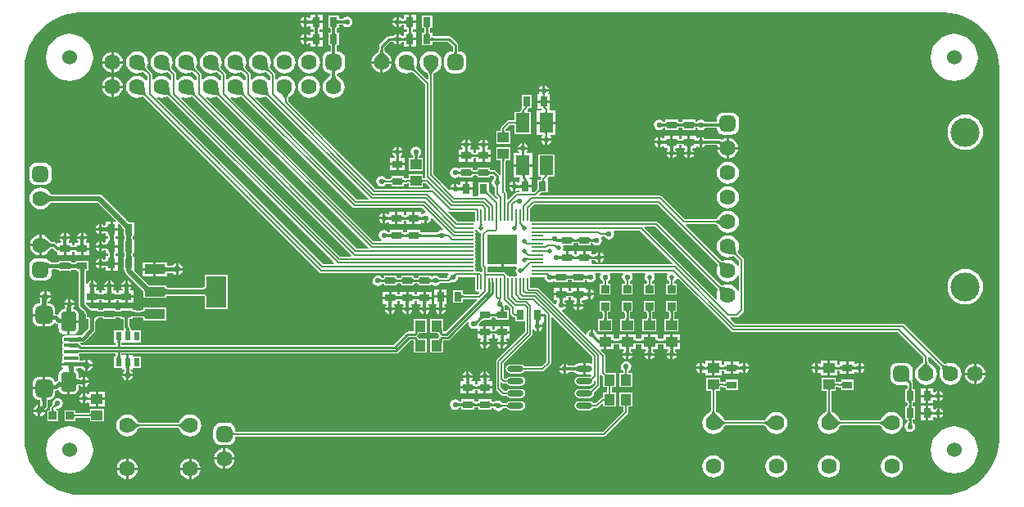
<source format=gtl>
G04*
G04 #@! TF.GenerationSoftware,Altium Limited,Altium Designer,21.3.2 (30)*
G04*
G04 Layer_Physical_Order=1*
G04 Layer_Color=255*
%FSLAX25Y25*%
%MOIN*%
G70*
G04*
G04 #@! TF.SameCoordinates,41522B4C-5660-4B3E-BEA4-8D9A01AACCA4*
G04*
G04*
G04 #@! TF.FilePolarity,Positive*
G04*
G01*
G75*
%ADD14C,0.01000*%
%ADD16C,0.00600*%
%ADD22R,0.08071X0.03937*%
%ADD23R,0.08071X0.12795*%
%ADD63C,0.02800*%
%ADD64R,0.05512X0.07874*%
%ADD65O,0.06693X0.02362*%
%ADD66R,0.12205X0.12205*%
%ADD67O,0.00787X0.05118*%
%ADD68O,0.05118X0.00787*%
%ADD69R,0.04500X0.04000*%
%ADD70R,0.04000X0.04500*%
G04:AMPARAMS|DCode=71|XSize=74.8mil|YSize=70.87mil|CornerRadius=17.72mil|HoleSize=0mil|Usage=FLASHONLY|Rotation=270.000|XOffset=0mil|YOffset=0mil|HoleType=Round|Shape=RoundedRectangle|*
%AMROUNDEDRECTD71*
21,1,0.07480,0.03543,0,0,270.0*
21,1,0.03937,0.07087,0,0,270.0*
1,1,0.03543,-0.01772,-0.01968*
1,1,0.03543,-0.01772,0.01968*
1,1,0.03543,0.01772,0.01968*
1,1,0.03543,0.01772,-0.01968*
%
%ADD71ROUNDEDRECTD71*%
G04:AMPARAMS|DCode=72|XSize=62.99mil|YSize=82.68mil|CornerRadius=15.75mil|HoleSize=0mil|Usage=FLASHONLY|Rotation=0.000|XOffset=0mil|YOffset=0mil|HoleType=Round|Shape=RoundedRectangle|*
%AMROUNDEDRECTD72*
21,1,0.06299,0.05118,0,0,0.0*
21,1,0.03150,0.08268,0,0,0.0*
1,1,0.03150,0.01575,-0.02559*
1,1,0.03150,-0.01575,-0.02559*
1,1,0.03150,-0.01575,0.02559*
1,1,0.03150,0.01575,0.02559*
%
%ADD72ROUNDEDRECTD72*%
G04:AMPARAMS|DCode=73|XSize=15.75mil|YSize=59.06mil|CornerRadius=3.94mil|HoleSize=0mil|Usage=FLASHONLY|Rotation=270.000|XOffset=0mil|YOffset=0mil|HoleType=Round|Shape=RoundedRectangle|*
%AMROUNDEDRECTD73*
21,1,0.01575,0.05118,0,0,270.0*
21,1,0.00787,0.05906,0,0,270.0*
1,1,0.00787,-0.02559,-0.00394*
1,1,0.00787,-0.02559,0.00394*
1,1,0.00787,0.02559,0.00394*
1,1,0.00787,0.02559,-0.00394*
%
%ADD73ROUNDEDRECTD73*%
%ADD74R,0.02362X0.03740*%
%ADD75R,0.03200X0.03200*%
%ADD76R,0.03200X0.03200*%
%ADD77R,0.04000X0.03000*%
%ADD78R,0.03000X0.04000*%
%ADD79C,0.01200*%
%ADD80C,0.01600*%
%ADD81C,0.00800*%
%ADD82C,0.00900*%
%ADD83C,0.01500*%
%ADD84C,0.02000*%
%ADD85C,0.06378*%
G04:AMPARAMS|DCode=86|XSize=63.78mil|YSize=63.78mil|CornerRadius=15.95mil|HoleSize=0mil|Usage=FLASHONLY|Rotation=180.000|XOffset=0mil|YOffset=0mil|HoleType=Round|Shape=RoundedRectangle|*
%AMROUNDEDRECTD86*
21,1,0.06378,0.03189,0,0,180.0*
21,1,0.03189,0.06378,0,0,180.0*
1,1,0.03189,-0.01595,0.01595*
1,1,0.03189,0.01595,0.01595*
1,1,0.03189,0.01595,-0.01595*
1,1,0.03189,-0.01595,-0.01595*
%
%ADD86ROUNDEDRECTD86*%
%ADD87C,0.11811*%
G04:AMPARAMS|DCode=88|XSize=63.78mil|YSize=63.78mil|CornerRadius=15.95mil|HoleSize=0mil|Usage=FLASHONLY|Rotation=270.000|XOffset=0mil|YOffset=0mil|HoleType=Round|Shape=RoundedRectangle|*
%AMROUNDEDRECTD88*
21,1,0.06378,0.03189,0,0,270.0*
21,1,0.03189,0.06378,0,0,270.0*
1,1,0.03189,-0.01595,-0.01595*
1,1,0.03189,-0.01595,0.01595*
1,1,0.03189,0.01595,0.01595*
1,1,0.03189,0.01595,-0.01595*
%
%ADD88ROUNDEDRECTD88*%
%ADD89C,0.06000*%
%ADD90C,0.02200*%
%ADD91C,0.02400*%
%ADD92C,0.02000*%
G36*
X378433Y198144D02*
X380685Y197696D01*
X382882Y197029D01*
X385003Y196151D01*
X387028Y195068D01*
X388937Y193793D01*
X390712Y192336D01*
X392336Y190712D01*
X393793Y188937D01*
X395068Y187028D01*
X396150Y185003D01*
X397029Y182882D01*
X397696Y180685D01*
X398144Y178433D01*
X398369Y176148D01*
Y175000D01*
Y25000D01*
Y23852D01*
X398144Y21567D01*
X397696Y19315D01*
X397029Y17118D01*
X396150Y14997D01*
X395068Y12972D01*
X393793Y11062D01*
X392336Y9288D01*
X390712Y7664D01*
X388937Y6208D01*
X387028Y4932D01*
X385003Y3850D01*
X382882Y2971D01*
X380685Y2304D01*
X378433Y1856D01*
X376148Y1631D01*
X23852D01*
X21567Y1856D01*
X19315Y2304D01*
X17118Y2971D01*
X14997Y3850D01*
X12972Y4932D01*
X11062Y6207D01*
X9288Y7664D01*
X7664Y9288D01*
X6208Y11062D01*
X4932Y12972D01*
X3850Y14997D01*
X2971Y17118D01*
X2304Y19315D01*
X1856Y21567D01*
X1631Y23852D01*
Y25000D01*
X1631Y175000D01*
Y176148D01*
X1856Y178433D01*
X2304Y180685D01*
X2971Y182882D01*
X3849Y185003D01*
X4932Y187028D01*
X6207Y188937D01*
X7664Y190712D01*
X9288Y192336D01*
X11062Y193793D01*
X12972Y195068D01*
X14997Y196151D01*
X17118Y197029D01*
X19315Y197696D01*
X21567Y198144D01*
X23852Y198369D01*
X376148D01*
X378433Y198144D01*
D02*
G37*
%LPC*%
G36*
X120000Y197500D02*
X118000D01*
Y196187D01*
X117587Y196040D01*
X117500Y196023D01*
X116819Y196478D01*
X116500Y196542D01*
Y194500D01*
Y192458D01*
X116819Y192522D01*
X117500Y192977D01*
X117587Y192960D01*
X118000Y192813D01*
Y191500D01*
X119245D01*
X119251Y191295D01*
X119276Y191237D01*
Y190763D01*
X119251Y190705D01*
X119245Y190500D01*
X118000D01*
Y189187D01*
X117587Y189040D01*
X117500Y189023D01*
X116819Y189478D01*
X116500Y189542D01*
Y187500D01*
Y185458D01*
X116819Y185522D01*
X117500Y185977D01*
X117587Y185960D01*
X118000Y185813D01*
Y184500D01*
X120000D01*
Y187500D01*
X120500D01*
Y188000D01*
X123000D01*
Y190500D01*
X121755D01*
X121749Y190705D01*
X121723Y190763D01*
Y191237D01*
X121749Y191295D01*
X121755Y191500D01*
X123000D01*
Y194000D01*
X120500D01*
Y194500D01*
X120000D01*
Y197500D01*
D02*
G37*
G36*
X158000D02*
X156000D01*
Y195649D01*
X155995Y195649D01*
X155933Y195622D01*
X155276D01*
X155014Y196014D01*
X154319Y196478D01*
X154000Y196542D01*
Y194500D01*
Y192458D01*
X154319Y192522D01*
X155014Y192986D01*
X155276Y193378D01*
X155933D01*
X155995Y193351D01*
X156000Y193351D01*
Y191500D01*
X157351D01*
X157351Y191495D01*
X157378Y191433D01*
Y190567D01*
X157351Y190505D01*
X157351Y190500D01*
X156000D01*
Y188649D01*
X155995Y188649D01*
X155933Y188622D01*
X155276D01*
X155014Y189014D01*
X154319Y189478D01*
X154000Y189542D01*
Y187990D01*
X154286Y188270D01*
X154342Y188219D01*
X154404Y188173D01*
X154474Y188132D01*
X154549Y188097D01*
X154631Y188067D01*
X154720Y188043D01*
X154815Y188024D01*
X154917Y188011D01*
X155025Y188003D01*
X155140Y188000D01*
Y187000D01*
X155025Y186997D01*
X154815Y186976D01*
X154720Y186957D01*
X154631Y186933D01*
X154549Y186903D01*
X154474Y186868D01*
X154404Y186827D01*
X154342Y186781D01*
X154286Y186730D01*
X154000Y187010D01*
Y185458D01*
X154319Y185522D01*
X155014Y185986D01*
X155276Y186378D01*
X155933D01*
X155995Y186351D01*
X156000Y186351D01*
Y184500D01*
X158000D01*
Y187500D01*
X158500D01*
Y188000D01*
X161000D01*
Y190500D01*
X159649D01*
X159649Y190505D01*
X159622Y190567D01*
Y191433D01*
X159649Y191495D01*
X159649Y191500D01*
X161000D01*
Y194000D01*
X158500D01*
Y194500D01*
X158000D01*
Y197500D01*
D02*
G37*
G36*
X123000D02*
X121000D01*
Y195000D01*
X123000D01*
Y197500D01*
D02*
G37*
G36*
X161000D02*
X159000D01*
Y195000D01*
X161000D01*
Y197500D01*
D02*
G37*
G36*
X153000Y196542D02*
X152681Y196478D01*
X151986Y196014D01*
X151522Y195319D01*
X151458Y195000D01*
X153000D01*
Y196542D01*
D02*
G37*
G36*
X115500D02*
X115181Y196478D01*
X114486Y196014D01*
X114022Y195319D01*
X113958Y195000D01*
X115500D01*
Y196542D01*
D02*
G37*
G36*
X153000Y194000D02*
X151458D01*
X151522Y193681D01*
X151986Y192986D01*
X152681Y192522D01*
X153000Y192458D01*
Y194000D01*
D02*
G37*
G36*
X115500D02*
X113958D01*
X114022Y193681D01*
X114486Y192986D01*
X115181Y192522D01*
X115500Y192458D01*
Y194000D01*
D02*
G37*
G36*
X129600Y197100D02*
X125400D01*
Y191900D01*
X126179D01*
X126187Y191881D01*
X126210Y191793D01*
X126231Y191667D01*
X126245Y191506D01*
X126251Y191295D01*
X126277Y191237D01*
Y190763D01*
X126251Y190705D01*
X126245Y190497D01*
X126231Y190338D01*
X126211Y190214D01*
X126188Y190128D01*
X126178Y190104D01*
X126170Y190100D01*
X125400D01*
Y184900D01*
X126179D01*
X126187Y184881D01*
X126210Y184793D01*
X126231Y184667D01*
X126245Y184505D01*
X126251Y184295D01*
X126277Y184237D01*
Y182514D01*
X125906D01*
X125150Y182414D01*
X124446Y182123D01*
X123841Y181659D01*
X123377Y181054D01*
X123085Y180350D01*
X122986Y179595D01*
Y176406D01*
X123085Y175650D01*
X123377Y174946D01*
X123841Y174341D01*
X124446Y173877D01*
X125150Y173585D01*
X125906Y173486D01*
X125972D01*
X126008Y173434D01*
X126245Y172986D01*
X126239Y172893D01*
X126205Y172723D01*
X126144Y172534D01*
X126054Y172326D01*
X126008Y172241D01*
X125236Y171921D01*
X124298Y171202D01*
X123579Y170264D01*
X123127Y169172D01*
X122972Y168000D01*
X123127Y166828D01*
X123579Y165736D01*
X124298Y164798D01*
X125236Y164079D01*
X126328Y163627D01*
X127500Y163472D01*
X128672Y163627D01*
X129764Y164079D01*
X130702Y164798D01*
X131421Y165736D01*
X131873Y166828D01*
X132028Y168000D01*
X131873Y169172D01*
X131421Y170264D01*
X130702Y171202D01*
X129764Y171921D01*
X128992Y172241D01*
X128946Y172326D01*
X128856Y172534D01*
X128795Y172724D01*
X128761Y172893D01*
X128755Y172986D01*
X128992Y173434D01*
X129028Y173486D01*
X129095D01*
X129850Y173585D01*
X130554Y173877D01*
X131159Y174341D01*
X131623Y174946D01*
X131914Y175650D01*
X132014Y176406D01*
Y179595D01*
X131914Y180350D01*
X131623Y181054D01*
X131159Y181659D01*
X130554Y182123D01*
X129850Y182414D01*
X129095Y182514D01*
X128724D01*
Y184237D01*
X128749Y184295D01*
X128755Y184505D01*
X128769Y184667D01*
X128790Y184793D01*
X128813Y184881D01*
X128821Y184900D01*
X129600D01*
Y190100D01*
X128830D01*
X128822Y190104D01*
X128813Y190128D01*
X128789Y190214D01*
X128769Y190338D01*
X128755Y190497D01*
X128749Y190705D01*
X128724Y190763D01*
Y191237D01*
X128749Y191295D01*
X128755Y191506D01*
X128769Y191667D01*
X128790Y191793D01*
X128813Y191881D01*
X128821Y191900D01*
X129600D01*
Y193179D01*
X129619Y193187D01*
X129707Y193210D01*
X129833Y193231D01*
X129994Y193245D01*
X130205Y193251D01*
X130263Y193277D01*
X131292D01*
X131486Y192986D01*
X132181Y192522D01*
X133000Y192359D01*
X133819Y192522D01*
X134514Y192986D01*
X134978Y193681D01*
X135141Y194500D01*
X134978Y195319D01*
X134514Y196014D01*
X133819Y196478D01*
X133000Y196641D01*
X132181Y196478D01*
X131486Y196014D01*
X131292Y195723D01*
X130263D01*
X130205Y195749D01*
X129994Y195755D01*
X129833Y195769D01*
X129707Y195790D01*
X129619Y195813D01*
X129600Y195821D01*
Y197100D01*
D02*
G37*
G36*
X153000Y189542D02*
X152681Y189478D01*
X151986Y189014D01*
X151724Y188622D01*
X150000D01*
X150000Y188622D01*
X149571Y188536D01*
X149207Y188293D01*
X146207Y185293D01*
X145964Y184929D01*
X145878Y184500D01*
X145878Y184500D01*
Y183164D01*
X145852Y183113D01*
X145839Y182935D01*
X145805Y182781D01*
X145742Y182600D01*
X145646Y182394D01*
X145515Y182165D01*
X145347Y181915D01*
X145275Y181819D01*
X144887Y181659D01*
X144012Y180988D01*
X143341Y180113D01*
X142919Y179094D01*
X142841Y178500D01*
X147000D01*
X151159D01*
X151081Y179094D01*
X150659Y180113D01*
X149988Y180988D01*
X149113Y181659D01*
X148725Y181819D01*
X148653Y181915D01*
X148485Y182165D01*
X148354Y182394D01*
X148258Y182600D01*
X148195Y182781D01*
X148161Y182935D01*
X148147Y183113D01*
X148122Y183164D01*
Y184035D01*
X150465Y186378D01*
X151724D01*
X151986Y185986D01*
X152681Y185522D01*
X153000Y185458D01*
Y187010D01*
X152714Y186730D01*
X152658Y186781D01*
X152596Y186827D01*
X152526Y186868D01*
X152451Y186903D01*
X152369Y186933D01*
X152280Y186957D01*
X152185Y186976D01*
X151975Y186997D01*
X151860Y187000D01*
Y188000D01*
X151975Y188003D01*
X152083Y188011D01*
X152185Y188024D01*
X152280Y188043D01*
X152369Y188067D01*
X152451Y188097D01*
X152526Y188132D01*
X152596Y188173D01*
X152658Y188219D01*
X152714Y188270D01*
X153000Y187990D01*
Y189542D01*
D02*
G37*
G36*
X115500D02*
X115181Y189478D01*
X114486Y189014D01*
X114022Y188319D01*
X113958Y188000D01*
X115500D01*
Y189542D01*
D02*
G37*
G36*
Y187000D02*
X113958D01*
X114022Y186681D01*
X114486Y185986D01*
X115181Y185522D01*
X115500Y185458D01*
Y187000D01*
D02*
G37*
G36*
X161000D02*
X159000D01*
Y184500D01*
X161000D01*
Y187000D01*
D02*
G37*
G36*
X123000D02*
X121000D01*
Y184500D01*
X123000D01*
Y187000D01*
D02*
G37*
G36*
X38000Y182159D02*
Y178500D01*
X41659D01*
X41581Y179094D01*
X41159Y180113D01*
X40488Y180988D01*
X39613Y181659D01*
X38594Y182081D01*
X38000Y182159D01*
D02*
G37*
G36*
X37000D02*
X36406Y182081D01*
X35387Y181659D01*
X34512Y180988D01*
X33841Y180113D01*
X33419Y179094D01*
X33341Y178500D01*
X37000D01*
Y182159D01*
D02*
G37*
G36*
X151159Y177500D02*
X147500D01*
Y173841D01*
X148093Y173919D01*
X149113Y174341D01*
X149988Y175012D01*
X150659Y175887D01*
X151081Y176907D01*
X151159Y177500D01*
D02*
G37*
G36*
X41659D02*
X38000D01*
Y173841D01*
X38594Y173919D01*
X39613Y174341D01*
X40488Y175012D01*
X41159Y175887D01*
X41581Y176907D01*
X41659Y177500D01*
D02*
G37*
G36*
X146500D02*
X142841D01*
X142919Y176907D01*
X143341Y175887D01*
X144012Y175012D01*
X144887Y174341D01*
X145906Y173919D01*
X146500Y173841D01*
Y177500D01*
D02*
G37*
G36*
X37000D02*
X33341D01*
X33419Y176907D01*
X33841Y175887D01*
X34512Y175012D01*
X35387Y174341D01*
X36406Y173919D01*
X37000Y173841D01*
Y177500D01*
D02*
G37*
G36*
X167600Y197100D02*
X163400D01*
Y191900D01*
X164317D01*
X164319Y191892D01*
X164335Y191795D01*
X164346Y191667D01*
X164351Y191495D01*
X164378Y191433D01*
Y190567D01*
X164351Y190505D01*
X164346Y190335D01*
X164335Y190210D01*
X164320Y190116D01*
X164315Y190100D01*
X163400D01*
Y184900D01*
X167600D01*
Y186317D01*
X167608Y186319D01*
X167705Y186335D01*
X167833Y186346D01*
X168005Y186351D01*
X168067Y186378D01*
X174035D01*
X175878Y184535D01*
Y182514D01*
X175406D01*
X174650Y182414D01*
X173946Y182123D01*
X173341Y181659D01*
X172877Y181054D01*
X172585Y180350D01*
X172486Y179595D01*
Y176406D01*
X172585Y175650D01*
X172877Y174946D01*
X173341Y174341D01*
X173946Y173877D01*
X174650Y173585D01*
X175406Y173486D01*
X178595D01*
X179350Y173585D01*
X180054Y173877D01*
X180659Y174341D01*
X181123Y174946D01*
X181414Y175650D01*
X181514Y176406D01*
Y179595D01*
X181414Y180350D01*
X181123Y181054D01*
X180659Y181659D01*
X180054Y182123D01*
X179350Y182414D01*
X178595Y182514D01*
X178122D01*
Y185000D01*
X178036Y185429D01*
X177793Y185793D01*
X177793Y185793D01*
X175293Y188293D01*
X174929Y188536D01*
X174500Y188622D01*
X174500Y188622D01*
X168067D01*
X168005Y188649D01*
X167833Y188654D01*
X167705Y188665D01*
X167608Y188681D01*
X167600Y188683D01*
Y190100D01*
X166685D01*
X166680Y190116D01*
X166665Y190210D01*
X166654Y190335D01*
X166649Y190505D01*
X166622Y190567D01*
Y191433D01*
X166649Y191495D01*
X166654Y191667D01*
X166665Y191795D01*
X166681Y191892D01*
X166683Y191900D01*
X167600D01*
Y197100D01*
D02*
G37*
G36*
X117500Y182528D02*
X116328Y182373D01*
X115236Y181921D01*
X114298Y181202D01*
X113579Y180264D01*
X113127Y179172D01*
X112972Y178000D01*
X113127Y176828D01*
X113579Y175736D01*
X114298Y174798D01*
X115236Y174079D01*
X116328Y173627D01*
X117500Y173472D01*
X118672Y173627D01*
X119764Y174079D01*
X120702Y174798D01*
X121421Y175736D01*
X121873Y176828D01*
X122028Y178000D01*
X121873Y179172D01*
X121421Y180264D01*
X120702Y181202D01*
X119764Y181921D01*
X118672Y182373D01*
X117500Y182528D01*
D02*
G37*
G36*
X107500D02*
X106328Y182373D01*
X105236Y181921D01*
X104298Y181202D01*
X103579Y180264D01*
X103127Y179172D01*
X102972Y178000D01*
X103127Y176828D01*
X103579Y175736D01*
X104298Y174798D01*
X105236Y174079D01*
X106328Y173627D01*
X107500Y173472D01*
X108672Y173627D01*
X109764Y174079D01*
X110702Y174798D01*
X111421Y175736D01*
X111873Y176828D01*
X112028Y178000D01*
X111873Y179172D01*
X111421Y180264D01*
X110702Y181202D01*
X109764Y181921D01*
X108672Y182373D01*
X107500Y182528D01*
D02*
G37*
G36*
X167000D02*
X165828Y182373D01*
X164736Y181921D01*
X163798Y181202D01*
X163079Y180264D01*
X162627Y179172D01*
X162472Y178000D01*
X162627Y176828D01*
X163079Y175736D01*
X163798Y174798D01*
X164736Y174079D01*
X165636Y173706D01*
X165738Y173538D01*
X165840Y173335D01*
X165905Y173162D01*
X165939Y173025D01*
X165953Y172866D01*
X165980Y172813D01*
Y171115D01*
X165518Y170923D01*
X161388Y175054D01*
X161371Y175110D01*
X161268Y175233D01*
X161195Y175353D01*
X161119Y175522D01*
X161047Y175738D01*
X161001Y175928D01*
X161373Y176828D01*
X161528Y178000D01*
X161373Y179172D01*
X160921Y180264D01*
X160202Y181202D01*
X159264Y181921D01*
X158172Y182373D01*
X157000Y182528D01*
X155828Y182373D01*
X154736Y181921D01*
X153798Y181202D01*
X153079Y180264D01*
X152627Y179172D01*
X152472Y178000D01*
X152627Y176828D01*
X153079Y175736D01*
X153798Y174798D01*
X154736Y174079D01*
X155828Y173627D01*
X157000Y173472D01*
X158172Y173627D01*
X159072Y173999D01*
X159262Y173953D01*
X159478Y173881D01*
X159647Y173805D01*
X159767Y173732D01*
X159890Y173629D01*
X159946Y173612D01*
X164580Y168978D01*
Y131420D01*
X164630Y131170D01*
X164405Y130777D01*
X164350Y130722D01*
X163850Y130797D01*
Y132250D01*
X158150D01*
Y130709D01*
X158077Y130703D01*
X157945Y130699D01*
X157878Y130670D01*
X157150D01*
X156760Y130592D01*
X156651Y130520D01*
X156372D01*
X156305Y130549D01*
X156173Y130553D01*
X156100Y130559D01*
Y131600D01*
X150900D01*
Y130559D01*
X150830Y130553D01*
X150695Y130549D01*
X150629Y130520D01*
X148844D01*
X148514Y131014D01*
X147819Y131478D01*
X147000Y131641D01*
X146181Y131478D01*
X145486Y131014D01*
X145022Y130319D01*
X144859Y129500D01*
X145022Y128681D01*
X145486Y127986D01*
X146181Y127522D01*
X147000Y127359D01*
X147819Y127522D01*
X148514Y127986D01*
X148844Y128480D01*
X150629D01*
X150695Y128451D01*
X150830Y128447D01*
X150900Y128441D01*
Y127400D01*
X156100D01*
Y128441D01*
X156173Y128447D01*
X156305Y128451D01*
X156372Y128480D01*
X157000D01*
X157390Y128558D01*
X157499Y128630D01*
X157878D01*
X157945Y128601D01*
X158077Y128597D01*
X158150Y128591D01*
Y127050D01*
X163850D01*
Y128591D01*
X163920Y128597D01*
X164055Y128601D01*
X164121Y128630D01*
X164968D01*
X166617Y126981D01*
X166425Y126520D01*
X144422D01*
X108940Y162002D01*
Y162894D01*
X108967Y162946D01*
X108980Y163085D01*
X109012Y163218D01*
X109076Y163399D01*
X109176Y163621D01*
X109303Y163863D01*
X109325Y163897D01*
X109764Y164079D01*
X110702Y164798D01*
X111421Y165736D01*
X111873Y166828D01*
X112028Y168000D01*
X111873Y169172D01*
X111421Y170264D01*
X110702Y171202D01*
X109764Y171921D01*
X108672Y172373D01*
X107500Y172528D01*
X106328Y172373D01*
X105236Y171921D01*
X104298Y171202D01*
X104104Y170948D01*
X103631Y171109D01*
Y172889D01*
X103553Y173279D01*
X103332Y173610D01*
X101888Y175054D01*
X101871Y175110D01*
X101768Y175233D01*
X101695Y175353D01*
X101619Y175522D01*
X101547Y175738D01*
X101501Y175928D01*
X101873Y176828D01*
X102028Y178000D01*
X101873Y179172D01*
X101421Y180264D01*
X100702Y181202D01*
X99764Y181921D01*
X98672Y182373D01*
X97500Y182528D01*
X96328Y182373D01*
X95236Y181921D01*
X94298Y181202D01*
X93579Y180264D01*
X93127Y179172D01*
X92972Y178000D01*
X93127Y176828D01*
X93579Y175736D01*
X94298Y174798D01*
X95236Y174079D01*
X96328Y173627D01*
X97500Y173472D01*
X98672Y173627D01*
X99572Y173999D01*
X99762Y173953D01*
X99978Y173881D01*
X100147Y173805D01*
X100268Y173732D01*
X100390Y173629D01*
X100446Y173612D01*
X101591Y172467D01*
Y170863D01*
X101091Y170694D01*
X100702Y171202D01*
X99764Y171921D01*
X98672Y172373D01*
X97500Y172528D01*
X96328Y172373D01*
X95236Y171921D01*
X94298Y171202D01*
X94104Y170948D01*
X93631Y171109D01*
Y172889D01*
X93553Y173279D01*
X93332Y173610D01*
X91888Y175054D01*
X91871Y175110D01*
X91768Y175233D01*
X91695Y175353D01*
X91619Y175522D01*
X91547Y175738D01*
X91501Y175928D01*
X91873Y176828D01*
X92028Y178000D01*
X91873Y179172D01*
X91421Y180264D01*
X90702Y181202D01*
X89764Y181921D01*
X88672Y182373D01*
X87500Y182528D01*
X86328Y182373D01*
X85236Y181921D01*
X84298Y181202D01*
X83579Y180264D01*
X83127Y179172D01*
X82972Y178000D01*
X83127Y176828D01*
X83579Y175736D01*
X84298Y174798D01*
X85236Y174079D01*
X86328Y173627D01*
X87500Y173472D01*
X88672Y173627D01*
X89572Y173999D01*
X89762Y173953D01*
X89978Y173881D01*
X90147Y173805D01*
X90267Y173732D01*
X90390Y173629D01*
X90446Y173612D01*
X91591Y172467D01*
Y170863D01*
X91091Y170694D01*
X90702Y171202D01*
X89764Y171921D01*
X88672Y172373D01*
X87500Y172528D01*
X86328Y172373D01*
X85236Y171921D01*
X84298Y171202D01*
X84104Y170948D01*
X83631Y171109D01*
Y172889D01*
X83553Y173279D01*
X83332Y173610D01*
X81888Y175054D01*
X81871Y175110D01*
X81768Y175233D01*
X81695Y175353D01*
X81619Y175522D01*
X81547Y175738D01*
X81501Y175928D01*
X81873Y176828D01*
X82028Y178000D01*
X81873Y179172D01*
X81421Y180264D01*
X80702Y181202D01*
X79764Y181921D01*
X78672Y182373D01*
X77500Y182528D01*
X76328Y182373D01*
X75236Y181921D01*
X74298Y181202D01*
X73579Y180264D01*
X73127Y179172D01*
X72972Y178000D01*
X73127Y176828D01*
X73579Y175736D01*
X74298Y174798D01*
X75236Y174079D01*
X76328Y173627D01*
X77500Y173472D01*
X78672Y173627D01*
X79572Y173999D01*
X79762Y173953D01*
X79978Y173881D01*
X80147Y173805D01*
X80268Y173732D01*
X80390Y173629D01*
X80446Y173612D01*
X81591Y172467D01*
Y170863D01*
X81091Y170694D01*
X80702Y171202D01*
X79764Y171921D01*
X78672Y172373D01*
X77500Y172528D01*
X76328Y172373D01*
X75236Y171921D01*
X74298Y171202D01*
X74104Y170948D01*
X73631Y171109D01*
Y172889D01*
X73553Y173279D01*
X73332Y173610D01*
X71888Y175054D01*
X71871Y175110D01*
X71768Y175233D01*
X71695Y175353D01*
X71619Y175522D01*
X71547Y175738D01*
X71501Y175928D01*
X71873Y176828D01*
X72028Y178000D01*
X71873Y179172D01*
X71421Y180264D01*
X70702Y181202D01*
X69764Y181921D01*
X68672Y182373D01*
X67500Y182528D01*
X66328Y182373D01*
X65236Y181921D01*
X64298Y181202D01*
X63579Y180264D01*
X63127Y179172D01*
X62972Y178000D01*
X63127Y176828D01*
X63579Y175736D01*
X64298Y174798D01*
X65236Y174079D01*
X66328Y173627D01*
X67500Y173472D01*
X68672Y173627D01*
X69572Y173999D01*
X69762Y173953D01*
X69978Y173881D01*
X70147Y173805D01*
X70267Y173732D01*
X70390Y173629D01*
X70446Y173612D01*
X71591Y172467D01*
Y170863D01*
X71091Y170694D01*
X70702Y171202D01*
X69764Y171921D01*
X68672Y172373D01*
X67500Y172528D01*
X66328Y172373D01*
X65236Y171921D01*
X64298Y171202D01*
X64020Y170838D01*
X63520Y171008D01*
Y173000D01*
X63442Y173390D01*
X63221Y173721D01*
X61888Y175054D01*
X61871Y175110D01*
X61768Y175233D01*
X61695Y175353D01*
X61619Y175522D01*
X61547Y175738D01*
X61501Y175928D01*
X61873Y176828D01*
X62028Y178000D01*
X61873Y179172D01*
X61421Y180264D01*
X60702Y181202D01*
X59764Y181921D01*
X58672Y182373D01*
X57500Y182528D01*
X56328Y182373D01*
X55236Y181921D01*
X54298Y181202D01*
X53579Y180264D01*
X53127Y179172D01*
X52972Y178000D01*
X53127Y176828D01*
X53579Y175736D01*
X54298Y174798D01*
X55236Y174079D01*
X56328Y173627D01*
X57500Y173472D01*
X58672Y173627D01*
X59572Y173999D01*
X59762Y173953D01*
X59978Y173881D01*
X60147Y173805D01*
X60268Y173732D01*
X60390Y173629D01*
X60446Y173612D01*
X61480Y172578D01*
Y171008D01*
X60980Y170838D01*
X60702Y171202D01*
X59764Y171921D01*
X58672Y172373D01*
X57500Y172528D01*
X56328Y172373D01*
X55236Y171921D01*
X54298Y171202D01*
X54104Y170948D01*
X53631Y171109D01*
Y172889D01*
X53553Y173279D01*
X53332Y173610D01*
X51888Y175054D01*
X51871Y175110D01*
X51768Y175233D01*
X51695Y175353D01*
X51619Y175522D01*
X51547Y175738D01*
X51501Y175928D01*
X51873Y176828D01*
X52028Y178000D01*
X51873Y179172D01*
X51421Y180264D01*
X50702Y181202D01*
X49764Y181921D01*
X48672Y182373D01*
X47500Y182528D01*
X46328Y182373D01*
X45236Y181921D01*
X44298Y181202D01*
X43579Y180264D01*
X43127Y179172D01*
X42972Y178000D01*
X43127Y176828D01*
X43579Y175736D01*
X44298Y174798D01*
X45236Y174079D01*
X46328Y173627D01*
X47500Y173472D01*
X48672Y173627D01*
X49572Y173999D01*
X49762Y173953D01*
X49978Y173881D01*
X50147Y173805D01*
X50267Y173732D01*
X50390Y173629D01*
X50446Y173612D01*
X51591Y172467D01*
Y170863D01*
X51091Y170694D01*
X50702Y171202D01*
X49764Y171921D01*
X48672Y172373D01*
X47500Y172528D01*
X46328Y172373D01*
X45236Y171921D01*
X44298Y171202D01*
X43579Y170264D01*
X43127Y169172D01*
X42972Y168000D01*
X43127Y166828D01*
X43579Y165736D01*
X44298Y164798D01*
X45236Y164079D01*
X46328Y163627D01*
X47500Y163472D01*
X48672Y163627D01*
X49572Y163999D01*
X49762Y163953D01*
X49978Y163881D01*
X50147Y163805D01*
X50267Y163732D01*
X50390Y163629D01*
X50446Y163612D01*
X121653Y92405D01*
X121984Y92184D01*
X122374Y92106D01*
X173946D01*
X174214Y91606D01*
X174022Y91319D01*
X173859Y90500D01*
X173450Y90020D01*
X170844D01*
X170514Y90514D01*
X169819Y90978D01*
X169000Y91141D01*
X168181Y90978D01*
X167600Y90590D01*
X167206Y90730D01*
X167100Y90812D01*
Y91100D01*
X161900D01*
Y90185D01*
X161884Y90180D01*
X161790Y90165D01*
X161665Y90154D01*
X161495Y90149D01*
X161433Y90122D01*
X160567D01*
X160505Y90149D01*
X160333Y90154D01*
X160205Y90165D01*
X160108Y90181D01*
X160100Y90183D01*
Y91100D01*
X154900D01*
Y90185D01*
X154884Y90180D01*
X154790Y90165D01*
X154665Y90154D01*
X154495Y90149D01*
X154433Y90122D01*
X153567D01*
X153505Y90149D01*
X153332Y90154D01*
X153205Y90165D01*
X153108Y90181D01*
X153100Y90183D01*
Y91100D01*
X147900D01*
Y90185D01*
X147884Y90180D01*
X147790Y90165D01*
X147665Y90154D01*
X147495Y90149D01*
X147433Y90122D01*
X147276D01*
X147014Y90514D01*
X146319Y90978D01*
X145500Y91141D01*
X144681Y90978D01*
X143986Y90514D01*
X143522Y89819D01*
X143359Y89000D01*
X143522Y88181D01*
X143986Y87486D01*
X144681Y87022D01*
X145500Y86859D01*
X146319Y87022D01*
X147014Y87486D01*
X147276Y87878D01*
X147433D01*
X147495Y87851D01*
X147665Y87846D01*
X147790Y87835D01*
X147884Y87820D01*
X147900Y87815D01*
Y86900D01*
X153100D01*
Y87817D01*
X153108Y87819D01*
X153205Y87835D01*
X153332Y87846D01*
X153505Y87851D01*
X153567Y87878D01*
X154433D01*
X154495Y87851D01*
X154665Y87846D01*
X154790Y87835D01*
X154884Y87820D01*
X154900Y87815D01*
Y86900D01*
X160100D01*
Y87817D01*
X160108Y87819D01*
X160205Y87835D01*
X160333Y87846D01*
X160505Y87851D01*
X160567Y87878D01*
X161433D01*
X161495Y87851D01*
X161665Y87846D01*
X161790Y87835D01*
X161884Y87820D01*
X161900Y87815D01*
Y86900D01*
X167100D01*
Y87188D01*
X167206Y87270D01*
X167600Y87410D01*
X168181Y87022D01*
X169000Y86859D01*
X169819Y87022D01*
X170514Y87486D01*
X170844Y87980D01*
X174247D01*
X174637Y88058D01*
X174968Y88279D01*
X175206Y88517D01*
X176000Y88359D01*
X176819Y88522D01*
X177514Y88986D01*
X177978Y89681D01*
X178141Y90500D01*
X178167Y90532D01*
X184882D01*
Y88500D01*
X184888Y88468D01*
Y85547D01*
X184966Y85159D01*
X185185Y84831D01*
X185514Y84611D01*
X185902Y84534D01*
X186289Y84611D01*
X186406Y84689D01*
X186757Y84553D01*
X186868Y84018D01*
X186369Y83520D01*
X180371D01*
X180305Y83549D01*
X180170Y83553D01*
X180100Y83559D01*
Y85100D01*
X175900D01*
Y79900D01*
X180100D01*
Y81441D01*
X180170Y81447D01*
X180305Y81451D01*
X180371Y81480D01*
X185655D01*
X185846Y81019D01*
X173048Y68221D01*
X172463D01*
X171987Y68314D01*
X171985Y68331D01*
X171971Y68358D01*
Y68950D01*
X171950Y69053D01*
Y73350D01*
X166750D01*
Y67650D01*
X169809D01*
X169857Y67537D01*
X169911Y67268D01*
X170143Y66920D01*
X170563Y66500D01*
X170143Y66080D01*
X169911Y65733D01*
X169857Y65463D01*
X169809Y65350D01*
X166750D01*
Y59650D01*
X171950D01*
Y63947D01*
X171971Y64050D01*
Y64687D01*
X171987Y64725D01*
X171988Y64779D01*
X174030D01*
X174440Y64861D01*
X174787Y65093D01*
X182012Y72317D01*
X182472Y72071D01*
X182359Y71500D01*
X182522Y70681D01*
X182986Y69986D01*
X183681Y69522D01*
X184500Y69359D01*
X185319Y69522D01*
X185559Y69682D01*
X186000Y69446D01*
Y68500D01*
X188500D01*
Y70500D01*
X186913D01*
X186542Y71000D01*
X186641Y71500D01*
X186632Y71546D01*
X187392Y72306D01*
X187454Y72329D01*
X187832Y72680D01*
X187973Y72793D01*
X188095Y72878D01*
X188134Y72900D01*
X188336D01*
X188426Y72863D01*
X188476Y72883D01*
X188528Y72870D01*
X188576Y72900D01*
X191600D01*
Y73817D01*
X191608Y73819D01*
X191705Y73835D01*
X191832Y73846D01*
X192005Y73851D01*
X192067Y73878D01*
X192933D01*
X192995Y73851D01*
X193165Y73846D01*
X193290Y73835D01*
X193384Y73820D01*
X193400Y73815D01*
Y72900D01*
X198600D01*
Y77100D01*
X197183D01*
X197181Y77108D01*
X197165Y77205D01*
X197154Y77333D01*
X197149Y77505D01*
X197122Y77567D01*
Y78314D01*
X197036Y78743D01*
X197200Y79068D01*
X197719Y79177D01*
X199280Y77616D01*
Y75700D01*
X199358Y75310D01*
X199579Y74979D01*
X200279Y74279D01*
X200610Y74058D01*
X201000Y73980D01*
X201129D01*
X201195Y73951D01*
X201330Y73947D01*
X201400Y73941D01*
Y72400D01*
X205382D01*
Y68080D01*
X193851Y56549D01*
X193652Y56251D01*
X193582Y55900D01*
Y45000D01*
X193652Y44649D01*
X193851Y44351D01*
X195851Y42351D01*
X196149Y42152D01*
X196500Y42082D01*
X197533D01*
X197605Y42051D01*
X197729Y42048D01*
X197818Y42042D01*
X197859Y42037D01*
X197895Y41948D01*
X197928Y41934D01*
X198074Y41716D01*
X198663Y41322D01*
X199358Y41184D01*
X203689D01*
X204384Y41322D01*
X204973Y41716D01*
X205367Y42305D01*
X205505Y43000D01*
X205367Y43695D01*
X204973Y44284D01*
X204384Y44678D01*
X203689Y44816D01*
X199358D01*
X198663Y44678D01*
X198074Y44284D01*
X197928Y44065D01*
X197895Y44052D01*
X197860Y43966D01*
X197719Y43952D01*
X197605Y43949D01*
X197533Y43918D01*
X196880D01*
X195418Y45380D01*
Y47331D01*
X195880Y47523D01*
X196051Y47351D01*
X196349Y47152D01*
X196700Y47082D01*
X197533D01*
X197605Y47051D01*
X197729Y47048D01*
X197818Y47042D01*
X197859Y47036D01*
X197895Y46948D01*
X197928Y46935D01*
X198074Y46716D01*
X198663Y46322D01*
X199358Y46184D01*
X203689D01*
X204384Y46322D01*
X204973Y46716D01*
X205367Y47305D01*
X205505Y48000D01*
X205367Y48695D01*
X204973Y49284D01*
X204384Y49678D01*
X203689Y49816D01*
X199358D01*
X198663Y49678D01*
X198074Y49284D01*
X197928Y49066D01*
X197895Y49052D01*
X197860Y48966D01*
X197719Y48952D01*
X197605Y48949D01*
X197533Y48918D01*
X197080D01*
X196618Y49380D01*
Y55023D01*
X208149Y66554D01*
X208348Y66852D01*
X208418Y67203D01*
Y68937D01*
X208918Y69088D01*
X208986Y68986D01*
X209681Y68522D01*
X210000Y68458D01*
Y70500D01*
X210500D01*
Y71000D01*
X212542D01*
X212478Y71319D01*
X212318Y71559D01*
X212554Y72000D01*
X213000D01*
Y74500D01*
X210500D01*
Y75500D01*
X213430D01*
X213462Y75513D01*
X214082Y74893D01*
Y55880D01*
X212120Y53918D01*
X205514D01*
X205442Y53949D01*
X205318Y53952D01*
X205229Y53958D01*
X205188Y53964D01*
X205152Y54052D01*
X205119Y54066D01*
X204973Y54284D01*
X204384Y54678D01*
X203689Y54816D01*
X199358D01*
X198663Y54678D01*
X198074Y54284D01*
X197680Y53695D01*
X197542Y53000D01*
X197680Y52305D01*
X198074Y51716D01*
X198663Y51322D01*
X199358Y51184D01*
X203689D01*
X204384Y51322D01*
X204973Y51716D01*
X205119Y51934D01*
X205152Y51948D01*
X205188Y52034D01*
X205328Y52048D01*
X205442Y52051D01*
X205514Y52082D01*
X212500D01*
X212851Y52152D01*
X213149Y52351D01*
X215649Y54851D01*
X215848Y55149D01*
X215918Y55500D01*
Y74131D01*
X216380Y74323D01*
X232705Y57997D01*
Y55468D01*
X232205Y55112D01*
X231642Y55224D01*
X229976D01*
Y53000D01*
Y50776D01*
X231642D01*
X231959Y50839D01*
X232432Y50484D01*
X232459Y50115D01*
X232284Y49940D01*
X232210Y49911D01*
X232121Y49825D01*
X232053Y49767D01*
X232021Y49742D01*
X231932Y49778D01*
X231900Y49765D01*
X231642Y49816D01*
X227311D01*
X226616Y49678D01*
X226027Y49284D01*
X225633Y48695D01*
X225495Y48000D01*
X225633Y47305D01*
X226027Y46716D01*
X226616Y46322D01*
X227311Y46184D01*
X231642D01*
X232337Y46322D01*
X232926Y46716D01*
X233319Y47305D01*
X233458Y48000D01*
X233453Y48022D01*
X233505Y48109D01*
X233957Y47985D01*
X233997Y47953D01*
X234005Y47939D01*
Y46661D01*
X232284Y44940D01*
X232210Y44911D01*
X232121Y44825D01*
X232053Y44767D01*
X232021Y44742D01*
X231932Y44778D01*
X231900Y44765D01*
X231642Y44816D01*
X227311D01*
X226616Y44678D01*
X226027Y44284D01*
X225633Y43695D01*
X225495Y43000D01*
X225633Y42305D01*
X226027Y41716D01*
X226616Y41322D01*
X227311Y41184D01*
X231642D01*
X232337Y41322D01*
X232926Y41716D01*
X233319Y42305D01*
X233458Y43000D01*
X233406Y43258D01*
X233420Y43291D01*
X233384Y43377D01*
X233473Y43486D01*
X233553Y43569D01*
X233581Y43642D01*
X235572Y45632D01*
X235771Y45930D01*
X235841Y46281D01*
Y50468D01*
X235937Y50546D01*
X236501Y50601D01*
X236736Y50367D01*
X236762Y50296D01*
X236966Y50076D01*
X237023Y50006D01*
X237046Y49971D01*
X237013Y49889D01*
X237033Y49840D01*
X237020Y49788D01*
X237050Y49740D01*
Y45650D01*
X238701D01*
X238701Y45645D01*
X238732Y45574D01*
Y43426D01*
X238701Y43355D01*
X238701Y43350D01*
X237050D01*
Y41449D01*
X237045Y41449D01*
X236953Y41408D01*
X236649Y41348D01*
X236351Y41149D01*
X234120Y38918D01*
X233467D01*
X233395Y38949D01*
X233271Y38952D01*
X233182Y38958D01*
X233141Y38963D01*
X233105Y39052D01*
X233072Y39066D01*
X232926Y39284D01*
X232337Y39678D01*
X231642Y39816D01*
X227311D01*
X226616Y39678D01*
X226027Y39284D01*
X225633Y38695D01*
X225495Y38000D01*
X225633Y37305D01*
X226027Y36716D01*
X226616Y36322D01*
X227311Y36184D01*
X231642D01*
X232337Y36322D01*
X232926Y36716D01*
X233072Y36935D01*
X233105Y36948D01*
X233140Y37034D01*
X233281Y37048D01*
X233395Y37051D01*
X233467Y37082D01*
X234500D01*
X234851Y37152D01*
X235149Y37351D01*
X236588Y38790D01*
X237050Y38599D01*
Y37650D01*
X242250D01*
Y43350D01*
X240599D01*
X240599Y43355D01*
X240568Y43426D01*
Y45574D01*
X240599Y45645D01*
X240599Y45650D01*
X242250D01*
Y51350D01*
X238660D01*
X238612Y51380D01*
X238560Y51367D01*
X238510Y51387D01*
X238429Y51354D01*
X238402Y51372D01*
X238221Y51525D01*
X238113Y51630D01*
X238068Y51647D01*
Y58350D01*
X237998Y58701D01*
X237799Y58999D01*
X236110Y60688D01*
X236301Y61150D01*
X237500D01*
Y64150D01*
Y67150D01*
X235082D01*
X234750Y67150D01*
X234530Y67559D01*
X234478Y67819D01*
X234014Y68514D01*
X233319Y68978D01*
X233000Y69042D01*
Y67000D01*
X232000D01*
Y69042D01*
X231681Y68978D01*
X230986Y68514D01*
X230522Y67819D01*
X230383Y67122D01*
X229910Y66887D01*
X220374Y76424D01*
X220539Y76966D01*
X220819Y77022D01*
X221514Y77486D01*
X221978Y78181D01*
X222042Y78500D01*
X220000D01*
Y79500D01*
X222042D01*
X221978Y79819D01*
X221523Y80500D01*
X221540Y80586D01*
X221687Y81000D01*
X223000D01*
Y82245D01*
X223205Y82251D01*
X223263Y82276D01*
X223737D01*
X223795Y82251D01*
X224000Y82245D01*
Y81000D01*
X225313D01*
X225460Y80586D01*
X225477Y80500D01*
X225022Y79819D01*
X224958Y79500D01*
X229042D01*
X228978Y79819D01*
X228523Y80500D01*
X228540Y80586D01*
X228687Y81000D01*
X230000D01*
Y81446D01*
X230441Y81682D01*
X230681Y81522D01*
X231000Y81458D01*
Y83500D01*
Y85542D01*
X230681Y85478D01*
X230441Y85318D01*
X230000Y85554D01*
Y86000D01*
X227500D01*
Y83500D01*
X226500D01*
Y86000D01*
X224000D01*
Y84755D01*
X223795Y84749D01*
X223737Y84724D01*
X223263D01*
X223205Y84749D01*
X223000Y84755D01*
Y86000D01*
X220500D01*
Y83500D01*
X220000D01*
Y83000D01*
X217000D01*
Y81000D01*
X218313D01*
X218460Y80586D01*
X218477Y80500D01*
X218022Y79819D01*
X217966Y79539D01*
X217424Y79374D01*
X211049Y85749D01*
X210751Y85948D01*
X210400Y86018D01*
X207387D01*
Y89878D01*
X207314Y90245D01*
X207384Y90339D01*
X207586Y90541D01*
X207681Y90611D01*
X208047Y90538D01*
X209393D01*
X209425Y90532D01*
X213333D01*
X213359Y90500D01*
X213522Y89681D01*
X213986Y88986D01*
X214681Y88522D01*
X215500Y88359D01*
X216319Y88522D01*
X216900Y88910D01*
X217295Y88770D01*
X217400Y88688D01*
Y88400D01*
X222600D01*
Y89179D01*
X222619Y89187D01*
X222707Y89210D01*
X222833Y89231D01*
X222994Y89245D01*
X223205Y89251D01*
X223263Y89276D01*
X223737D01*
X223795Y89251D01*
X224003Y89245D01*
X224162Y89231D01*
X224286Y89211D01*
X224372Y89188D01*
X224396Y89178D01*
X224400Y89170D01*
Y88400D01*
X229600D01*
Y89179D01*
X229619Y89187D01*
X229707Y89210D01*
X229833Y89231D01*
X229995Y89245D01*
X230205Y89251D01*
X230263Y89276D01*
X230292D01*
X230486Y88986D01*
X231181Y88522D01*
X232000Y88359D01*
X232819Y88522D01*
X233514Y88986D01*
X233978Y89681D01*
X234141Y90500D01*
X233978Y91319D01*
X233786Y91606D01*
X234054Y92106D01*
X235946D01*
X236214Y91606D01*
X236022Y91319D01*
X235859Y90500D01*
X236022Y89681D01*
X236486Y88986D01*
X236980Y88656D01*
Y87971D01*
X236951Y87905D01*
X236947Y87770D01*
X236941Y87700D01*
X235800D01*
Y83300D01*
X240200D01*
Y87700D01*
X239059D01*
X239053Y87770D01*
X239049Y87905D01*
X239020Y87971D01*
Y88656D01*
X239514Y88986D01*
X239978Y89681D01*
X240141Y90500D01*
X239978Y91319D01*
X239786Y91606D01*
X240054Y92106D01*
X244946D01*
X245214Y91606D01*
X245022Y91319D01*
X244859Y90500D01*
X245022Y89681D01*
X245486Y88986D01*
X245980Y88656D01*
Y87971D01*
X245951Y87905D01*
X245947Y87770D01*
X245941Y87700D01*
X244800D01*
Y83300D01*
X249200D01*
Y87700D01*
X248059D01*
X248053Y87770D01*
X248049Y87905D01*
X248020Y87971D01*
Y88656D01*
X248514Y88986D01*
X248978Y89681D01*
X249141Y90500D01*
X248978Y91319D01*
X248786Y91606D01*
X249054Y92106D01*
X254067D01*
X254334Y91606D01*
X254116Y91280D01*
X253961Y90500D01*
X254116Y89720D01*
X254558Y89058D01*
X254980Y88776D01*
Y87971D01*
X254951Y87905D01*
X254947Y87770D01*
X254941Y87700D01*
X253800D01*
Y83300D01*
X258200D01*
Y87700D01*
X257059D01*
X257053Y87770D01*
X257049Y87905D01*
X257020Y87971D01*
Y88776D01*
X257442Y89058D01*
X257884Y89720D01*
X258039Y90500D01*
X257884Y91280D01*
X257666Y91606D01*
X257933Y92106D01*
X263067D01*
X263334Y91606D01*
X263116Y91280D01*
X262961Y90500D01*
X263116Y89720D01*
X263558Y89058D01*
X263980Y88776D01*
Y87971D01*
X263951Y87905D01*
X263947Y87770D01*
X263941Y87700D01*
X262800D01*
Y83300D01*
X267200D01*
Y87700D01*
X266059D01*
X266053Y87770D01*
X266049Y87905D01*
X266020Y87971D01*
Y88776D01*
X266442Y89058D01*
X266884Y89720D01*
X266925Y89926D01*
X267467Y90091D01*
X289279Y68279D01*
X289610Y68058D01*
X290000Y67980D01*
X357078D01*
X367480Y57578D01*
Y56186D01*
X367453Y56134D01*
X367439Y55975D01*
X367406Y55838D01*
X367340Y55665D01*
X367238Y55462D01*
X367136Y55294D01*
X366236Y54921D01*
X365298Y54202D01*
X364579Y53264D01*
X364127Y52172D01*
X363972Y51000D01*
X364127Y49828D01*
X364579Y48736D01*
X365298Y47798D01*
X366236Y47079D01*
X367328Y46627D01*
X368500Y46472D01*
X369672Y46627D01*
X370764Y47079D01*
X371702Y47798D01*
X372421Y48736D01*
X372873Y49828D01*
X373028Y51000D01*
X372873Y52172D01*
X372421Y53264D01*
X371702Y54202D01*
X370764Y54921D01*
X369864Y55294D01*
X369762Y55462D01*
X369660Y55665D01*
X369595Y55838D01*
X369561Y55975D01*
X369547Y56134D01*
X369520Y56186D01*
Y57831D01*
X369965Y58052D01*
X370002Y58056D01*
X374112Y53946D01*
X374129Y53890D01*
X374232Y53768D01*
X374305Y53647D01*
X374381Y53478D01*
X374453Y53262D01*
X374499Y53072D01*
X374127Y52172D01*
X373972Y51000D01*
X374127Y49828D01*
X374579Y48736D01*
X375298Y47798D01*
X376236Y47079D01*
X377328Y46627D01*
X378500Y46472D01*
X379672Y46627D01*
X380764Y47079D01*
X381702Y47798D01*
X382421Y48736D01*
X382873Y49828D01*
X383028Y51000D01*
X382873Y52172D01*
X382421Y53264D01*
X381702Y54202D01*
X380764Y54921D01*
X379672Y55373D01*
X378500Y55528D01*
X377328Y55373D01*
X376428Y55001D01*
X376238Y55047D01*
X376022Y55119D01*
X375853Y55195D01*
X375732Y55268D01*
X375610Y55371D01*
X375554Y55388D01*
X359721Y71221D01*
X359390Y71442D01*
X359000Y71520D01*
X290902D01*
X288903Y73519D01*
X289095Y73980D01*
X291500D01*
X291890Y74058D01*
X292221Y74279D01*
X294221Y76279D01*
X294442Y76610D01*
X294520Y77000D01*
Y97342D01*
X294442Y97733D01*
X294221Y98063D01*
X292235Y100050D01*
X292217Y100106D01*
X292114Y100229D01*
X292041Y100349D01*
X291966Y100518D01*
X291894Y100734D01*
X291847Y100924D01*
X292220Y101824D01*
X292374Y102996D01*
X292220Y104168D01*
X291768Y105260D01*
X291048Y106198D01*
X290110Y106917D01*
X289018Y107369D01*
X287846Y107524D01*
X286675Y107369D01*
X285583Y106917D01*
X284645Y106198D01*
X283925Y105260D01*
X283473Y104168D01*
X283319Y102996D01*
X283473Y101824D01*
X283925Y100732D01*
X284645Y99795D01*
X285583Y99075D01*
X286675Y98623D01*
X287846Y98468D01*
X289018Y98623D01*
X289918Y98996D01*
X290109Y98949D01*
X290325Y98877D01*
X290493Y98801D01*
X290614Y98728D01*
X290736Y98625D01*
X290793Y98608D01*
X292480Y96920D01*
Y94845D01*
X291980Y94746D01*
X291768Y95260D01*
X291048Y96198D01*
X290110Y96917D01*
X289018Y97369D01*
X287846Y97524D01*
X286675Y97369D01*
X285774Y96997D01*
X285584Y97043D01*
X285368Y97115D01*
X285200Y97191D01*
X285079Y97264D01*
X284957Y97367D01*
X284900Y97384D01*
X270770Y111514D01*
X270961Y111977D01*
X282660D01*
X282713Y111949D01*
X282872Y111935D01*
X283009Y111901D01*
X283181Y111836D01*
X283385Y111734D01*
X283553Y111632D01*
X283925Y110732D01*
X284645Y109794D01*
X285583Y109075D01*
X286675Y108623D01*
X287846Y108468D01*
X289018Y108623D01*
X290110Y109075D01*
X291048Y109794D01*
X291768Y110732D01*
X292220Y111824D01*
X292374Y112996D01*
X292220Y114168D01*
X291768Y115260D01*
X291048Y116198D01*
X290110Y116917D01*
X289018Y117369D01*
X287846Y117524D01*
X286675Y117369D01*
X285583Y116917D01*
X284645Y116198D01*
X283925Y115260D01*
X283553Y114360D01*
X283385Y114258D01*
X283181Y114156D01*
X283009Y114091D01*
X282872Y114057D01*
X282713Y114043D01*
X282660Y114016D01*
X270426D01*
X261121Y123321D01*
X260790Y123542D01*
X260400Y123620D01*
X211215D01*
X211023Y124082D01*
X211388Y124446D01*
X211454Y124471D01*
X211756Y124752D01*
X211863Y124838D01*
X211952Y124900D01*
X212082D01*
X212143Y124875D01*
X212194Y124896D01*
X212247Y124883D01*
X212275Y124900D01*
X214600D01*
Y130100D01*
X214600D01*
X214437Y130495D01*
X214553Y130611D01*
X214774Y130941D01*
X214821Y131182D01*
X214881Y131316D01*
X214884Y131441D01*
X214886Y131463D01*
X217305D01*
Y140537D01*
X210593D01*
Y131463D01*
X211868D01*
X212059Y131001D01*
X212010Y130952D01*
X211789Y130622D01*
X211742Y130382D01*
X211682Y130247D01*
X211679Y130124D01*
X211677Y130100D01*
X210400D01*
Y126775D01*
X210383Y126748D01*
X210396Y126694D01*
X210375Y126643D01*
X210400Y126582D01*
Y126452D01*
X210343Y126371D01*
X210125Y126114D01*
X209979Y125963D01*
X209952Y125894D01*
X209078Y125020D01*
X208000D01*
Y127000D01*
X205500D01*
Y128000D01*
X208000D01*
Y130500D01*
X207165D01*
X207137Y130563D01*
X207463Y131063D01*
X208256D01*
Y135500D01*
X204500D01*
X200744D01*
Y131063D01*
X203192D01*
X203224Y131000D01*
X203000Y130500D01*
X203000D01*
Y129187D01*
X202587Y129040D01*
X202500Y129023D01*
X201819Y129478D01*
X201500Y129542D01*
Y127500D01*
Y125458D01*
X201819Y125522D01*
X202500Y125977D01*
X202587Y125960D01*
X203000Y125813D01*
Y125020D01*
X201964D01*
X201574Y124942D01*
X201243Y124721D01*
X198407Y121884D01*
X197945Y122075D01*
Y124575D01*
X197867Y124965D01*
X197646Y125296D01*
X197520Y125422D01*
Y137779D01*
X197549Y137845D01*
X197553Y137980D01*
X197559Y138050D01*
X199350D01*
Y143250D01*
X193650D01*
Y138050D01*
X195441D01*
X195447Y137980D01*
X195451Y137845D01*
X195480Y137779D01*
Y131856D01*
X194980Y131807D01*
X194936Y132029D01*
X194693Y132393D01*
X194693Y132393D01*
X193293Y133793D01*
X192929Y134036D01*
X192500Y134122D01*
X192500Y134122D01*
X191567D01*
X191505Y134149D01*
X191335Y134154D01*
X191210Y134165D01*
X191116Y134180D01*
X191100Y134185D01*
Y135100D01*
X185900D01*
Y134183D01*
X185892Y134181D01*
X185795Y134165D01*
X185668Y134154D01*
X185495Y134149D01*
X185433Y134122D01*
X184567D01*
X184505Y134149D01*
X184335Y134154D01*
X184210Y134165D01*
X184116Y134180D01*
X184100Y134185D01*
Y135100D01*
X178900D01*
Y134812D01*
X178795Y134730D01*
X178400Y134590D01*
X177819Y134978D01*
X177000Y135141D01*
X176181Y134978D01*
X175486Y134514D01*
X175022Y133819D01*
X174859Y133000D01*
X175022Y132181D01*
X175486Y131486D01*
X176181Y131022D01*
X177000Y130859D01*
X177819Y131022D01*
X178400Y131410D01*
X178795Y131270D01*
X178900Y131188D01*
Y130900D01*
X184100D01*
Y131815D01*
X184116Y131820D01*
X184210Y131835D01*
X184335Y131846D01*
X184505Y131851D01*
X184567Y131878D01*
X185433D01*
X185495Y131851D01*
X185668Y131846D01*
X185795Y131835D01*
X185892Y131819D01*
X185900Y131817D01*
Y130900D01*
X191100D01*
Y131815D01*
X191116Y131820D01*
X191210Y131835D01*
X191335Y131846D01*
X191505Y131851D01*
X191567Y131878D01*
X192035D01*
X192741Y131173D01*
X192710Y130664D01*
X192486Y130514D01*
X192022Y129819D01*
X191859Y129000D01*
X192022Y128181D01*
X192486Y127486D01*
X192980Y127156D01*
Y124480D01*
X193058Y124090D01*
X193279Y123759D01*
X194312Y122726D01*
X194270Y122313D01*
X193811Y122131D01*
X191054Y124888D01*
X191029Y124954D01*
X190748Y125256D01*
X190662Y125364D01*
X190600Y125452D01*
Y125582D01*
X190625Y125643D01*
X190604Y125694D01*
X190617Y125748D01*
X190600Y125775D01*
Y129100D01*
X186400D01*
Y123900D01*
X186111Y123520D01*
X184000D01*
Y126000D01*
X181500D01*
Y126500D01*
X181000D01*
Y129500D01*
X179000D01*
Y128187D01*
X178586Y128040D01*
X178500Y128023D01*
X177819Y128478D01*
X177500Y128542D01*
Y126500D01*
X177000D01*
Y126000D01*
X174466D01*
X174450Y125992D01*
X168020Y132422D01*
Y172813D01*
X168047Y172866D01*
X168061Y173025D01*
X168095Y173162D01*
X168160Y173335D01*
X168262Y173538D01*
X168364Y173706D01*
X169264Y174079D01*
X170202Y174798D01*
X170921Y175736D01*
X171373Y176828D01*
X171528Y178000D01*
X171373Y179172D01*
X170921Y180264D01*
X170202Y181202D01*
X169264Y181921D01*
X168172Y182373D01*
X167000Y182528D01*
D02*
G37*
G36*
X380000Y189596D02*
X378128Y189412D01*
X376328Y188866D01*
X374669Y187979D01*
X373214Y186785D01*
X372021Y185331D01*
X371134Y183672D01*
X370588Y181872D01*
X370404Y180000D01*
X370588Y178128D01*
X371134Y176328D01*
X372021Y174669D01*
X373214Y173214D01*
X374669Y172021D01*
X376328Y171134D01*
X378128Y170588D01*
X380000Y170404D01*
X381872Y170588D01*
X383672Y171134D01*
X385331Y172021D01*
X386786Y173214D01*
X387979Y174669D01*
X388866Y176328D01*
X389412Y178128D01*
X389596Y180000D01*
X389412Y181872D01*
X388866Y183672D01*
X387979Y185331D01*
X386786Y186785D01*
X385331Y187979D01*
X383672Y188866D01*
X381872Y189412D01*
X380000Y189596D01*
D02*
G37*
G36*
X20000D02*
X18128Y189412D01*
X16328Y188866D01*
X14669Y187979D01*
X13214Y186785D01*
X12021Y185331D01*
X11134Y183672D01*
X10588Y181872D01*
X10404Y180000D01*
X10588Y178128D01*
X11134Y176328D01*
X12021Y174669D01*
X13214Y173214D01*
X14669Y172021D01*
X16328Y171134D01*
X18128Y170588D01*
X20000Y170404D01*
X21872Y170588D01*
X23672Y171134D01*
X25331Y172021D01*
X26786Y173214D01*
X27979Y174669D01*
X28866Y176328D01*
X29412Y178128D01*
X29596Y180000D01*
X29412Y181872D01*
X28866Y183672D01*
X27979Y185331D01*
X26786Y186785D01*
X25331Y187979D01*
X23672Y188866D01*
X21872Y189412D01*
X20000Y189596D01*
D02*
G37*
G36*
X38000Y172159D02*
Y168500D01*
X41659D01*
X41581Y169094D01*
X41159Y170113D01*
X40488Y170988D01*
X39613Y171659D01*
X38594Y172081D01*
X38000Y172159D01*
D02*
G37*
G36*
X37000D02*
X36406Y172081D01*
X35387Y171659D01*
X34512Y170988D01*
X33841Y170113D01*
X33419Y169094D01*
X33341Y168500D01*
X37000D01*
Y172159D01*
D02*
G37*
G36*
X213500Y168542D02*
Y167000D01*
X215042D01*
X214978Y167319D01*
X214514Y168014D01*
X213819Y168478D01*
X213500Y168542D01*
D02*
G37*
G36*
X212500D02*
X212181Y168478D01*
X211486Y168014D01*
X211022Y167319D01*
X210958Y167000D01*
X212500D01*
Y168542D01*
D02*
G37*
G36*
X41659Y167500D02*
X38000D01*
Y163841D01*
X38594Y163919D01*
X39613Y164341D01*
X40488Y165012D01*
X41159Y165887D01*
X41581Y166906D01*
X41659Y167500D01*
D02*
G37*
G36*
X37000D02*
X33341D01*
X33419Y166906D01*
X33841Y165887D01*
X34512Y165012D01*
X35387Y164341D01*
X36406Y163919D01*
X37000Y163841D01*
Y167500D01*
D02*
G37*
G36*
X117500Y172528D02*
X116328Y172373D01*
X115236Y171921D01*
X114298Y171202D01*
X113579Y170264D01*
X113127Y169172D01*
X112972Y168000D01*
X113127Y166828D01*
X113579Y165736D01*
X114298Y164798D01*
X115236Y164079D01*
X116328Y163627D01*
X117500Y163472D01*
X118672Y163627D01*
X119764Y164079D01*
X120702Y164798D01*
X121421Y165736D01*
X121873Y166828D01*
X122028Y168000D01*
X121873Y169172D01*
X121421Y170264D01*
X120702Y171202D01*
X119764Y171921D01*
X118672Y172373D01*
X117500Y172528D01*
D02*
G37*
G36*
X215042Y166000D02*
X210958D01*
X211022Y165681D01*
X211182Y165441D01*
X210946Y165000D01*
X210500D01*
Y162500D01*
X215500D01*
Y165000D01*
X215054D01*
X214818Y165441D01*
X214978Y165681D01*
X215042Y166000D01*
D02*
G37*
G36*
X208100Y164600D02*
X203900D01*
Y159400D01*
X203900D01*
X204063Y159005D01*
X203779Y158721D01*
X203558Y158390D01*
X203510Y158150D01*
X203451Y158016D01*
X203448Y157889D01*
X203445Y157860D01*
X201144D01*
Y154382D01*
X201074Y154376D01*
X200939Y154372D01*
X200873Y154342D01*
X198823D01*
X198433Y154265D01*
X198102Y154044D01*
X195779Y151721D01*
X195558Y151390D01*
X195480Y151000D01*
Y150221D01*
X195451Y150155D01*
X195447Y150020D01*
X195441Y149950D01*
X193650D01*
Y144750D01*
X199350D01*
Y149950D01*
X197559D01*
X197553Y150020D01*
X197549Y150155D01*
X197520Y150221D01*
Y150578D01*
X199245Y152303D01*
X200873D01*
X200939Y152274D01*
X201074Y152270D01*
X201144Y152264D01*
Y148786D01*
X207856D01*
Y157860D01*
X206455D01*
X206264Y158322D01*
X206490Y158548D01*
X206711Y158878D01*
X206758Y159118D01*
X206818Y159253D01*
X206821Y159376D01*
X206823Y159400D01*
X208100D01*
Y164600D01*
D02*
G37*
G36*
X215500Y161500D02*
X210500D01*
Y159000D01*
X211937D01*
X212080Y158760D01*
X211795Y158260D01*
X210193D01*
Y153823D01*
X213949D01*
X217705D01*
Y158260D01*
X215381D01*
X215252Y158557D01*
X215500Y159000D01*
X215500D01*
Y161500D01*
D02*
G37*
G36*
X289441Y157510D02*
X286252D01*
X285496Y157411D01*
X284792Y157119D01*
X284188Y156655D01*
X283724Y156050D01*
X283432Y155346D01*
X283332Y154591D01*
Y153724D01*
X278708D01*
X278514Y154014D01*
X277819Y154478D01*
X277000Y154641D01*
X276181Y154478D01*
X275486Y154014D01*
X275292Y153724D01*
X275263D01*
X275205Y153749D01*
X274994Y153755D01*
X274833Y153769D01*
X274707Y153790D01*
X274619Y153813D01*
X274600Y153821D01*
Y154600D01*
X269400D01*
Y153830D01*
X269396Y153822D01*
X269372Y153813D01*
X269286Y153789D01*
X269162Y153769D01*
X269003Y153755D01*
X268795Y153749D01*
X268737Y153724D01*
X268263D01*
X268205Y153749D01*
X267994Y153755D01*
X267833Y153769D01*
X267707Y153790D01*
X267619Y153813D01*
X267600Y153821D01*
Y154600D01*
X262400D01*
Y153830D01*
X262396Y153822D01*
X262372Y153813D01*
X262286Y153789D01*
X262162Y153769D01*
X262003Y153755D01*
X261795Y153749D01*
X261737Y153724D01*
X261708D01*
X261514Y154014D01*
X260819Y154478D01*
X260000Y154641D01*
X259181Y154478D01*
X258486Y154014D01*
X258022Y153319D01*
X257859Y152500D01*
X258022Y151681D01*
X258486Y150986D01*
X259181Y150522D01*
X260000Y150359D01*
X260819Y150522D01*
X261514Y150986D01*
X261708Y151277D01*
X261737D01*
X261795Y151251D01*
X262003Y151245D01*
X262162Y151231D01*
X262286Y151211D01*
X262372Y151188D01*
X262396Y151178D01*
X262400Y151170D01*
Y150400D01*
X267600D01*
Y151179D01*
X267619Y151187D01*
X267707Y151210D01*
X267833Y151231D01*
X267994Y151245D01*
X268205Y151251D01*
X268263Y151277D01*
X268737D01*
X268795Y151251D01*
X269003Y151245D01*
X269162Y151231D01*
X269286Y151211D01*
X269372Y151188D01*
X269396Y151178D01*
X269400Y151170D01*
Y150400D01*
X274600D01*
Y151179D01*
X274619Y151187D01*
X274707Y151210D01*
X274833Y151231D01*
X274994Y151245D01*
X275205Y151251D01*
X275263Y151277D01*
X275292D01*
X275486Y150986D01*
X276181Y150522D01*
X277000Y150359D01*
X277819Y150522D01*
X278514Y150986D01*
X278708Y151277D01*
X283349D01*
X283432Y150646D01*
X283724Y149942D01*
X284188Y149337D01*
X284792Y148873D01*
X285496Y148582D01*
X286252Y148482D01*
X289441D01*
X290197Y148582D01*
X290901Y148873D01*
X291505Y149337D01*
X291969Y149942D01*
X292261Y150646D01*
X292360Y151402D01*
Y154591D01*
X292261Y155346D01*
X291969Y156050D01*
X291505Y156655D01*
X290901Y157119D01*
X290197Y157411D01*
X289441Y157510D01*
D02*
G37*
G36*
X217705Y152823D02*
X213949D01*
X210193D01*
Y148386D01*
X212179D01*
X212238Y148314D01*
X212400Y147886D01*
X212022Y147319D01*
X211958Y147000D01*
X216042D01*
X215978Y147319D01*
X215600Y147886D01*
X215762Y148314D01*
X215821Y148386D01*
X217705D01*
Y152823D01*
D02*
G37*
G36*
X259500Y147542D02*
X259181Y147478D01*
X258486Y147014D01*
X258022Y146319D01*
X257958Y146000D01*
X259500D01*
Y147542D01*
D02*
G37*
G36*
X275000Y148000D02*
X272500D01*
Y145500D01*
X271500D01*
Y148000D01*
X269000D01*
Y146755D01*
X268795Y146749D01*
X268737Y146723D01*
X268263D01*
X268205Y146749D01*
X268000Y146755D01*
Y148000D01*
X265500D01*
Y145500D01*
X264500D01*
Y148000D01*
X262000D01*
Y147187D01*
X261586Y147040D01*
X261500Y147023D01*
X260819Y147478D01*
X260500Y147542D01*
Y145500D01*
Y143458D01*
X260819Y143522D01*
X261500Y143977D01*
X261586Y143960D01*
X262000Y143813D01*
Y143000D01*
X263313D01*
X263460Y142587D01*
X263477Y142500D01*
X263022Y141819D01*
X262958Y141500D01*
X267042D01*
X266978Y141819D01*
X266523Y142500D01*
X266540Y142587D01*
X266687Y143000D01*
X268000D01*
Y144245D01*
X268205Y144251D01*
X268263Y144276D01*
X268737D01*
X268795Y144251D01*
X269000Y144245D01*
Y143000D01*
X270313D01*
X270460Y142587D01*
X270477Y142500D01*
X270022Y141819D01*
X269958Y141500D01*
X274042D01*
X273978Y141819D01*
X273523Y142500D01*
X273540Y142587D01*
X273687Y143000D01*
X275000D01*
Y143813D01*
X275413Y143960D01*
X275500Y143977D01*
X276181Y143522D01*
X276500Y143458D01*
Y145500D01*
Y147542D01*
X276181Y147478D01*
X275500Y147023D01*
X275413Y147040D01*
X275000Y147187D01*
Y148000D01*
D02*
G37*
G36*
X189000Y146542D02*
Y145000D01*
X190542D01*
X190478Y145319D01*
X190014Y146014D01*
X189319Y146478D01*
X189000Y146542D01*
D02*
G37*
G36*
X188000D02*
X187681Y146478D01*
X186986Y146014D01*
X186522Y145319D01*
X186458Y145000D01*
X188000D01*
Y146542D01*
D02*
G37*
G36*
X182000D02*
Y145000D01*
X183542D01*
X183478Y145319D01*
X183014Y146014D01*
X182319Y146478D01*
X182000Y146542D01*
D02*
G37*
G36*
X181000D02*
X180681Y146478D01*
X179986Y146014D01*
X179522Y145319D01*
X179458Y145000D01*
X181000D01*
Y146542D01*
D02*
G37*
G36*
X216042Y146000D02*
X214500D01*
Y144458D01*
X214819Y144522D01*
X215514Y144986D01*
X215978Y145681D01*
X216042Y146000D01*
D02*
G37*
G36*
X213500D02*
X211958D01*
X212022Y145681D01*
X212486Y144986D01*
X213181Y144522D01*
X213500Y144458D01*
Y146000D01*
D02*
G37*
G36*
X205000Y145042D02*
Y143500D01*
X206542D01*
X206478Y143819D01*
X206014Y144514D01*
X205319Y144978D01*
X205000Y145042D01*
D02*
G37*
G36*
X204000D02*
X203681Y144978D01*
X202986Y144514D01*
X202522Y143819D01*
X202458Y143500D01*
X204000D01*
Y145042D01*
D02*
G37*
G36*
X288347Y147155D02*
Y143496D01*
X292006D01*
X291928Y144090D01*
X291506Y145109D01*
X290834Y145984D01*
X289959Y146655D01*
X288940Y147077D01*
X288347Y147155D01*
D02*
G37*
G36*
X277500Y147542D02*
Y145500D01*
Y143458D01*
X277819Y143522D01*
X278514Y143986D01*
X278708Y144276D01*
X283340D01*
X283724Y143777D01*
X283687Y143496D01*
X287347D01*
Y147155D01*
X286753Y147077D01*
X285734Y146655D01*
X285382Y146385D01*
X285367Y146399D01*
X285247Y146444D01*
X284968Y146630D01*
X284500Y146723D01*
X278708D01*
X278514Y147014D01*
X277819Y147478D01*
X277500Y147542D01*
D02*
G37*
G36*
X259500Y145000D02*
X257958D01*
X258022Y144681D01*
X258486Y143986D01*
X259181Y143522D01*
X259500Y143458D01*
Y145000D01*
D02*
G37*
G36*
X384500Y156732D02*
X383087Y156593D01*
X381729Y156181D01*
X380477Y155512D01*
X379380Y154612D01*
X378480Y153515D01*
X377811Y152263D01*
X377399Y150905D01*
X377260Y149492D01*
X377399Y148080D01*
X377811Y146721D01*
X378480Y145470D01*
X379380Y144372D01*
X380477Y143472D01*
X381729Y142803D01*
X383087Y142391D01*
X384500Y142252D01*
X385912Y142391D01*
X387271Y142803D01*
X388523Y143472D01*
X389620Y144372D01*
X390520Y145470D01*
X391189Y146721D01*
X391601Y148080D01*
X391740Y149492D01*
X391601Y150905D01*
X391189Y152263D01*
X390520Y153515D01*
X389620Y154612D01*
X388523Y155512D01*
X387271Y156181D01*
X385912Y156593D01*
X384500Y156732D01*
D02*
G37*
G36*
X154000Y143542D02*
Y142000D01*
X155542D01*
X155478Y142319D01*
X155014Y143014D01*
X154319Y143478D01*
X154000Y143542D01*
D02*
G37*
G36*
X153000D02*
X152681Y143478D01*
X151986Y143014D01*
X151522Y142319D01*
X151458Y142000D01*
X153000D01*
Y143542D01*
D02*
G37*
G36*
X190542Y144000D02*
X186458D01*
X186522Y143681D01*
X186977Y143000D01*
X186960Y142913D01*
X186813Y142500D01*
X185500D01*
Y141149D01*
X185495Y141149D01*
X185433Y141122D01*
X184567D01*
X184505Y141149D01*
X184500Y141149D01*
Y142500D01*
X183187D01*
X183040Y142913D01*
X183023Y143000D01*
X183478Y143681D01*
X183542Y144000D01*
X179458D01*
X179522Y143681D01*
X179977Y143000D01*
X179960Y142913D01*
X179813Y142500D01*
X178500D01*
Y140500D01*
X181500D01*
Y140000D01*
X182000D01*
Y137500D01*
X184500D01*
Y138851D01*
X184505Y138851D01*
X184567Y138878D01*
X185433D01*
X185495Y138851D01*
X185500Y138851D01*
Y137500D01*
X188000D01*
Y140000D01*
X188500D01*
Y140500D01*
X191500D01*
Y142500D01*
X190187D01*
X190040Y142913D01*
X190023Y143000D01*
X190478Y143681D01*
X190542Y144000D01*
D02*
G37*
G36*
X274042Y140500D02*
X272500D01*
Y138958D01*
X272819Y139022D01*
X273514Y139486D01*
X273978Y140181D01*
X274042Y140500D01*
D02*
G37*
G36*
X271500D02*
X269958D01*
X270022Y140181D01*
X270486Y139486D01*
X271181Y139022D01*
X271500Y138958D01*
Y140500D01*
D02*
G37*
G36*
X267042D02*
X265500D01*
Y138958D01*
X265819Y139022D01*
X266514Y139486D01*
X266978Y140181D01*
X267042Y140500D01*
D02*
G37*
G36*
X264500D02*
X262958D01*
X263022Y140181D01*
X263486Y139486D01*
X264181Y139022D01*
X264500Y138958D01*
Y140500D01*
D02*
G37*
G36*
X292006Y142496D02*
X288347D01*
Y138837D01*
X288940Y138915D01*
X289959Y139337D01*
X290834Y140008D01*
X291506Y140884D01*
X291928Y141902D01*
X292006Y142496D01*
D02*
G37*
G36*
X287347D02*
X283687D01*
X283765Y141902D01*
X284187Y140884D01*
X284859Y140008D01*
X285734Y139337D01*
X286753Y138915D01*
X287347Y138837D01*
Y142496D01*
D02*
G37*
G36*
X191500Y139500D02*
X189000D01*
Y137500D01*
X191500D01*
Y139500D01*
D02*
G37*
G36*
X181000D02*
X178500D01*
Y137500D01*
X181000D01*
Y139500D01*
D02*
G37*
G36*
X155542Y141000D02*
X151458D01*
X151522Y140681D01*
X151986Y139986D01*
X152378Y139724D01*
Y139067D01*
X152351Y139005D01*
X152351Y139000D01*
X150500D01*
Y137000D01*
X153500D01*
X156500D01*
Y139000D01*
X154649D01*
X154649Y139005D01*
X154622Y139067D01*
Y139724D01*
X155014Y139986D01*
X155478Y140681D01*
X155542Y141000D01*
D02*
G37*
G36*
X206542Y142500D02*
X202458D01*
X202522Y142181D01*
X202986Y141486D01*
X203059Y141437D01*
X202908Y140937D01*
X200744D01*
Y136500D01*
X204500D01*
X208256D01*
Y140937D01*
X206092D01*
X205941Y141437D01*
X206014Y141486D01*
X206478Y142181D01*
X206542Y142500D01*
D02*
G37*
G36*
X156500Y136000D02*
X154000D01*
Y134000D01*
X156500D01*
Y136000D01*
D02*
G37*
G36*
X153000D02*
X150500D01*
Y134000D01*
X153000D01*
Y136000D01*
D02*
G37*
G36*
X161000Y143641D02*
X160181Y143478D01*
X159486Y143014D01*
X159022Y142319D01*
X158859Y141500D01*
X159022Y140681D01*
X159486Y139986D01*
X159878Y139724D01*
Y139417D01*
X159851Y139355D01*
X159846Y139182D01*
X159835Y139055D01*
X159819Y138958D01*
X159817Y138950D01*
X158150D01*
Y133750D01*
X163850D01*
Y138950D01*
X162183D01*
X162181Y138958D01*
X162165Y139055D01*
X162154Y139182D01*
X162149Y139355D01*
X162122Y139417D01*
Y139724D01*
X162514Y139986D01*
X162978Y140681D01*
X163141Y141500D01*
X162978Y142319D01*
X162514Y143014D01*
X161819Y143478D01*
X161000Y143641D01*
D02*
G37*
G36*
X287846Y137524D02*
X286675Y137370D01*
X285583Y136917D01*
X284645Y136198D01*
X283925Y135260D01*
X283473Y134168D01*
X283319Y132996D01*
X283473Y131824D01*
X283925Y130732D01*
X284645Y129795D01*
X285583Y129075D01*
X286675Y128623D01*
X287846Y128468D01*
X289018Y128623D01*
X290110Y129075D01*
X291048Y129795D01*
X291768Y130732D01*
X292220Y131824D01*
X292374Y132996D01*
X292220Y134168D01*
X291768Y135260D01*
X291048Y136198D01*
X290110Y136917D01*
X289018Y137370D01*
X287846Y137524D01*
D02*
G37*
G36*
X200500Y129542D02*
X200181Y129478D01*
X199486Y129014D01*
X199022Y128319D01*
X198958Y128000D01*
X200500D01*
Y129542D01*
D02*
G37*
G36*
X9745Y137014D02*
X6555D01*
X5800Y136915D01*
X5096Y136623D01*
X4491Y136159D01*
X4027Y135554D01*
X3735Y134850D01*
X3636Y134095D01*
Y130905D01*
X3735Y130150D01*
X4027Y129446D01*
X4491Y128841D01*
X5096Y128377D01*
X5800Y128085D01*
X6555Y127986D01*
X9745D01*
X10500Y128085D01*
X11204Y128377D01*
X11809Y128841D01*
X12273Y129446D01*
X12564Y130150D01*
X12664Y130905D01*
Y134095D01*
X12564Y134850D01*
X12273Y135554D01*
X11809Y136159D01*
X11204Y136623D01*
X10500Y136915D01*
X9745Y137014D01*
D02*
G37*
G36*
X184000Y129500D02*
X182000D01*
Y127000D01*
X184000D01*
Y129500D01*
D02*
G37*
G36*
X176500Y128542D02*
X176181Y128478D01*
X175486Y128014D01*
X175022Y127319D01*
X174958Y127000D01*
X176500D01*
Y128542D01*
D02*
G37*
G36*
X200500Y127000D02*
X198958D01*
X199022Y126681D01*
X199486Y125986D01*
X200181Y125522D01*
X200500Y125458D01*
Y127000D01*
D02*
G37*
G36*
X287846Y127524D02*
X286675Y127369D01*
X285583Y126917D01*
X284645Y126198D01*
X283925Y125260D01*
X283473Y124168D01*
X283319Y122996D01*
X283473Y121824D01*
X283925Y120732D01*
X284645Y119794D01*
X285583Y119075D01*
X286675Y118623D01*
X287846Y118468D01*
X289018Y118623D01*
X290110Y119075D01*
X291048Y119794D01*
X291768Y120732D01*
X292220Y121824D01*
X292374Y122996D01*
X292220Y124168D01*
X291768Y125260D01*
X291048Y126198D01*
X290110Y126917D01*
X289018Y127369D01*
X287846Y127524D01*
D02*
G37*
G36*
X36650Y113000D02*
X34650D01*
Y111618D01*
X34150Y111523D01*
X33469Y111978D01*
X33150Y112042D01*
Y110000D01*
Y107958D01*
X33469Y108022D01*
X34150Y108477D01*
X34650Y108382D01*
Y107000D01*
X35665D01*
X35677Y106917D01*
X35694Y106684D01*
X35698Y106500D01*
X35694Y106316D01*
X35677Y106083D01*
X35665Y106000D01*
X34650D01*
Y104618D01*
X34150Y104523D01*
X33469Y104978D01*
X33150Y105042D01*
Y103000D01*
Y100958D01*
X33469Y101022D01*
X34150Y101477D01*
X34650Y101382D01*
Y100000D01*
X35665D01*
X35677Y99917D01*
X35694Y99684D01*
X35698Y99500D01*
X35694Y99316D01*
X35677Y99083D01*
X35665Y99000D01*
X34650D01*
Y97618D01*
X34150Y97523D01*
X33469Y97978D01*
X33150Y98042D01*
Y96000D01*
Y93958D01*
X33469Y94022D01*
X34150Y94477D01*
X34650Y94382D01*
Y93000D01*
X36650D01*
Y96000D01*
X37150D01*
Y96500D01*
X39650D01*
Y99000D01*
X38635D01*
X38623Y99083D01*
X38606Y99316D01*
X38602Y99500D01*
X38606Y99684D01*
X38623Y99917D01*
X38635Y100000D01*
X39650D01*
Y102500D01*
X37150D01*
Y103500D01*
X39650D01*
Y106000D01*
X38635D01*
X38623Y106083D01*
X38606Y106316D01*
X38602Y106500D01*
X38606Y106684D01*
X38623Y106917D01*
X38635Y107000D01*
X39650D01*
Y109500D01*
X37150D01*
Y110000D01*
X36650D01*
Y113000D01*
D02*
G37*
G36*
X32150Y112042D02*
X31831Y111978D01*
X31136Y111514D01*
X30672Y110819D01*
X30608Y110500D01*
X32150D01*
Y112042D01*
D02*
G37*
G36*
Y109500D02*
X30608D01*
X30672Y109181D01*
X31136Y108486D01*
X31831Y108022D01*
X32150Y107958D01*
Y109500D01*
D02*
G37*
G36*
X25650Y108542D02*
Y107000D01*
X27192D01*
X27128Y107319D01*
X26664Y108014D01*
X25969Y108478D01*
X25650Y108542D01*
D02*
G37*
G36*
X24650D02*
X24331Y108478D01*
X23636Y108014D01*
X23172Y107319D01*
X23108Y107000D01*
X24650D01*
Y108542D01*
D02*
G37*
G36*
X18650D02*
Y107000D01*
X20192D01*
X20128Y107319D01*
X19664Y108014D01*
X18969Y108478D01*
X18650Y108542D01*
D02*
G37*
G36*
X17650D02*
X17331Y108478D01*
X16636Y108014D01*
X16172Y107319D01*
X16108Y107000D01*
X17650D01*
Y108542D01*
D02*
G37*
G36*
X7650Y107659D02*
X7057Y107581D01*
X6037Y107159D01*
X5162Y106488D01*
X4491Y105613D01*
X4069Y104594D01*
X3991Y104000D01*
X7650D01*
Y107659D01*
D02*
G37*
G36*
X32150Y105042D02*
X31831Y104978D01*
X31136Y104514D01*
X30672Y103819D01*
X30608Y103500D01*
X32150D01*
Y105042D01*
D02*
G37*
G36*
Y102500D02*
X30608D01*
X30672Y102181D01*
X31136Y101486D01*
X31831Y101022D01*
X32150Y100958D01*
Y102500D01*
D02*
G37*
G36*
X28150Y101500D02*
X25650D01*
Y99500D01*
X28150D01*
Y101500D01*
D02*
G37*
G36*
X8650Y107659D02*
Y103500D01*
Y99341D01*
X9244Y99419D01*
X10263Y99841D01*
X11138Y100512D01*
X11809Y101387D01*
X11955Y101739D01*
X12005Y101776D01*
X12249Y101932D01*
X12476Y102054D01*
X12684Y102144D01*
X12874Y102205D01*
X13043Y102239D01*
X13172Y102247D01*
X14285Y101135D01*
X14682Y100870D01*
X15018Y100803D01*
X15136Y100751D01*
X15150Y100750D01*
Y99500D01*
X17650D01*
Y102000D01*
X18650D01*
Y99500D01*
X21150D01*
Y100745D01*
X21355Y100751D01*
X21413Y100777D01*
X21887D01*
X21945Y100751D01*
X22150Y100745D01*
Y99500D01*
X24650D01*
Y102000D01*
X25150D01*
Y102500D01*
X28150D01*
Y104500D01*
X26837D01*
X26690Y104913D01*
X26673Y105000D01*
X27128Y105681D01*
X27192Y106000D01*
X23108D01*
X23172Y105681D01*
X23627Y105000D01*
X23610Y104913D01*
X23463Y104500D01*
X22150D01*
Y103255D01*
X21945Y103249D01*
X21887Y103224D01*
X21413D01*
X21355Y103249D01*
X21150Y103255D01*
Y104500D01*
X19837D01*
X19690Y104913D01*
X19673Y105000D01*
X20128Y105681D01*
X20192Y106000D01*
X16108D01*
X16172Y105681D01*
X16627Y105000D01*
X16610Y104913D01*
X16463Y104500D01*
X15150D01*
Y104384D01*
X14688Y104192D01*
X14515Y104365D01*
X14118Y104630D01*
X13650Y104724D01*
X13289D01*
X13240Y104748D01*
X13043Y104761D01*
X12874Y104795D01*
X12684Y104856D01*
X12476Y104946D01*
X12249Y105068D01*
X12005Y105224D01*
X11955Y105261D01*
X11809Y105613D01*
X11138Y106488D01*
X10263Y107159D01*
X9244Y107581D01*
X8650Y107659D01*
D02*
G37*
G36*
X7650Y103000D02*
X3991D01*
X4069Y102407D01*
X4491Y101387D01*
X5162Y100512D01*
X6037Y99841D01*
X7057Y99419D01*
X7650Y99341D01*
Y103000D01*
D02*
G37*
G36*
X32150Y98042D02*
X31831Y97978D01*
X31136Y97514D01*
X30672Y96819D01*
X30608Y96500D01*
X32150D01*
Y98042D01*
D02*
G37*
G36*
X64229Y95977D02*
Y94130D01*
X66076D01*
X65990Y94566D01*
X65459Y95360D01*
X64665Y95890D01*
X64229Y95977D01*
D02*
G37*
G36*
X54150Y96524D02*
X49615D01*
Y94055D01*
X54150D01*
Y96524D01*
D02*
G37*
G36*
X32150Y95500D02*
X30608D01*
X30672Y95181D01*
X31136Y94486D01*
X31831Y94022D01*
X32150Y93958D01*
Y95500D01*
D02*
G37*
G36*
X39650D02*
X37650D01*
Y93000D01*
X39650D01*
Y95500D01*
D02*
G37*
G36*
X66076Y93129D02*
X64229D01*
Y91282D01*
X64665Y91369D01*
X65459Y91899D01*
X65990Y92693D01*
X66076Y93129D01*
D02*
G37*
G36*
X59685Y96524D02*
X55150D01*
Y93555D01*
Y90587D01*
X59685D01*
Y92063D01*
X59779Y92078D01*
X60006Y92098D01*
X60290Y92106D01*
X60339Y92128D01*
X61737D01*
X61789Y92106D01*
X61861Y92105D01*
X61999Y91899D01*
X62792Y91369D01*
X63229Y91282D01*
Y93629D01*
Y95977D01*
X62792Y95890D01*
X61999Y95360D01*
X61762Y95006D01*
X61683Y95004D01*
X61667Y94997D01*
X61649Y95003D01*
X61607Y94983D01*
X60339D01*
X60290Y95004D01*
X60006Y95012D01*
X59779Y95032D01*
X59685Y95047D01*
Y96524D01*
D02*
G37*
G36*
X54150Y93055D02*
X49615D01*
Y90587D01*
X54150D01*
Y93055D01*
D02*
G37*
G36*
X43650Y89042D02*
Y87500D01*
X45192D01*
X45128Y87819D01*
X44664Y88514D01*
X43969Y88978D01*
X43650Y89042D01*
D02*
G37*
G36*
X42650D02*
X42331Y88978D01*
X41636Y88514D01*
X41172Y87819D01*
X41108Y87500D01*
X42650D01*
Y89042D01*
D02*
G37*
G36*
X36650D02*
Y87500D01*
X38192D01*
X38128Y87819D01*
X37664Y88514D01*
X36969Y88978D01*
X36650Y89042D01*
D02*
G37*
G36*
X35650D02*
X35331Y88978D01*
X34636Y88514D01*
X34172Y87819D01*
X34108Y87500D01*
X35650D01*
Y89042D01*
D02*
G37*
G36*
X29650D02*
Y87500D01*
X31192D01*
X31128Y87819D01*
X30664Y88514D01*
X29969Y88978D01*
X29650Y89042D01*
D02*
G37*
G36*
X232000Y85542D02*
Y84000D01*
X233542D01*
X233478Y84319D01*
X233014Y85014D01*
X232319Y85478D01*
X232000Y85542D01*
D02*
G37*
G36*
X219500Y86000D02*
X217000D01*
Y84000D01*
X219500D01*
Y86000D01*
D02*
G37*
G36*
X164000Y84500D02*
X161500D01*
Y83255D01*
X161295Y83249D01*
X161237Y83223D01*
X160763D01*
X160705Y83249D01*
X160500Y83255D01*
Y84500D01*
X158000D01*
Y82000D01*
X157000D01*
Y84500D01*
X154500D01*
Y83255D01*
X154295Y83249D01*
X154237Y83223D01*
X153763D01*
X153705Y83249D01*
X153500Y83255D01*
Y84500D01*
X151000D01*
Y82000D01*
X150500D01*
Y81500D01*
X147500D01*
Y79500D01*
X148813D01*
X148960Y79087D01*
X148977Y79000D01*
X148522Y78319D01*
X148458Y78000D01*
X152542D01*
X152478Y78319D01*
X152023Y79000D01*
X152040Y79087D01*
X152187Y79500D01*
X153500D01*
Y80745D01*
X153705Y80751D01*
X153763Y80777D01*
X154237D01*
X154295Y80751D01*
X154500Y80745D01*
Y79500D01*
X155813D01*
X155960Y79087D01*
X155977Y79000D01*
X155522Y78319D01*
X155458Y78000D01*
X159542D01*
X159478Y78319D01*
X159023Y79000D01*
X159040Y79087D01*
X159187Y79500D01*
X160500D01*
Y80745D01*
X160705Y80751D01*
X160763Y80777D01*
X161237D01*
X161295Y80751D01*
X161500Y80745D01*
Y79500D01*
X162813D01*
X162960Y79087D01*
X162977Y79000D01*
X162522Y78319D01*
X162458Y78000D01*
X166542D01*
X166478Y78319D01*
X166023Y79000D01*
X166040Y79087D01*
X166187Y79500D01*
X167500D01*
Y81500D01*
X164500D01*
Y82000D01*
X164000D01*
Y84500D01*
D02*
G37*
G36*
X173500Y85500D02*
X171500D01*
Y83000D01*
X173500D01*
Y85500D01*
D02*
G37*
G36*
X10650Y84848D02*
Y83000D01*
X12498D01*
X12411Y83436D01*
X11880Y84230D01*
X11086Y84761D01*
X10650Y84848D01*
D02*
G37*
G36*
X9650D02*
X9214Y84761D01*
X8420Y84230D01*
X7889Y83436D01*
X7802Y83000D01*
X9650D01*
Y84848D01*
D02*
G37*
G36*
X170500Y85500D02*
X168500D01*
Y83000D01*
X170500D01*
Y85500D01*
D02*
G37*
G36*
X167500Y84500D02*
X165000D01*
Y82500D01*
X167500D01*
Y84500D01*
D02*
G37*
G36*
X150000D02*
X147500D01*
Y82500D01*
X150000D01*
Y84500D01*
D02*
G37*
G36*
X233542Y83000D02*
X232000D01*
Y81458D01*
X232319Y81522D01*
X233014Y81986D01*
X233478Y82681D01*
X233542Y83000D01*
D02*
G37*
G36*
X46150Y82000D02*
X43650D01*
Y80000D01*
X46150D01*
Y82000D01*
D02*
G37*
G36*
X9745Y98014D02*
X6555D01*
X5800Y97914D01*
X5096Y97623D01*
X4491Y97159D01*
X4027Y96554D01*
X3735Y95850D01*
X3636Y95095D01*
Y91905D01*
X3735Y91150D01*
X4027Y90446D01*
X4491Y89841D01*
X5096Y89377D01*
X5800Y89086D01*
X6555Y88986D01*
X9745D01*
X10500Y89086D01*
X11204Y89377D01*
X11809Y89841D01*
X12273Y90446D01*
X12564Y91150D01*
X12664Y91905D01*
Y93226D01*
X13011Y93554D01*
X13045Y93573D01*
X14498D01*
X14547Y93551D01*
X14834Y93544D01*
X15067Y93527D01*
X15258Y93499D01*
X15404Y93465D01*
X15502Y93431D01*
X15526Y93419D01*
X15550Y93375D01*
Y92900D01*
X16072D01*
X16162Y92863D01*
X16201Y92879D01*
X16241Y92867D01*
X16299Y92900D01*
X20001D01*
X20059Y92867D01*
X20099Y92879D01*
X20138Y92863D01*
X20228Y92900D01*
X20750D01*
Y93375D01*
X20774Y93419D01*
X20798Y93431D01*
X20896Y93465D01*
X21042Y93499D01*
X21233Y93527D01*
X21466Y93544D01*
X21650Y93548D01*
X21834Y93544D01*
X22067Y93527D01*
X22258Y93499D01*
X22404Y93465D01*
X22502Y93431D01*
X22526Y93419D01*
X22550Y93375D01*
Y92900D01*
X23072D01*
X23162Y92863D01*
X23413Y92749D01*
X23643Y92591D01*
X23673Y92411D01*
X23693Y92181D01*
X23701Y91895D01*
X23723Y91846D01*
Y79000D01*
X23723Y79000D01*
X23831Y78454D01*
X24141Y77991D01*
X25537Y76594D01*
X25555Y76546D01*
X26130Y75928D01*
X26329Y75679D01*
X26482Y75460D01*
X26550Y75343D01*
Y74787D01*
X26525Y74725D01*
X26545Y74675D01*
X26533Y74623D01*
X26550Y74594D01*
Y73400D01*
X27541D01*
X27582Y73378D01*
X27618Y73374D01*
X27630Y73354D01*
X27663Y73273D01*
X27697Y73146D01*
X27725Y72975D01*
X27744Y72762D01*
X27751Y72495D01*
X27774Y72444D01*
Y69570D01*
X24773Y66570D01*
X24758Y66577D01*
X23253Y66580D01*
X23252Y66580D01*
X23252Y66580D01*
X23210Y66563D01*
X23103Y66584D01*
X17985D01*
X17597Y66507D01*
X17268Y66287D01*
X17049Y65959D01*
X16972Y65571D01*
Y64784D01*
X17049Y64396D01*
X17268Y64067D01*
Y63728D01*
X17049Y63399D01*
X16972Y63012D01*
Y62224D01*
X17049Y61837D01*
X17147Y61690D01*
X17229Y61339D01*
X17147Y60988D01*
X17049Y60840D01*
X16972Y60453D01*
Y59665D01*
X17049Y59278D01*
X17268Y58949D01*
Y58610D01*
X17049Y58281D01*
X16972Y57894D01*
Y57106D01*
X17049Y56719D01*
X17054Y56711D01*
X16980Y56339D01*
X16672Y55878D01*
X16585Y55441D01*
X20544D01*
Y54441D01*
X16585D01*
X16672Y54004D01*
X16980Y53542D01*
X17218Y53383D01*
X17163Y52819D01*
X16785Y52662D01*
X16247Y52250D01*
X15834Y51712D01*
X15574Y51086D01*
X15486Y50413D01*
Y48212D01*
X15402Y48211D01*
X15300Y48166D01*
X14865Y48080D01*
X14570Y47883D01*
X14533Y47876D01*
X14088Y47983D01*
X13980Y48056D01*
X13811Y48465D01*
X13367Y49044D01*
X12788Y49488D01*
X12114Y49767D01*
X11390Y49863D01*
X10119D01*
Y45098D01*
X9618D01*
Y44598D01*
X5051D01*
Y43130D01*
X5147Y42406D01*
X5426Y41732D01*
X5870Y41153D01*
X6449Y40709D01*
X7123Y40430D01*
X7847Y40334D01*
X8128D01*
X8142Y40254D01*
X8162Y40025D01*
X8169Y39738D01*
X8191Y39689D01*
Y38796D01*
X8150Y38762D01*
Y37661D01*
X8274Y37765D01*
X8491Y37972D01*
X9622Y36841D01*
X9513Y36729D01*
X9313Y36500D01*
X10169D01*
X10628Y36959D01*
X10937Y37422D01*
X11046Y37969D01*
X11046Y37969D01*
Y39689D01*
X11068Y39738D01*
X11075Y40025D01*
X11095Y40254D01*
X11109Y40334D01*
X11390D01*
X12114Y40430D01*
X12788Y40709D01*
X13367Y41153D01*
X13811Y41732D01*
X14090Y42406D01*
X14186Y43130D01*
Y44158D01*
X14268Y44159D01*
X14370Y44204D01*
X14805Y44290D01*
X15113Y44495D01*
X15583Y44398D01*
X15699Y44323D01*
X15834Y43997D01*
X16247Y43459D01*
X16785Y43046D01*
X17411Y42787D01*
X18083Y42698D01*
X19158D01*
Y47854D01*
X20158D01*
Y42698D01*
X21233D01*
X21905Y42787D01*
X22531Y43046D01*
X23069Y43459D01*
X23482Y43997D01*
X23741Y44623D01*
X23830Y45295D01*
Y46364D01*
X23910Y46378D01*
X24139Y46398D01*
X24299Y46402D01*
X24340Y46340D01*
X25035Y45876D01*
X25354Y45813D01*
Y47854D01*
Y49896D01*
X25035Y49832D01*
X24340Y49368D01*
X24299Y49307D01*
X24139Y49311D01*
X23910Y49331D01*
X23830Y49344D01*
Y50413D01*
X23741Y51086D01*
X23482Y51712D01*
X23069Y52250D01*
X22578Y52626D01*
X22581Y52785D01*
X22718Y53126D01*
X23103D01*
X23647Y53234D01*
X24104Y53540D01*
X24754Y53541D01*
X25270Y52770D01*
X26064Y52239D01*
X26500Y52152D01*
Y54500D01*
Y56848D01*
X26064Y56761D01*
X25469Y56363D01*
X24808Y56340D01*
X24785Y56329D01*
X24758Y56340D01*
X24388Y56341D01*
X24263Y56476D01*
X24060Y56823D01*
X24116Y57106D01*
Y57894D01*
X24039Y58281D01*
X23819Y58610D01*
Y58949D01*
X24039Y59278D01*
X24069Y59429D01*
X38839D01*
Y58525D01*
X38811Y58460D01*
X38807Y58309D01*
X38797Y58201D01*
X38789Y58155D01*
X38129D01*
Y53215D01*
X41469D01*
Y52815D01*
X42396D01*
X42401Y52611D01*
X42426Y52553D01*
Y52340D01*
X42419Y52324D01*
X42064Y52086D01*
X41578Y51358D01*
X41506Y51000D01*
X45794D01*
X45722Y51358D01*
X45236Y52086D01*
X44875Y52328D01*
X44873Y52330D01*
Y52553D01*
X44899Y52611D01*
X44904Y52815D01*
X45831D01*
Y53215D01*
X49171D01*
Y58155D01*
X45831D01*
Y58555D01*
X44150D01*
Y55685D01*
X43150D01*
Y58555D01*
X41469D01*
X41469Y58555D01*
X40980Y58583D01*
Y59429D01*
X152839D01*
X153248Y59511D01*
X153595Y59743D01*
X153976Y60124D01*
X153976Y60124D01*
X158632Y64779D01*
X159537D01*
X160013Y64686D01*
X160015Y64669D01*
X160029Y64642D01*
Y64050D01*
X160050Y63947D01*
Y59650D01*
X165250D01*
Y65350D01*
X162191D01*
X162143Y65463D01*
X162089Y65733D01*
X161857Y66080D01*
X161437Y66500D01*
X161857Y66920D01*
X162089Y67268D01*
X162143Y67537D01*
X162191Y67650D01*
X165250D01*
Y73350D01*
X160050D01*
Y69053D01*
X160029Y68950D01*
Y68313D01*
X160013Y68275D01*
X160012Y68221D01*
X157650D01*
X157650Y68221D01*
X157240Y68139D01*
X156893Y67907D01*
X156362Y67376D01*
X156362Y67376D01*
X156362Y67376D01*
X151857Y62871D01*
X40980D01*
Y63476D01*
X41009Y63540D01*
X41013Y63693D01*
X41023Y63804D01*
X41029Y63845D01*
X41691D01*
X41691Y63845D01*
X41869D01*
Y63845D01*
X42191Y63845D01*
X45109D01*
X45431Y63845D01*
X45931Y63845D01*
X49171D01*
Y68785D01*
X45931D01*
X45609Y68785D01*
X44968Y68785D01*
X44961Y68804D01*
X44938Y68892D01*
X44918Y69019D01*
X44905Y69180D01*
X44899Y69389D01*
X44873Y69447D01*
Y69500D01*
X44780Y69968D01*
X44515Y70365D01*
X44374Y70507D01*
Y72737D01*
X44399Y72795D01*
X44405Y73005D01*
X44419Y73167D01*
X44440Y73293D01*
X44463Y73381D01*
X44471Y73400D01*
X45001D01*
X45059Y73367D01*
X45099Y73379D01*
X45138Y73363D01*
X45228Y73400D01*
X45750D01*
Y73875D01*
X45774Y73919D01*
X45798Y73931D01*
X45896Y73965D01*
X46042Y73999D01*
X46233Y74027D01*
X46466Y74044D01*
X46753Y74051D01*
X46802Y74073D01*
X46889D01*
X47166Y74017D01*
X47166Y74017D01*
X48961D01*
X49010Y73996D01*
X49296Y73988D01*
X49525Y73968D01*
X49712Y73937D01*
X49851Y73900D01*
X49943Y73863D01*
X49986Y73836D01*
X49993Y73776D01*
X50015Y73736D01*
Y72876D01*
X59285D01*
Y78013D01*
X50015D01*
Y77153D01*
X49993Y77113D01*
X49986Y77053D01*
X49943Y77027D01*
X49851Y76990D01*
X49712Y76952D01*
X49525Y76922D01*
X49296Y76902D01*
X49010Y76894D01*
X48961Y76872D01*
X47427D01*
X47150Y76927D01*
X46802D01*
X46753Y76949D01*
X46466Y76956D01*
X46233Y76973D01*
X46042Y77001D01*
X45896Y77035D01*
X45798Y77069D01*
X45774Y77081D01*
X45750Y77125D01*
Y77600D01*
X45228D01*
X45138Y77637D01*
X45099Y77621D01*
X45059Y77633D01*
X45001Y77600D01*
X41299D01*
X41241Y77633D01*
X41201Y77621D01*
X41162Y77637D01*
X41072Y77600D01*
X40550D01*
Y77125D01*
X40526Y77081D01*
X40502Y77069D01*
X40404Y77035D01*
X40258Y77001D01*
X40067Y76973D01*
X39834Y76956D01*
X39650Y76952D01*
X39466Y76956D01*
X39233Y76973D01*
X39042Y77001D01*
X38896Y77035D01*
X38798Y77069D01*
X38774Y77081D01*
X38750Y77125D01*
Y77600D01*
X38228D01*
X38138Y77637D01*
X38099Y77621D01*
X38059Y77633D01*
X38001Y77600D01*
X34299D01*
X34241Y77633D01*
X34201Y77621D01*
X34162Y77637D01*
X34072Y77600D01*
X33550D01*
Y77125D01*
X33526Y77081D01*
X33502Y77069D01*
X33404Y77035D01*
X33259Y77001D01*
X33067Y76973D01*
X32834Y76956D01*
X32650Y76952D01*
X32466Y76956D01*
X32233Y76973D01*
X32041Y77001D01*
X31896Y77035D01*
X31798Y77069D01*
X31774Y77081D01*
X31750Y77125D01*
Y77600D01*
X31228D01*
X31138Y77637D01*
X31099Y77621D01*
X31059Y77633D01*
X31001Y77600D01*
X29555D01*
X29527Y77617D01*
X29475Y77605D01*
X29425Y77625D01*
X29363Y77600D01*
X28808D01*
X28690Y77667D01*
X28478Y77816D01*
X27927Y78283D01*
X27613Y78587D01*
X27562Y78607D01*
X26669Y79500D01*
X26798Y80000D01*
X28650D01*
Y82500D01*
X29650D01*
Y80000D01*
X32150D01*
Y81015D01*
X32233Y81027D01*
X32466Y81044D01*
X32650Y81048D01*
X32834Y81044D01*
X33067Y81027D01*
X33150Y81015D01*
Y80000D01*
X35650D01*
Y82500D01*
X36650D01*
Y80000D01*
X39150D01*
Y81015D01*
X39233Y81027D01*
X39466Y81044D01*
X39650Y81048D01*
X39834Y81044D01*
X40067Y81027D01*
X40150Y81015D01*
Y80000D01*
X42650D01*
Y82500D01*
X43150D01*
Y83000D01*
X46150D01*
Y85000D01*
X44768D01*
X44673Y85500D01*
X45128Y86181D01*
X45192Y86500D01*
X41108D01*
X41172Y86181D01*
X41627Y85500D01*
X41532Y85000D01*
X40150D01*
Y83985D01*
X40067Y83973D01*
X39834Y83956D01*
X39650Y83952D01*
X39466Y83956D01*
X39233Y83973D01*
X39150Y83985D01*
Y85000D01*
X37768D01*
X37673Y85500D01*
X38128Y86181D01*
X38192Y86500D01*
X34108D01*
X34172Y86181D01*
X34627Y85500D01*
X34532Y85000D01*
X33150D01*
Y83985D01*
X33067Y83973D01*
X32834Y83956D01*
X32650Y83952D01*
X32466Y83956D01*
X32233Y83973D01*
X32150Y83985D01*
Y85000D01*
X30768D01*
X30673Y85500D01*
X31128Y86181D01*
X31192Y86500D01*
X29150D01*
Y87000D01*
X28650D01*
Y89042D01*
X28331Y88978D01*
X27636Y88514D01*
X27172Y87819D01*
X27077Y87345D01*
X26577Y87394D01*
Y91846D01*
X26599Y91895D01*
X26607Y92181D01*
X26627Y92411D01*
X26658Y92597D01*
X26695Y92737D01*
X26732Y92829D01*
X26758Y92872D01*
X26818Y92878D01*
X26859Y92900D01*
X27750D01*
Y97100D01*
X23299D01*
X23241Y97133D01*
X23201Y97121D01*
X23162Y97137D01*
X23072Y97100D01*
X22550D01*
Y96625D01*
X22526Y96581D01*
X22502Y96569D01*
X22404Y96535D01*
X22258Y96501D01*
X22067Y96473D01*
X21834Y96456D01*
X21650Y96452D01*
X21466Y96456D01*
X21233Y96473D01*
X21042Y96501D01*
X20896Y96535D01*
X20798Y96569D01*
X20774Y96581D01*
X20750Y96625D01*
Y97100D01*
X20228D01*
X20138Y97137D01*
X20099Y97121D01*
X20059Y97133D01*
X20001Y97100D01*
X16299D01*
X16241Y97133D01*
X16201Y97121D01*
X16162Y97137D01*
X16072Y97100D01*
X15550D01*
Y96625D01*
X15526Y96581D01*
X15502Y96569D01*
X15404Y96535D01*
X15258Y96501D01*
X15067Y96473D01*
X14834Y96456D01*
X14547Y96449D01*
X14498Y96427D01*
X12831D01*
X12782Y96449D01*
X12536Y96456D01*
X12318Y96473D01*
X12306Y96475D01*
X12273Y96554D01*
X11809Y97159D01*
X11204Y97623D01*
X10500Y97914D01*
X9745Y98014D01*
D02*
G37*
G36*
X20500Y81542D02*
Y80000D01*
X22042D01*
X21978Y80319D01*
X21514Y81014D01*
X20819Y81478D01*
X20500Y81542D01*
D02*
G37*
G36*
X19500D02*
X19181Y81478D01*
X18486Y81014D01*
X18022Y80319D01*
X17958Y80000D01*
X19500D01*
Y81542D01*
D02*
G37*
G36*
X384500Y93740D02*
X383087Y93601D01*
X381729Y93189D01*
X380477Y92520D01*
X379380Y91620D01*
X378480Y90522D01*
X377811Y89271D01*
X377399Y87912D01*
X377260Y86500D01*
X377399Y85088D01*
X377811Y83729D01*
X378480Y82477D01*
X379380Y81380D01*
X380477Y80480D01*
X381729Y79811D01*
X383087Y79399D01*
X384500Y79260D01*
X385912Y79399D01*
X387271Y79811D01*
X388523Y80480D01*
X389620Y81380D01*
X390520Y82477D01*
X391189Y83729D01*
X391601Y85088D01*
X391740Y86500D01*
X391601Y87912D01*
X391189Y89271D01*
X390520Y90522D01*
X389620Y91620D01*
X388523Y92520D01*
X387271Y93189D01*
X385912Y93601D01*
X384500Y93740D01*
D02*
G37*
G36*
X173500Y82000D02*
X171000D01*
X168500D01*
Y79500D01*
X169313D01*
X169460Y79087D01*
X169477Y79000D01*
X169022Y78319D01*
X168958Y78000D01*
X173042D01*
X172978Y78319D01*
X172523Y79000D01*
X172540Y79087D01*
X172687Y79500D01*
X173500D01*
Y82000D01*
D02*
G37*
G36*
X8150Y127028D02*
X6978Y126873D01*
X5886Y126421D01*
X4948Y125702D01*
X4229Y124764D01*
X3777Y123672D01*
X3622Y122500D01*
X3777Y121328D01*
X4229Y120236D01*
X4948Y119298D01*
X5886Y118579D01*
X6978Y118127D01*
X8150Y117972D01*
X9322Y118127D01*
X10414Y118579D01*
X11352Y119298D01*
X12071Y120236D01*
X12271Y120718D01*
X12408Y120761D01*
X12631Y120810D01*
X12859Y120840D01*
X13119Y120851D01*
X13157Y120869D01*
X31474D01*
X38881Y113462D01*
X38690Y113000D01*
X37650D01*
Y110500D01*
X39650D01*
Y112040D01*
X40112Y112231D01*
X40757Y111586D01*
X40772Y111546D01*
X41491Y110772D01*
X41745Y110454D01*
X41943Y110170D01*
X42050Y109982D01*
Y109250D01*
X42013Y109160D01*
X42033Y109110D01*
X42020Y109058D01*
X42050Y109010D01*
Y108182D01*
X42027Y108149D01*
X42040Y108078D01*
X42013Y108012D01*
X42050Y107922D01*
Y107400D01*
X42384D01*
X42397Y107355D01*
X42428Y107202D01*
X42487Y106478D01*
X42459Y106030D01*
X42431Y105814D01*
X42397Y105645D01*
X42384Y105600D01*
X42050D01*
Y105078D01*
X42013Y104988D01*
X42040Y104922D01*
X42027Y104851D01*
X42050Y104818D01*
Y101182D01*
X42027Y101149D01*
X42040Y101078D01*
X42013Y101012D01*
X42050Y100922D01*
Y100400D01*
X42384D01*
X42397Y100355D01*
X42428Y100202D01*
X42487Y99478D01*
X42459Y99030D01*
X42431Y98814D01*
X42397Y98645D01*
X42384Y98600D01*
X42050D01*
Y98078D01*
X42013Y97988D01*
X42040Y97922D01*
X42027Y97851D01*
X42050Y97818D01*
Y93400D01*
X42483D01*
X42500Y93120D01*
X42501Y92931D01*
X42536Y92846D01*
X42643Y92309D01*
X42996Y91780D01*
X48722Y86054D01*
X48737Y86014D01*
X49458Y85238D01*
X49714Y84919D01*
X49913Y84634D01*
X50015Y84458D01*
Y83689D01*
X49989Y83628D01*
X50010Y83578D01*
X49997Y83526D01*
X50015Y83498D01*
Y81932D01*
X58541D01*
X58602Y81898D01*
X58639Y81909D01*
X58673Y81894D01*
X58764Y81932D01*
X59285D01*
Y82411D01*
X59319Y82472D01*
X59330Y82575D01*
X59334Y82585D01*
X59342Y82597D01*
X59377Y82627D01*
X59457Y82675D01*
X59593Y82728D01*
X59786Y82777D01*
X60032Y82817D01*
X60329Y82842D01*
X60690Y82851D01*
X60730Y82869D01*
X73569D01*
X73610Y82851D01*
X73972Y82841D01*
X74269Y82815D01*
X74515Y82775D01*
X74707Y82723D01*
X74843Y82668D01*
X74924Y82619D01*
X74961Y82585D01*
X74973Y82566D01*
X74981Y82545D01*
X74993Y82432D01*
X75015Y82392D01*
Y77502D01*
X84285D01*
Y91498D01*
X75015D01*
Y86608D01*
X74993Y86568D01*
X74981Y86455D01*
X74973Y86434D01*
X74961Y86415D01*
X74924Y86381D01*
X74843Y86332D01*
X74707Y86277D01*
X74515Y86225D01*
X74269Y86185D01*
X73972Y86159D01*
X73610Y86149D01*
X73569Y86131D01*
X60730D01*
X60690Y86149D01*
X60329Y86158D01*
X60032Y86183D01*
X59786Y86223D01*
X59593Y86272D01*
X59457Y86325D01*
X59377Y86373D01*
X59342Y86403D01*
X59334Y86415D01*
X59330Y86425D01*
X59319Y86528D01*
X59285Y86589D01*
Y87068D01*
X58764D01*
X58673Y87106D01*
X58639Y87091D01*
X58602Y87102D01*
X58541Y87068D01*
X53586D01*
X53557Y87086D01*
X53505Y87073D01*
X53455Y87094D01*
X53394Y87068D01*
X52626D01*
X52449Y87170D01*
X52171Y87364D01*
X51474Y87955D01*
X51078Y88338D01*
X51036Y88354D01*
X46428Y92962D01*
X46250Y93400D01*
X46250D01*
X46250Y93400D01*
Y97818D01*
X46273Y97851D01*
X46260Y97922D01*
X46287Y97988D01*
X46250Y98078D01*
Y98600D01*
X45916D01*
X45903Y98645D01*
X45872Y98798D01*
X45814Y99522D01*
X45841Y99970D01*
X45869Y100186D01*
X45903Y100355D01*
X45916Y100400D01*
X46250D01*
Y100922D01*
X46287Y101012D01*
X46260Y101078D01*
X46273Y101149D01*
X46250Y101182D01*
Y104818D01*
X46273Y104851D01*
X46260Y104922D01*
X46287Y104988D01*
X46250Y105078D01*
Y105600D01*
X45916D01*
X45903Y105645D01*
X45872Y105798D01*
X45814Y106522D01*
X45841Y106970D01*
X45869Y107186D01*
X45903Y107355D01*
X45916Y107400D01*
X46250D01*
Y107922D01*
X46287Y108012D01*
X46260Y108078D01*
X46273Y108149D01*
X46250Y108182D01*
Y112600D01*
X45640D01*
X45592Y112629D01*
X45540Y112617D01*
X45490Y112637D01*
X45400Y112600D01*
X44668D01*
X44480Y112707D01*
X44204Y112900D01*
X43508Y113488D01*
X43113Y113869D01*
X43071Y113886D01*
X33303Y123653D01*
X32774Y124007D01*
X32150Y124131D01*
X13157D01*
X13119Y124149D01*
X12859Y124160D01*
X12631Y124190D01*
X12408Y124239D01*
X12271Y124282D01*
X12071Y124764D01*
X11352Y125702D01*
X10414Y126421D01*
X9322Y126873D01*
X8150Y127028D01*
D02*
G37*
G36*
X229042Y78500D02*
X227500D01*
Y76958D01*
X227819Y77022D01*
X228514Y77486D01*
X228978Y78181D01*
X229042Y78500D01*
D02*
G37*
G36*
X226500D02*
X224958D01*
X225022Y78181D01*
X225486Y77486D01*
X226181Y77022D01*
X226500Y76958D01*
Y78500D01*
D02*
G37*
G36*
X173042Y77000D02*
X171500D01*
Y75458D01*
X171819Y75522D01*
X172514Y75986D01*
X172978Y76681D01*
X173042Y77000D01*
D02*
G37*
G36*
X170500D02*
X168958D01*
X169022Y76681D01*
X169486Y75986D01*
X170181Y75522D01*
X170500Y75458D01*
Y77000D01*
D02*
G37*
G36*
X166542D02*
X165000D01*
Y75458D01*
X165319Y75522D01*
X166014Y75986D01*
X166478Y76681D01*
X166542Y77000D01*
D02*
G37*
G36*
X164000D02*
X162458D01*
X162522Y76681D01*
X162986Y75986D01*
X163681Y75522D01*
X164000Y75458D01*
Y77000D01*
D02*
G37*
G36*
X159542D02*
X158000D01*
Y75458D01*
X158319Y75522D01*
X159014Y75986D01*
X159478Y76681D01*
X159542Y77000D01*
D02*
G37*
G36*
X157000D02*
X155458D01*
X155522Y76681D01*
X155986Y75986D01*
X156681Y75522D01*
X157000Y75458D01*
Y77000D01*
D02*
G37*
G36*
X152542D02*
X151000D01*
Y75458D01*
X151319Y75522D01*
X152014Y75986D01*
X152478Y76681D01*
X152542Y77000D01*
D02*
G37*
G36*
X150000D02*
X148458D01*
X148522Y76681D01*
X148986Y75986D01*
X149681Y75522D01*
X150000Y75458D01*
Y77000D01*
D02*
G37*
G36*
X9119Y74520D02*
X5051D01*
Y73051D01*
X5147Y72328D01*
X5426Y71653D01*
X5870Y71074D01*
X6449Y70630D01*
X7123Y70351D01*
X7847Y70256D01*
X9119D01*
Y74520D01*
D02*
G37*
G36*
X195500Y70500D02*
X193000D01*
Y69149D01*
X192995Y69149D01*
X192933Y69122D01*
X192067D01*
X192005Y69149D01*
X192000Y69149D01*
Y70500D01*
X189500D01*
Y68000D01*
X189000D01*
Y67500D01*
X186000D01*
Y65500D01*
X187313D01*
X187460Y65087D01*
X187477Y65000D01*
X187022Y64319D01*
X186958Y64000D01*
X191042D01*
X190978Y64319D01*
X190523Y65000D01*
X190540Y65087D01*
X190687Y65500D01*
X192000D01*
Y66851D01*
X192005Y66851D01*
X192067Y66878D01*
X192933D01*
X192995Y66851D01*
X193000Y66851D01*
Y65500D01*
X194313D01*
X194460Y65087D01*
X194477Y65000D01*
X194022Y64319D01*
X193958Y64000D01*
X198042D01*
X197978Y64319D01*
X197523Y65000D01*
X197540Y65087D01*
X197687Y65500D01*
X199000D01*
Y67500D01*
X196000D01*
Y68000D01*
X195500D01*
Y70500D01*
D02*
G37*
G36*
X199000D02*
X196500D01*
Y68500D01*
X199000D01*
Y70500D01*
D02*
G37*
G36*
X212542Y70000D02*
X211000D01*
Y68458D01*
X211319Y68522D01*
X212014Y68986D01*
X212478Y69681D01*
X212542Y70000D01*
D02*
G37*
G36*
X267200Y80700D02*
X262800D01*
Y76300D01*
X263817D01*
X263819Y76292D01*
X263835Y76195D01*
X263846Y76068D01*
X263851Y75895D01*
X263878Y75833D01*
Y73917D01*
X263851Y73855D01*
X263846Y73682D01*
X263835Y73555D01*
X263819Y73458D01*
X263817Y73450D01*
X262150D01*
Y68250D01*
X267850D01*
Y73450D01*
X266183D01*
X266181Y73458D01*
X266165Y73555D01*
X266154Y73682D01*
X266149Y73855D01*
X266122Y73917D01*
Y75833D01*
X266149Y75895D01*
X266154Y76068D01*
X266165Y76195D01*
X266181Y76292D01*
X266183Y76300D01*
X267200D01*
Y80700D01*
D02*
G37*
G36*
X258200D02*
X253800D01*
Y76300D01*
X254817D01*
X254819Y76292D01*
X254835Y76195D01*
X254846Y76068D01*
X254851Y75895D01*
X254878Y75833D01*
Y73917D01*
X254851Y73855D01*
X254846Y73682D01*
X254835Y73555D01*
X254819Y73458D01*
X254817Y73450D01*
X253150D01*
Y68250D01*
X258850D01*
Y73450D01*
X257183D01*
X257181Y73458D01*
X257165Y73555D01*
X257154Y73682D01*
X257149Y73855D01*
X257121Y73917D01*
Y75833D01*
X257149Y75895D01*
X257154Y76068D01*
X257165Y76195D01*
X257181Y76292D01*
X257183Y76300D01*
X258200D01*
Y80700D01*
D02*
G37*
G36*
X249200D02*
X244800D01*
Y76300D01*
X245817D01*
X245819Y76292D01*
X245835Y76195D01*
X245846Y76068D01*
X245851Y75895D01*
X245879Y75833D01*
Y73917D01*
X245851Y73855D01*
X245846Y73682D01*
X245835Y73555D01*
X245819Y73458D01*
X245817Y73450D01*
X244150D01*
Y68250D01*
X249850D01*
Y73450D01*
X248183D01*
X248181Y73458D01*
X248165Y73555D01*
X248154Y73682D01*
X248149Y73855D01*
X248122Y73917D01*
Y75833D01*
X248149Y75895D01*
X248154Y76068D01*
X248165Y76195D01*
X248181Y76292D01*
X248183Y76300D01*
X249200D01*
Y80700D01*
D02*
G37*
G36*
X240200D02*
X235800D01*
Y76300D01*
X236817D01*
X236819Y76292D01*
X236835Y76195D01*
X236846Y76068D01*
X236851Y75895D01*
X236878Y75833D01*
Y73917D01*
X236851Y73855D01*
X236846Y73682D01*
X236835Y73555D01*
X236819Y73458D01*
X236817Y73450D01*
X235150D01*
Y68250D01*
X240850D01*
Y73450D01*
X239183D01*
X239181Y73458D01*
X239165Y73555D01*
X239154Y73682D01*
X239149Y73855D01*
X239122Y73917D01*
Y75833D01*
X239149Y75895D01*
X239154Y76068D01*
X239165Y76195D01*
X239181Y76292D01*
X239183Y76300D01*
X240200D01*
Y80700D01*
D02*
G37*
G36*
X23830Y71764D02*
X20158D01*
Y67108D01*
X21233D01*
X21905Y67196D01*
X22531Y67456D01*
X23069Y67868D01*
X23482Y68406D01*
X23741Y69033D01*
X23830Y69705D01*
Y71764D01*
D02*
G37*
G36*
X12498Y82000D02*
X7802D01*
X7889Y81564D01*
X8190Y81113D01*
X8169Y80383D01*
X8170Y80382D01*
X8169Y80380D01*
X8162Y80093D01*
X8142Y79864D01*
X8128Y79784D01*
X7847D01*
X7123Y79689D01*
X6449Y79409D01*
X5870Y78965D01*
X5426Y78386D01*
X5147Y77712D01*
X5051Y76988D01*
Y75520D01*
X9618D01*
Y75020D01*
X10119D01*
Y70256D01*
X11390D01*
X12114Y70351D01*
X12788Y70630D01*
X13367Y71074D01*
X13794Y71631D01*
X13892Y71720D01*
X14325Y71807D01*
X14402Y71729D01*
X14402Y71729D01*
X14865Y71420D01*
X15290Y71336D01*
X15392Y71290D01*
X15486Y71287D01*
Y69705D01*
X15574Y69033D01*
X15834Y68406D01*
X16247Y67868D01*
X16785Y67456D01*
X17411Y67196D01*
X18083Y67108D01*
X19158D01*
Y72264D01*
X19658D01*
Y72764D01*
X23830D01*
Y74823D01*
X23741Y75495D01*
X23482Y76121D01*
X23069Y76659D01*
X22531Y77072D01*
X21905Y77331D01*
X21512Y77383D01*
X21390Y77903D01*
X21514Y77986D01*
X21978Y78681D01*
X22042Y79000D01*
X17958D01*
X18022Y78681D01*
X18230Y78368D01*
Y78065D01*
X18209Y78016D01*
X18201Y77729D01*
X18181Y77499D01*
X18168Y77420D01*
X18083D01*
X17411Y77331D01*
X16785Y77072D01*
X16247Y76659D01*
X15834Y76121D01*
X15574Y75495D01*
X15550Y75310D01*
X15014Y75070D01*
X14805Y75210D01*
X14380Y75295D01*
X14278Y75340D01*
X14186Y75343D01*
Y76988D01*
X14090Y77712D01*
X13811Y78386D01*
X13367Y78965D01*
X12788Y79409D01*
X12114Y79689D01*
X11390Y79784D01*
X11236D01*
X11159Y80019D01*
X11153Y80284D01*
X11880Y80770D01*
X12411Y81564D01*
X12498Y82000D01*
D02*
G37*
G36*
X268250Y67150D02*
X265500D01*
Y64650D01*
X268250D01*
Y67150D01*
D02*
G37*
G36*
X198042Y63000D02*
X196500D01*
Y61458D01*
X196819Y61522D01*
X197514Y61986D01*
X197978Y62681D01*
X198042Y63000D01*
D02*
G37*
G36*
X195500D02*
X193958D01*
X194022Y62681D01*
X194486Y61986D01*
X195181Y61522D01*
X195500Y61458D01*
Y63000D01*
D02*
G37*
G36*
X191042D02*
X189500D01*
Y61458D01*
X189819Y61522D01*
X190514Y61986D01*
X190978Y62681D01*
X191042Y63000D01*
D02*
G37*
G36*
X188500D02*
X186958D01*
X187022Y62681D01*
X187486Y61986D01*
X188181Y61522D01*
X188500Y61458D01*
Y63000D01*
D02*
G37*
G36*
X238500Y67150D02*
Y64150D01*
Y61150D01*
X241250D01*
Y63001D01*
X241255Y63001D01*
X241317Y63028D01*
X243683D01*
X243745Y63001D01*
X243750Y63001D01*
Y61150D01*
X245538D01*
X245690Y60650D01*
X245486Y60514D01*
X245022Y59819D01*
X244958Y59500D01*
X249042D01*
X248978Y59819D01*
X248514Y60514D01*
X248310Y60650D01*
X248462Y61150D01*
X250250D01*
Y63001D01*
X250255Y63001D01*
X250317Y63028D01*
X252683D01*
X252745Y63001D01*
X252750Y63001D01*
Y61150D01*
X254538D01*
X254690Y60650D01*
X254486Y60514D01*
X254022Y59819D01*
X253958Y59500D01*
X258042D01*
X257978Y59819D01*
X257514Y60514D01*
X257311Y60650D01*
X257462Y61150D01*
X259250D01*
Y63001D01*
X259255Y63001D01*
X259317Y63028D01*
X261683D01*
X261745Y63001D01*
X261750Y63001D01*
Y61150D01*
X263538D01*
X263689Y60650D01*
X263486Y60514D01*
X263022Y59819D01*
X262958Y59500D01*
X267042D01*
X266978Y59819D01*
X266514Y60514D01*
X266311Y60650D01*
X266462Y61150D01*
X268250D01*
Y63650D01*
X265000D01*
Y64150D01*
X264500D01*
Y67150D01*
X261750D01*
Y65299D01*
X261745Y65299D01*
X261683Y65272D01*
X259317D01*
X259255Y65299D01*
X259250Y65299D01*
Y67150D01*
X256500D01*
Y64150D01*
X255500D01*
Y67150D01*
X252750D01*
Y65299D01*
X252745Y65299D01*
X252683Y65272D01*
X250317D01*
X250255Y65299D01*
X250250Y65299D01*
Y67150D01*
X247500D01*
Y64150D01*
X246500D01*
Y67150D01*
X243750D01*
Y65299D01*
X243745Y65299D01*
X243683Y65272D01*
X241317D01*
X241255Y65299D01*
X241250Y65299D01*
Y67150D01*
X238500D01*
D02*
G37*
G36*
X267042Y58500D02*
X265500D01*
Y56958D01*
X265819Y57022D01*
X266514Y57486D01*
X266978Y58181D01*
X267042Y58500D01*
D02*
G37*
G36*
X264500D02*
X262958D01*
X263022Y58181D01*
X263486Y57486D01*
X264181Y57022D01*
X264500Y56958D01*
Y58500D01*
D02*
G37*
G36*
X258042D02*
X256500D01*
Y56958D01*
X256819Y57022D01*
X257514Y57486D01*
X257978Y58181D01*
X258042Y58500D01*
D02*
G37*
G36*
X255500D02*
X253958D01*
X254022Y58181D01*
X254486Y57486D01*
X255181Y57022D01*
X255500Y56958D01*
Y58500D01*
D02*
G37*
G36*
X249042D02*
X247500D01*
Y56958D01*
X247819Y57022D01*
X248514Y57486D01*
X248978Y58181D01*
X249042Y58500D01*
D02*
G37*
G36*
X246500D02*
X244958D01*
X245022Y58181D01*
X245486Y57486D01*
X246181Y57022D01*
X246500Y56958D01*
Y58500D01*
D02*
G37*
G36*
X328500Y56350D02*
X325750D01*
Y55458D01*
X325250Y55190D01*
X324819Y55478D01*
X324500Y55542D01*
Y53500D01*
Y51458D01*
X324819Y51522D01*
X325250Y51810D01*
X325750Y51542D01*
Y50350D01*
X328500D01*
Y53350D01*
Y56350D01*
D02*
G37*
G36*
X281500D02*
X278750D01*
Y55458D01*
X278250Y55190D01*
X277819Y55478D01*
X277500Y55542D01*
Y53500D01*
Y51458D01*
X277819Y51522D01*
X278250Y51810D01*
X278750Y51542D01*
Y50350D01*
X281500D01*
Y53350D01*
Y56350D01*
D02*
G37*
G36*
X27500Y56848D02*
Y55000D01*
X29348D01*
X29261Y55436D01*
X28730Y56230D01*
X27936Y56761D01*
X27500Y56848D01*
D02*
G37*
G36*
X228976Y55224D02*
X227311D01*
X226460Y55054D01*
X225739Y54572D01*
X225541Y54276D01*
X225273Y54253D01*
X225085Y54249D01*
X225026Y54224D01*
X223208D01*
X223014Y54514D01*
X222319Y54978D01*
X222000Y55042D01*
Y53000D01*
Y50958D01*
X222319Y51022D01*
X223014Y51486D01*
X223208Y51776D01*
X225016D01*
X225071Y51751D01*
X225457Y51735D01*
X225539Y51726D01*
X225739Y51428D01*
X226460Y50945D01*
X227311Y50776D01*
X228976D01*
Y53000D01*
Y55224D01*
D02*
G37*
G36*
X342000Y55542D02*
Y54000D01*
X343542D01*
X343478Y54319D01*
X343014Y55014D01*
X342319Y55478D01*
X342000Y55542D01*
D02*
G37*
G36*
X323500D02*
X323181Y55478D01*
X322486Y55014D01*
X322022Y54319D01*
X321958Y54000D01*
X323500D01*
Y55542D01*
D02*
G37*
G36*
X295000D02*
Y54000D01*
X296542D01*
X296478Y54319D01*
X296014Y55014D01*
X295319Y55478D01*
X295000Y55542D01*
D02*
G37*
G36*
X276500D02*
X276181Y55478D01*
X275486Y55014D01*
X275022Y54319D01*
X274958Y54000D01*
X276500D01*
Y55542D01*
D02*
G37*
G36*
X221000Y55042D02*
X220681Y54978D01*
X219986Y54514D01*
X219522Y53819D01*
X219458Y53500D01*
X221000D01*
Y55042D01*
D02*
G37*
G36*
X29348Y54000D02*
X27500D01*
Y52152D01*
X27936Y52239D01*
X28730Y52770D01*
X29261Y53564D01*
X29348Y54000D01*
D02*
G37*
G36*
X389000Y55159D02*
Y51500D01*
X392659D01*
X392581Y52093D01*
X392159Y53113D01*
X391488Y53988D01*
X390613Y54659D01*
X389594Y55081D01*
X389000Y55159D01*
D02*
G37*
G36*
X388000D02*
X387406Y55081D01*
X386387Y54659D01*
X385512Y53988D01*
X384841Y53113D01*
X384419Y52093D01*
X384341Y51500D01*
X388000D01*
Y55159D01*
D02*
G37*
G36*
X343542Y53000D02*
X342000D01*
Y51458D01*
X342319Y51522D01*
X343014Y51986D01*
X343478Y52681D01*
X343542Y53000D01*
D02*
G37*
G36*
X339500Y56000D02*
X337000D01*
Y53500D01*
Y51000D01*
X339500D01*
Y51813D01*
X339914Y51960D01*
X340000Y51977D01*
X340681Y51522D01*
X341000Y51458D01*
Y53500D01*
Y55542D01*
X340681Y55478D01*
X340000Y55023D01*
X339914Y55040D01*
X339500Y55187D01*
Y56000D01*
D02*
G37*
G36*
X323500Y53000D02*
X321958D01*
X322022Y52681D01*
X322486Y51986D01*
X323181Y51522D01*
X323500Y51458D01*
Y53000D01*
D02*
G37*
G36*
X296542D02*
X295000D01*
Y51458D01*
X295319Y51522D01*
X296014Y51986D01*
X296478Y52681D01*
X296542Y53000D01*
D02*
G37*
G36*
X292500Y56000D02*
X290000D01*
Y53500D01*
Y51000D01*
X292500D01*
Y51813D01*
X292914Y51960D01*
X293000Y51977D01*
X293681Y51522D01*
X294000Y51458D01*
Y53500D01*
Y55542D01*
X293681Y55478D01*
X293000Y55023D01*
X292914Y55040D01*
X292500Y55187D01*
Y56000D01*
D02*
G37*
G36*
X276500Y53000D02*
X274958D01*
X275022Y52681D01*
X275486Y51986D01*
X276181Y51522D01*
X276500Y51458D01*
Y53000D01*
D02*
G37*
G36*
X332250Y56350D02*
X329500D01*
Y53350D01*
Y50350D01*
X332250D01*
Y52201D01*
X332255Y52201D01*
X332317Y52228D01*
X332850D01*
X332850Y52228D01*
X333000Y52258D01*
X333485Y51917D01*
X333500Y51887D01*
Y51000D01*
X336000D01*
Y53500D01*
Y56000D01*
X333500D01*
Y54649D01*
X333495Y54649D01*
X333433Y54622D01*
X333000D01*
X332750Y54572D01*
X332327Y54830D01*
X332250Y54923D01*
Y56350D01*
D02*
G37*
G36*
X285250D02*
X282500D01*
Y53350D01*
Y50350D01*
X285250D01*
Y52201D01*
X285255Y52201D01*
X285317Y52228D01*
X285850D01*
X285850Y52228D01*
X286000Y52258D01*
X286485Y51917D01*
X286500Y51887D01*
Y51000D01*
X289000D01*
Y53500D01*
Y56000D01*
X286500D01*
Y54649D01*
X286495Y54649D01*
X286433Y54622D01*
X286000D01*
X285750Y54572D01*
X285327Y54830D01*
X285250Y54923D01*
Y56350D01*
D02*
G37*
G36*
X221000Y52500D02*
X219458D01*
X219522Y52181D01*
X219986Y51486D01*
X220681Y51022D01*
X221000Y50958D01*
Y52500D01*
D02*
G37*
G36*
X189500Y52042D02*
Y50500D01*
X191042D01*
X190978Y50819D01*
X190514Y51514D01*
X189819Y51978D01*
X189500Y52042D01*
D02*
G37*
G36*
X188500D02*
X188181Y51978D01*
X187486Y51514D01*
X187022Y50819D01*
X186958Y50500D01*
X188500D01*
Y52042D01*
D02*
G37*
G36*
X182500D02*
Y50500D01*
X184042D01*
X183978Y50819D01*
X183514Y51514D01*
X182819Y51978D01*
X182500Y52042D01*
D02*
G37*
G36*
X181500D02*
X181181Y51978D01*
X180486Y51514D01*
X180022Y50819D01*
X179958Y50500D01*
X181500D01*
Y52042D01*
D02*
G37*
G36*
X45794Y50000D02*
X44150D01*
Y48356D01*
X44508Y48428D01*
X45236Y48914D01*
X45722Y49642D01*
X45794Y50000D01*
D02*
G37*
G36*
X43150D02*
X41506D01*
X41578Y49642D01*
X42064Y48914D01*
X42792Y48428D01*
X43150Y48356D01*
Y50000D01*
D02*
G37*
G36*
X26354Y49896D02*
Y48354D01*
X27896D01*
X27832Y48674D01*
X27368Y49368D01*
X26674Y49832D01*
X26354Y49896D01*
D02*
G37*
G36*
X392659Y50500D02*
X389000D01*
Y46841D01*
X389594Y46919D01*
X390613Y47341D01*
X391488Y48012D01*
X392159Y48887D01*
X392581Y49907D01*
X392659Y50500D01*
D02*
G37*
G36*
X388000D02*
X384341D01*
X384419Y49907D01*
X384841Y48887D01*
X385512Y48012D01*
X386387Y47341D01*
X387406Y46919D01*
X388000Y46841D01*
Y50500D01*
D02*
G37*
G36*
X191042Y49500D02*
X186958D01*
X187022Y49181D01*
X187477Y48500D01*
X187460Y48414D01*
X187313Y48000D01*
X186000D01*
Y46649D01*
X185995Y46649D01*
X185933Y46622D01*
X185067D01*
X185005Y46649D01*
X185000Y46649D01*
Y48000D01*
X183687D01*
X183540Y48414D01*
X183523Y48500D01*
X183978Y49181D01*
X184042Y49500D01*
X179958D01*
X180022Y49181D01*
X180477Y48500D01*
X180460Y48414D01*
X180313Y48000D01*
X179000D01*
Y46000D01*
X182000D01*
Y45500D01*
X182500D01*
Y43000D01*
X185000D01*
Y44351D01*
X185005Y44351D01*
X185067Y44378D01*
X185933D01*
X185995Y44351D01*
X186000Y44351D01*
Y43000D01*
X188500D01*
Y45500D01*
X189000D01*
Y46000D01*
X192000D01*
Y48000D01*
X190687D01*
X190540Y48414D01*
X190523Y48500D01*
X190978Y49181D01*
X191042Y49500D01*
D02*
G37*
G36*
X27896Y47354D02*
X26354D01*
Y45813D01*
X26674Y45876D01*
X27368Y46340D01*
X27832Y47035D01*
X27896Y47354D01*
D02*
G37*
G36*
X246500Y56141D02*
X245681Y55978D01*
X244986Y55514D01*
X244522Y54819D01*
X244359Y54000D01*
X244522Y53181D01*
X244986Y52486D01*
X245330Y52256D01*
Y51622D01*
X245301Y51555D01*
X245297Y51423D01*
X245291Y51350D01*
X243750D01*
Y45650D01*
X248950D01*
Y51350D01*
X247409D01*
X247403Y51423D01*
X247399Y51555D01*
X247370Y51622D01*
Y52055D01*
X248014Y52486D01*
X248478Y53181D01*
X248641Y54000D01*
X248478Y54819D01*
X248014Y55514D01*
X247319Y55978D01*
X246500Y56141D01*
D02*
G37*
G36*
X9119Y49863D02*
X7847D01*
X7123Y49767D01*
X6449Y49488D01*
X5870Y49044D01*
X5426Y48465D01*
X5147Y47791D01*
X5051Y47067D01*
Y45598D01*
X9119D01*
Y49863D01*
D02*
G37*
G36*
X331850Y49250D02*
X326150D01*
Y44050D01*
X327941D01*
X327947Y43980D01*
X327951Y43845D01*
X327980Y43779D01*
Y36187D01*
X327953Y36134D01*
X327939Y35975D01*
X327906Y35838D01*
X327840Y35665D01*
X327738Y35462D01*
X327636Y35294D01*
X326736Y34921D01*
X325798Y34202D01*
X325079Y33264D01*
X324627Y32172D01*
X324472Y31000D01*
X324627Y29828D01*
X325079Y28736D01*
X325798Y27798D01*
X326736Y27079D01*
X327828Y26627D01*
X329000Y26472D01*
X330172Y26627D01*
X331264Y27079D01*
X332202Y27798D01*
X332921Y28736D01*
X333294Y29636D01*
X333462Y29738D01*
X333665Y29840D01*
X333838Y29906D01*
X333975Y29939D01*
X334134Y29953D01*
X334187Y29980D01*
X349404D01*
X349457Y29953D01*
X349616Y29939D01*
X349753Y29906D01*
X349925Y29840D01*
X350129Y29738D01*
X350297Y29636D01*
X350669Y28736D01*
X351389Y27798D01*
X352327Y27079D01*
X353419Y26627D01*
X354591Y26472D01*
X355762Y26627D01*
X356854Y27079D01*
X357792Y27798D01*
X358512Y28736D01*
X358964Y29828D01*
X359118Y31000D01*
X358964Y32172D01*
X358512Y33264D01*
X357792Y34202D01*
X356854Y34921D01*
X355762Y35373D01*
X354591Y35528D01*
X353419Y35373D01*
X352327Y34921D01*
X351389Y34202D01*
X350669Y33264D01*
X350297Y32364D01*
X350129Y32262D01*
X349925Y32160D01*
X349753Y32094D01*
X349616Y32061D01*
X349457Y32047D01*
X349404Y32020D01*
X334187D01*
X334134Y32047D01*
X333975Y32061D01*
X333838Y32094D01*
X333665Y32160D01*
X333462Y32262D01*
X333294Y32364D01*
X332921Y33264D01*
X332202Y34202D01*
X331264Y34921D01*
X330364Y35294D01*
X330262Y35462D01*
X330160Y35665D01*
X330095Y35838D01*
X330061Y35975D01*
X330047Y36134D01*
X330020Y36187D01*
Y43779D01*
X330049Y43845D01*
X330053Y43980D01*
X330059Y44050D01*
X331850D01*
Y45591D01*
X331923Y45597D01*
X332055Y45601D01*
X332122Y45630D01*
X332502D01*
X332610Y45558D01*
X333000Y45480D01*
X333629D01*
X333695Y45451D01*
X333830Y45447D01*
X333900Y45441D01*
Y44400D01*
X339100D01*
Y48600D01*
X333900D01*
Y47559D01*
X333830Y47553D01*
X333695Y47549D01*
X333629Y47520D01*
X333348D01*
X333240Y47592D01*
X332850Y47670D01*
X332122D01*
X332055Y47699D01*
X331923Y47703D01*
X331850Y47709D01*
Y49250D01*
D02*
G37*
G36*
X284850D02*
X279150D01*
Y44050D01*
X280941D01*
X280947Y43980D01*
X280951Y43845D01*
X280980Y43779D01*
Y36187D01*
X280953Y36134D01*
X280939Y35975D01*
X280906Y35838D01*
X280840Y35665D01*
X280738Y35462D01*
X280636Y35294D01*
X279736Y34921D01*
X278798Y34202D01*
X278079Y33264D01*
X277627Y32172D01*
X277472Y31000D01*
X277627Y29828D01*
X278079Y28736D01*
X278798Y27798D01*
X279736Y27079D01*
X280828Y26627D01*
X282000Y26472D01*
X283172Y26627D01*
X284264Y27079D01*
X285202Y27798D01*
X285921Y28736D01*
X286294Y29636D01*
X286462Y29738D01*
X286665Y29840D01*
X286838Y29906D01*
X286975Y29939D01*
X287134Y29953D01*
X287187Y29980D01*
X302404D01*
X302457Y29953D01*
X302616Y29939D01*
X302753Y29906D01*
X302925Y29840D01*
X303129Y29738D01*
X303297Y29636D01*
X303669Y28736D01*
X304389Y27798D01*
X305327Y27079D01*
X306419Y26627D01*
X307591Y26472D01*
X308762Y26627D01*
X309854Y27079D01*
X310792Y27798D01*
X311512Y28736D01*
X311964Y29828D01*
X312118Y31000D01*
X311964Y32172D01*
X311512Y33264D01*
X310792Y34202D01*
X309854Y34921D01*
X308762Y35373D01*
X307591Y35528D01*
X306419Y35373D01*
X305327Y34921D01*
X304389Y34202D01*
X303669Y33264D01*
X303297Y32364D01*
X303129Y32262D01*
X302925Y32160D01*
X302753Y32094D01*
X302616Y32061D01*
X302457Y32047D01*
X302404Y32020D01*
X287187D01*
X287134Y32047D01*
X286975Y32061D01*
X286838Y32094D01*
X286665Y32160D01*
X286462Y32262D01*
X286294Y32364D01*
X285921Y33264D01*
X285202Y34202D01*
X284264Y34921D01*
X283364Y35294D01*
X283262Y35462D01*
X283160Y35665D01*
X283095Y35838D01*
X283061Y35975D01*
X283047Y36134D01*
X283020Y36187D01*
Y43779D01*
X283049Y43845D01*
X283053Y43980D01*
X283059Y44050D01*
X284850D01*
Y45591D01*
X284923Y45597D01*
X285055Y45601D01*
X285122Y45630D01*
X285502D01*
X285610Y45558D01*
X286000Y45480D01*
X286629D01*
X286695Y45451D01*
X286830Y45447D01*
X286900Y45441D01*
Y44400D01*
X292100D01*
Y48600D01*
X286900D01*
Y47559D01*
X286830Y47553D01*
X286695Y47549D01*
X286629Y47520D01*
X286349D01*
X286240Y47592D01*
X285850Y47670D01*
X285122D01*
X285055Y47699D01*
X284923Y47703D01*
X284850Y47709D01*
Y49250D01*
D02*
G37*
G36*
X192000Y45000D02*
X189500D01*
Y43000D01*
X192000D01*
Y45000D01*
D02*
G37*
G36*
X181500D02*
X179000D01*
Y43000D01*
X181500D01*
Y45000D01*
D02*
G37*
G36*
X30650Y43850D02*
X27900D01*
Y42768D01*
X27400Y42590D01*
X26819Y42978D01*
X26500Y43042D01*
Y41000D01*
Y38958D01*
X26819Y39022D01*
X27400Y39410D01*
X27795Y39270D01*
X27900Y39188D01*
Y37850D01*
X30650D01*
Y40850D01*
Y43850D01*
D02*
G37*
G36*
X374000Y44042D02*
Y42500D01*
X375542D01*
X375478Y42819D01*
X375014Y43514D01*
X374319Y43978D01*
X374000Y44042D01*
D02*
G37*
G36*
X368500Y45000D02*
X366500D01*
Y42500D01*
X368500D01*
Y45000D01*
D02*
G37*
G36*
X25500Y43042D02*
X25181Y42978D01*
X24486Y42514D01*
X24022Y41819D01*
X23958Y41500D01*
X25500D01*
Y43042D01*
D02*
G37*
G36*
X34400Y43850D02*
X31650D01*
Y41350D01*
X34400D01*
Y43850D01*
D02*
G37*
G36*
X375542Y41500D02*
X374000D01*
Y39958D01*
X374319Y40022D01*
X375014Y40486D01*
X375478Y41181D01*
X375542Y41500D01*
D02*
G37*
G36*
X371500Y45000D02*
X369500D01*
Y42000D01*
Y39000D01*
X371500D01*
Y40313D01*
X371914Y40460D01*
X372000Y40477D01*
X372681Y40022D01*
X373000Y39958D01*
Y42000D01*
Y44042D01*
X372681Y43978D01*
X372000Y43523D01*
X371914Y43540D01*
X371500Y43687D01*
Y45000D01*
D02*
G37*
G36*
X368500Y41500D02*
X366500D01*
Y39000D01*
X368500D01*
Y41500D01*
D02*
G37*
G36*
X25500Y40500D02*
X23958D01*
X24022Y40181D01*
X24486Y39486D01*
X25181Y39022D01*
X25500Y38958D01*
Y40500D01*
D02*
G37*
G36*
X34400Y40350D02*
X31650D01*
Y37850D01*
X34400D01*
Y40350D01*
D02*
G37*
G36*
X15150Y41141D02*
X14331Y40978D01*
X13636Y40514D01*
X13172Y39819D01*
X13009Y39000D01*
X13125Y38417D01*
X12429Y37721D01*
X12208Y37390D01*
X12130Y37000D01*
Y36471D01*
X12101Y36405D01*
X12097Y36270D01*
X12091Y36200D01*
X10950D01*
Y31800D01*
X15350D01*
Y36200D01*
X14629D01*
X14446Y36692D01*
X14687Y36951D01*
X15150Y36859D01*
X15969Y37022D01*
X16664Y37486D01*
X17128Y38181D01*
X17291Y39000D01*
X17128Y39819D01*
X16664Y40514D01*
X15969Y40978D01*
X15150Y41141D01*
D02*
G37*
G36*
X8150Y36914D02*
Y36500D01*
X8564D01*
X8150Y36914D01*
D02*
G37*
G36*
X7150Y38348D02*
X6714Y38261D01*
X5920Y37730D01*
X5389Y36936D01*
X5302Y36500D01*
X7150D01*
Y38348D01*
D02*
G37*
G36*
X177000Y40641D02*
X176181Y40478D01*
X175486Y40014D01*
X175022Y39319D01*
X174859Y38500D01*
X175022Y37681D01*
X175486Y36986D01*
X176181Y36522D01*
X177000Y36359D01*
X177819Y36522D01*
X178514Y36986D01*
X178776Y37378D01*
X178933D01*
X178995Y37351D01*
X179167Y37346D01*
X179295Y37335D01*
X179392Y37319D01*
X179400Y37317D01*
Y36400D01*
X184600D01*
Y37315D01*
X184616Y37320D01*
X184710Y37335D01*
X184835Y37346D01*
X185005Y37351D01*
X185067Y37378D01*
X185933D01*
X185995Y37351D01*
X186168Y37346D01*
X186295Y37335D01*
X186392Y37319D01*
X186400Y37317D01*
Y36400D01*
X191600D01*
Y37090D01*
X192075Y37312D01*
X192522Y37181D01*
X192986Y36486D01*
X193681Y36022D01*
X194500Y35859D01*
X195319Y36022D01*
X196014Y36486D01*
X196344Y36980D01*
X197378D01*
X197446Y36951D01*
X197630Y36947D01*
X197775Y36937D01*
X197889Y36923D01*
X197943Y36912D01*
X198043Y36763D01*
X198049Y36748D01*
X198054Y36746D01*
X198074Y36716D01*
X198663Y36322D01*
X199358Y36184D01*
X203689D01*
X204384Y36322D01*
X204973Y36716D01*
X205367Y37305D01*
X205505Y38000D01*
X205367Y38695D01*
X204973Y39284D01*
X204384Y39678D01*
X203689Y39816D01*
X199358D01*
X198663Y39678D01*
X198074Y39284D01*
X198054Y39254D01*
X198049Y39252D01*
X198043Y39237D01*
X197943Y39088D01*
X197899Y39079D01*
X197621Y39053D01*
X197446Y39049D01*
X197378Y39020D01*
X196344D01*
X196014Y39514D01*
X195319Y39978D01*
X194500Y40141D01*
X193681Y39978D01*
X193203Y39659D01*
X192843Y39649D01*
X192781Y39622D01*
X192067D01*
X192005Y39649D01*
X191835Y39654D01*
X191710Y39665D01*
X191616Y39680D01*
X191600Y39685D01*
Y40600D01*
X186400D01*
Y39683D01*
X186392Y39681D01*
X186295Y39665D01*
X186168Y39654D01*
X185995Y39649D01*
X185933Y39622D01*
X185067D01*
X185005Y39649D01*
X184835Y39654D01*
X184710Y39665D01*
X184616Y39680D01*
X184600Y39685D01*
Y40600D01*
X179400D01*
Y39683D01*
X179392Y39681D01*
X179295Y39665D01*
X179167Y39654D01*
X178995Y39649D01*
X178933Y39622D01*
X178776D01*
X178514Y40014D01*
X177819Y40478D01*
X177000Y40641D01*
D02*
G37*
G36*
X374000Y37042D02*
Y35500D01*
X375542D01*
X375478Y35819D01*
X375014Y36514D01*
X374319Y36978D01*
X374000Y37042D01*
D02*
G37*
G36*
X368500Y38000D02*
X366500D01*
Y35500D01*
X368500D01*
Y38000D01*
D02*
G37*
G36*
X34000Y36750D02*
X28300D01*
Y35209D01*
X28227Y35203D01*
X28095Y35199D01*
X28028Y35170D01*
X25300D01*
X24910Y35092D01*
X24802Y35020D01*
X22621D01*
X22555Y35049D01*
X22420Y35053D01*
X22350Y35059D01*
Y36200D01*
X17950D01*
Y31800D01*
X22350D01*
Y32941D01*
X22420Y32947D01*
X22555Y32951D01*
X22621Y32980D01*
X25150D01*
X25540Y33058D01*
X25648Y33130D01*
X28028D01*
X28095Y33101D01*
X28227Y33097D01*
X28300Y33091D01*
Y31550D01*
X34000D01*
Y36750D01*
D02*
G37*
G36*
X9998Y35500D02*
X8150D01*
Y33652D01*
X8586Y33739D01*
X9380Y34270D01*
X9911Y35064D01*
X9998Y35500D01*
D02*
G37*
G36*
X7150D02*
X5302D01*
X5389Y35064D01*
X5920Y34270D01*
X6714Y33739D01*
X7150Y33652D01*
Y35500D01*
D02*
G37*
G36*
X375542Y34500D02*
X374000D01*
Y32958D01*
X374319Y33022D01*
X375014Y33486D01*
X375478Y34181D01*
X375542Y34500D01*
D02*
G37*
G36*
X371500Y38000D02*
X369500D01*
Y35000D01*
Y32000D01*
X371500D01*
Y33313D01*
X371914Y33460D01*
X372000Y33477D01*
X372681Y33022D01*
X373000Y32958D01*
Y35000D01*
Y37042D01*
X372681Y36978D01*
X372000Y36523D01*
X371914Y36540D01*
X371500Y36687D01*
Y38000D01*
D02*
G37*
G36*
X368500Y34500D02*
X366500D01*
Y32000D01*
X368500D01*
Y34500D01*
D02*
G37*
G36*
X69090Y34528D02*
X67919Y34373D01*
X66827Y33921D01*
X65889Y33202D01*
X65169Y32264D01*
X64797Y31364D01*
X64629Y31262D01*
X64425Y31160D01*
X64253Y31095D01*
X64116Y31061D01*
X63957Y31047D01*
X63904Y31020D01*
X48687D01*
X48634Y31047D01*
X48475Y31061D01*
X48338Y31095D01*
X48165Y31160D01*
X47962Y31262D01*
X47794Y31364D01*
X47421Y32264D01*
X46702Y33202D01*
X45764Y33921D01*
X44672Y34373D01*
X43500Y34528D01*
X42328Y34373D01*
X41236Y33921D01*
X40298Y33202D01*
X39579Y32264D01*
X39127Y31172D01*
X38972Y30000D01*
X39127Y28828D01*
X39579Y27736D01*
X40298Y26798D01*
X41236Y26079D01*
X42328Y25627D01*
X43500Y25472D01*
X44672Y25627D01*
X45764Y26079D01*
X46702Y26798D01*
X47421Y27736D01*
X47794Y28636D01*
X47962Y28738D01*
X48165Y28840D01*
X48338Y28905D01*
X48475Y28939D01*
X48634Y28953D01*
X48687Y28980D01*
X63904D01*
X63957Y28953D01*
X64116Y28939D01*
X64253Y28905D01*
X64425Y28840D01*
X64629Y28738D01*
X64797Y28636D01*
X65169Y27736D01*
X65889Y26798D01*
X66827Y26079D01*
X67919Y25627D01*
X69090Y25472D01*
X70262Y25627D01*
X71354Y26079D01*
X72292Y26798D01*
X73012Y27736D01*
X73464Y28828D01*
X73618Y30000D01*
X73464Y31172D01*
X73012Y32264D01*
X72292Y33202D01*
X71354Y33921D01*
X70262Y34373D01*
X69090Y34528D01*
D02*
G37*
G36*
X248950Y43350D02*
X243750D01*
Y37650D01*
X245291D01*
X245297Y37577D01*
X245301Y37445D01*
X245330Y37378D01*
Y35772D01*
X237078Y27520D01*
X87514D01*
Y28095D01*
X87414Y28850D01*
X87123Y29554D01*
X86659Y30159D01*
X86054Y30623D01*
X85350Y30915D01*
X84595Y31014D01*
X81406D01*
X80650Y30915D01*
X79946Y30623D01*
X79341Y30159D01*
X78877Y29554D01*
X78585Y28850D01*
X78486Y28095D01*
Y24905D01*
X78585Y24150D01*
X78877Y23446D01*
X79341Y22841D01*
X79946Y22377D01*
X80650Y22085D01*
X81406Y21986D01*
X84595D01*
X85350Y22085D01*
X86054Y22377D01*
X86659Y22841D01*
X87123Y23446D01*
X87414Y24150D01*
X87514Y24905D01*
Y25480D01*
X237500D01*
X237890Y25558D01*
X238221Y25779D01*
X247071Y34629D01*
X247292Y34960D01*
X247370Y35350D01*
Y37378D01*
X247399Y37445D01*
X247403Y37577D01*
X247409Y37650D01*
X248950D01*
Y43350D01*
D02*
G37*
G36*
X360094Y55514D02*
X356906D01*
X356150Y55414D01*
X355446Y55123D01*
X354841Y54659D01*
X354377Y54054D01*
X354085Y53350D01*
X353986Y52595D01*
Y49406D01*
X354085Y48650D01*
X354377Y47946D01*
X354841Y47341D01*
X355446Y46877D01*
X356150Y46586D01*
X356906Y46486D01*
X360094D01*
X360378Y46523D01*
X360878Y46085D01*
Y45067D01*
X360851Y45005D01*
X360846Y44833D01*
X360835Y44705D01*
X360819Y44608D01*
X360817Y44600D01*
X359900D01*
Y39400D01*
X360815D01*
X360820Y39384D01*
X360835Y39290D01*
X360846Y39165D01*
X360851Y38995D01*
X360878Y38933D01*
Y38067D01*
X360851Y38005D01*
X360846Y37832D01*
X360835Y37705D01*
X360819Y37608D01*
X360817Y37600D01*
X359900D01*
Y32400D01*
X360815D01*
X360820Y32384D01*
X360835Y32290D01*
X360846Y32165D01*
X360851Y31995D01*
X360878Y31933D01*
Y31276D01*
X360486Y31014D01*
X360022Y30319D01*
X359859Y29500D01*
X360022Y28681D01*
X360486Y27986D01*
X361181Y27522D01*
X362000Y27359D01*
X362819Y27522D01*
X363514Y27986D01*
X363978Y28681D01*
X364141Y29500D01*
X363978Y30319D01*
X363514Y31014D01*
X363122Y31276D01*
Y31933D01*
X363149Y31995D01*
X363154Y32165D01*
X363165Y32290D01*
X363180Y32384D01*
X363185Y32400D01*
X364100D01*
Y37600D01*
X363183D01*
X363181Y37608D01*
X363165Y37705D01*
X363154Y37832D01*
X363149Y38005D01*
X363122Y38067D01*
Y38933D01*
X363149Y38995D01*
X363154Y39165D01*
X363165Y39290D01*
X363180Y39384D01*
X363185Y39400D01*
X364100D01*
Y44600D01*
X363183D01*
X363181Y44608D01*
X363165Y44705D01*
X363154Y44833D01*
X363149Y45005D01*
X363122Y45067D01*
Y47500D01*
X363122Y47500D01*
X363036Y47929D01*
X362793Y48293D01*
X362793Y48293D01*
X362774Y48312D01*
X362914Y48650D01*
X363014Y49406D01*
Y52595D01*
X362914Y53350D01*
X362623Y54054D01*
X362159Y54659D01*
X361554Y55123D01*
X360850Y55414D01*
X360094Y55514D01*
D02*
G37*
G36*
X83500Y20659D02*
Y17000D01*
X87159D01*
X87081Y17594D01*
X86659Y18613D01*
X85988Y19488D01*
X85113Y20159D01*
X84093Y20581D01*
X83500Y20659D01*
D02*
G37*
G36*
X82500D02*
X81906Y20581D01*
X80887Y20159D01*
X80012Y19488D01*
X79341Y18613D01*
X78919Y17594D01*
X78841Y17000D01*
X82500D01*
Y20659D01*
D02*
G37*
G36*
X69591Y16443D02*
Y12784D01*
X73250D01*
X73172Y13377D01*
X72750Y14396D01*
X72078Y15271D01*
X71203Y15943D01*
X70184Y16365D01*
X69591Y16443D01*
D02*
G37*
G36*
X68590D02*
X67997Y16365D01*
X66978Y15943D01*
X66103Y15271D01*
X65431Y14396D01*
X65009Y13377D01*
X64931Y12784D01*
X68590D01*
Y16443D01*
D02*
G37*
G36*
X44000D02*
Y12784D01*
X47659D01*
X47581Y13377D01*
X47159Y14396D01*
X46488Y15271D01*
X45613Y15943D01*
X44594Y16365D01*
X44000Y16443D01*
D02*
G37*
G36*
X43000D02*
X42406Y16365D01*
X41387Y15943D01*
X40512Y15271D01*
X39841Y14396D01*
X39419Y13377D01*
X39341Y12784D01*
X43000D01*
Y16443D01*
D02*
G37*
G36*
X87159Y16000D02*
X83500D01*
Y12341D01*
X84093Y12419D01*
X85113Y12841D01*
X85988Y13512D01*
X86659Y14387D01*
X87081Y15406D01*
X87159Y16000D01*
D02*
G37*
G36*
X82500D02*
X78841D01*
X78919Y15406D01*
X79341Y14387D01*
X80012Y13512D01*
X80887Y12841D01*
X81906Y12419D01*
X82500Y12341D01*
Y16000D01*
D02*
G37*
G36*
X380000Y29596D02*
X378128Y29412D01*
X376328Y28866D01*
X374669Y27979D01*
X373214Y26786D01*
X372021Y25331D01*
X371134Y23672D01*
X370588Y21872D01*
X370404Y20000D01*
X370588Y18128D01*
X371134Y16328D01*
X372021Y14669D01*
X373214Y13214D01*
X374669Y12021D01*
X376328Y11134D01*
X378128Y10588D01*
X380000Y10404D01*
X381872Y10588D01*
X383672Y11134D01*
X385331Y12021D01*
X386786Y13214D01*
X387979Y14669D01*
X388866Y16328D01*
X389412Y18128D01*
X389596Y20000D01*
X389412Y21872D01*
X388866Y23672D01*
X387979Y25331D01*
X386786Y26786D01*
X385331Y27979D01*
X383672Y28866D01*
X381872Y29412D01*
X380000Y29596D01*
D02*
G37*
G36*
X20000D02*
X18128Y29412D01*
X16328Y28866D01*
X14669Y27979D01*
X13214Y26786D01*
X12021Y25331D01*
X11134Y23672D01*
X10588Y21872D01*
X10404Y20000D01*
X10588Y18128D01*
X11134Y16328D01*
X12021Y14669D01*
X13214Y13214D01*
X14669Y12021D01*
X16328Y11134D01*
X18128Y10588D01*
X20000Y10404D01*
X21872Y10588D01*
X23672Y11134D01*
X25331Y12021D01*
X26786Y13214D01*
X27979Y14669D01*
X28866Y16328D01*
X29412Y18128D01*
X29596Y20000D01*
X29412Y21872D01*
X28866Y23672D01*
X27979Y25331D01*
X26786Y26786D01*
X25331Y27979D01*
X23672Y28866D01*
X21872Y29412D01*
X20000Y29596D01*
D02*
G37*
G36*
X354591Y17811D02*
X353419Y17657D01*
X352327Y17205D01*
X351389Y16485D01*
X350669Y15547D01*
X350217Y14455D01*
X350063Y13284D01*
X350217Y12112D01*
X350669Y11020D01*
X351389Y10082D01*
X352327Y9362D01*
X353419Y8910D01*
X354591Y8756D01*
X355762Y8910D01*
X356854Y9362D01*
X357792Y10082D01*
X358512Y11020D01*
X358964Y12112D01*
X359118Y13284D01*
X358964Y14455D01*
X358512Y15547D01*
X357792Y16485D01*
X356854Y17205D01*
X355762Y17657D01*
X354591Y17811D01*
D02*
G37*
G36*
X329000D02*
X327828Y17657D01*
X326736Y17205D01*
X325798Y16485D01*
X325079Y15547D01*
X324627Y14455D01*
X324472Y13284D01*
X324627Y12112D01*
X325079Y11020D01*
X325798Y10082D01*
X326736Y9362D01*
X327828Y8910D01*
X329000Y8756D01*
X330172Y8910D01*
X331264Y9362D01*
X332202Y10082D01*
X332921Y11020D01*
X333373Y12112D01*
X333528Y13284D01*
X333373Y14455D01*
X332921Y15547D01*
X332202Y16485D01*
X331264Y17205D01*
X330172Y17657D01*
X329000Y17811D01*
D02*
G37*
G36*
X307591D02*
X306419Y17657D01*
X305327Y17205D01*
X304389Y16485D01*
X303669Y15547D01*
X303217Y14455D01*
X303063Y13284D01*
X303217Y12112D01*
X303669Y11020D01*
X304389Y10082D01*
X305327Y9362D01*
X306419Y8910D01*
X307591Y8756D01*
X308762Y8910D01*
X309854Y9362D01*
X310792Y10082D01*
X311512Y11020D01*
X311964Y12112D01*
X312118Y13284D01*
X311964Y14455D01*
X311512Y15547D01*
X310792Y16485D01*
X309854Y17205D01*
X308762Y17657D01*
X307591Y17811D01*
D02*
G37*
G36*
X282000D02*
X280828Y17657D01*
X279736Y17205D01*
X278798Y16485D01*
X278079Y15547D01*
X277627Y14455D01*
X277472Y13284D01*
X277627Y12112D01*
X278079Y11020D01*
X278798Y10082D01*
X279736Y9362D01*
X280828Y8910D01*
X282000Y8756D01*
X283172Y8910D01*
X284264Y9362D01*
X285202Y10082D01*
X285921Y11020D01*
X286373Y12112D01*
X286528Y13284D01*
X286373Y14455D01*
X285921Y15547D01*
X285202Y16485D01*
X284264Y17205D01*
X283172Y17657D01*
X282000Y17811D01*
D02*
G37*
G36*
X73250Y11784D02*
X69591D01*
Y8124D01*
X70184Y8202D01*
X71203Y8624D01*
X72078Y9296D01*
X72750Y10171D01*
X73172Y11190D01*
X73250Y11784D01*
D02*
G37*
G36*
X68590D02*
X64931D01*
X65009Y11190D01*
X65431Y10171D01*
X66103Y9296D01*
X66978Y8624D01*
X67997Y8202D01*
X68590Y8124D01*
Y11784D01*
D02*
G37*
G36*
X47659D02*
X44000D01*
Y8124D01*
X44594Y8202D01*
X45613Y8624D01*
X46488Y9296D01*
X47159Y10171D01*
X47581Y11190D01*
X47659Y11784D01*
D02*
G37*
G36*
X43000D02*
X39341D01*
X39419Y11190D01*
X39841Y10171D01*
X40512Y9296D01*
X41387Y8624D01*
X42406Y8202D01*
X43000Y8124D01*
Y11784D01*
D02*
G37*
%LPD*%
G36*
X116823Y195238D02*
X116871Y195209D01*
X116927Y195183D01*
X116993Y195161D01*
X117068Y195142D01*
X117152Y195127D01*
X117246Y195115D01*
X117461Y195102D01*
X117582Y195100D01*
Y193900D01*
X117461Y193898D01*
X117152Y193873D01*
X117068Y193858D01*
X116993Y193839D01*
X116927Y193817D01*
X116871Y193791D01*
X116823Y193762D01*
X116786Y193730D01*
Y195270D01*
X116823Y195238D01*
D02*
G37*
G36*
X119024Y193300D02*
X119012Y193414D01*
X118975Y193516D01*
X118915Y193606D01*
X118830Y193684D01*
X118721Y193750D01*
X118588Y193804D01*
X118430Y193846D01*
X118248Y193876D01*
X118042Y193894D01*
X117812Y193900D01*
Y195100D01*
X118042Y195106D01*
X118248Y195124D01*
X118430Y195154D01*
X118588Y195196D01*
X118721Y195250D01*
X118830Y195316D01*
X118915Y195394D01*
X118975Y195484D01*
X119012Y195586D01*
X119024Y195700D01*
Y193300D01*
D02*
G37*
G36*
X121586Y192512D02*
X121484Y192475D01*
X121394Y192415D01*
X121316Y192330D01*
X121250Y192221D01*
X121196Y192088D01*
X121154Y191930D01*
X121124Y191748D01*
X121106Y191542D01*
X121100Y191312D01*
X119900D01*
X119894Y191542D01*
X119876Y191748D01*
X119846Y191930D01*
X119804Y192088D01*
X119750Y192221D01*
X119684Y192330D01*
X119606Y192415D01*
X119516Y192475D01*
X119414Y192512D01*
X119300Y192524D01*
X121700D01*
X121586Y192512D01*
D02*
G37*
G36*
X121106Y190460D02*
X121124Y190256D01*
X121154Y190076D01*
X121196Y189920D01*
X121250Y189788D01*
X121316Y189680D01*
X121394Y189596D01*
X121484Y189536D01*
X121586Y189500D01*
X121700Y189488D01*
X119300D01*
X119414Y189500D01*
X119516Y189536D01*
X119606Y189596D01*
X119684Y189680D01*
X119750Y189788D01*
X119804Y189920D01*
X119846Y190076D01*
X119876Y190256D01*
X119894Y190460D01*
X119900Y190688D01*
X121100D01*
X121106Y190460D01*
D02*
G37*
G36*
X116823Y188238D02*
X116871Y188209D01*
X116927Y188183D01*
X116993Y188161D01*
X117068Y188143D01*
X117152Y188127D01*
X117246Y188115D01*
X117461Y188102D01*
X117582Y188100D01*
Y186900D01*
X117461Y186898D01*
X117152Y186873D01*
X117068Y186857D01*
X116993Y186839D01*
X116927Y186817D01*
X116871Y186791D01*
X116823Y186762D01*
X116786Y186730D01*
Y188270D01*
X116823Y188238D01*
D02*
G37*
G36*
X119024Y186300D02*
X119012Y186414D01*
X118975Y186516D01*
X118915Y186606D01*
X118830Y186684D01*
X118721Y186750D01*
X118588Y186804D01*
X118430Y186846D01*
X118248Y186876D01*
X118042Y186894D01*
X117812Y186900D01*
Y188100D01*
X118042Y188106D01*
X118248Y188124D01*
X118430Y188154D01*
X118588Y188196D01*
X118721Y188250D01*
X118830Y188316D01*
X118915Y188394D01*
X118975Y188484D01*
X119012Y188586D01*
X119024Y188700D01*
Y186300D01*
D02*
G37*
G36*
X154342Y195219D02*
X154404Y195173D01*
X154474Y195132D01*
X154549Y195097D01*
X154631Y195068D01*
X154720Y195043D01*
X154815Y195024D01*
X154917Y195011D01*
X155025Y195003D01*
X155140Y195000D01*
Y194000D01*
X155025Y193997D01*
X154815Y193976D01*
X154720Y193957D01*
X154631Y193932D01*
X154549Y193903D01*
X154474Y193868D01*
X154404Y193827D01*
X154342Y193781D01*
X154286Y193730D01*
Y195270D01*
X154342Y195219D01*
D02*
G37*
G36*
X157024Y193500D02*
X157014Y193595D01*
X156983Y193680D01*
X156933Y193755D01*
X156862Y193820D01*
X156771Y193875D01*
X156660Y193920D01*
X156528Y193955D01*
X156376Y193980D01*
X156204Y193995D01*
X156012Y194000D01*
Y195000D01*
X156204Y195005D01*
X156376Y195020D01*
X156528Y195045D01*
X156660Y195080D01*
X156771Y195125D01*
X156862Y195180D01*
X156933Y195245D01*
X156983Y195320D01*
X157014Y195405D01*
X157024Y195500D01*
Y193500D01*
D02*
G37*
G36*
X159405Y192514D02*
X159320Y192483D01*
X159245Y192433D01*
X159180Y192362D01*
X159125Y192271D01*
X159080Y192160D01*
X159045Y192028D01*
X159020Y191876D01*
X159005Y191704D01*
X159000Y191512D01*
X158000D01*
X157995Y191704D01*
X157980Y191876D01*
X157955Y192028D01*
X157920Y192160D01*
X157875Y192271D01*
X157820Y192362D01*
X157755Y192433D01*
X157680Y192483D01*
X157595Y192514D01*
X157500Y192524D01*
X159500D01*
X159405Y192514D01*
D02*
G37*
G36*
X159005Y190298D02*
X159020Y190128D01*
X159045Y189978D01*
X159080Y189848D01*
X159125Y189738D01*
X159180Y189648D01*
X159245Y189578D01*
X159320Y189528D01*
X159405Y189498D01*
X159500Y189488D01*
X157500D01*
X157595Y189498D01*
X157680Y189528D01*
X157755Y189578D01*
X157820Y189648D01*
X157875Y189738D01*
X157920Y189848D01*
X157955Y189978D01*
X157980Y190128D01*
X157995Y190298D01*
X158000Y190488D01*
X159000D01*
X159005Y190298D01*
D02*
G37*
G36*
X157024Y186500D02*
X157014Y186595D01*
X156983Y186680D01*
X156933Y186755D01*
X156862Y186820D01*
X156771Y186875D01*
X156660Y186920D01*
X156528Y186955D01*
X156376Y186980D01*
X156204Y186995D01*
X156012Y187000D01*
Y188000D01*
X156204Y188005D01*
X156376Y188020D01*
X156528Y188045D01*
X156660Y188080D01*
X156771Y188125D01*
X156862Y188180D01*
X156933Y188245D01*
X156983Y188320D01*
X157014Y188405D01*
X157024Y188500D01*
Y186500D01*
D02*
G37*
G36*
X132214Y193730D02*
X132176Y193762D01*
X132129Y193791D01*
X132073Y193817D01*
X132007Y193839D01*
X131932Y193858D01*
X131848Y193873D01*
X131754Y193885D01*
X131539Y193898D01*
X131418Y193900D01*
Y195100D01*
X131539Y195102D01*
X131848Y195127D01*
X131932Y195142D01*
X132007Y195161D01*
X132073Y195183D01*
X132129Y195209D01*
X132176Y195238D01*
X132214Y195270D01*
Y193730D01*
D02*
G37*
G36*
X128988Y195586D02*
X129025Y195484D01*
X129085Y195394D01*
X129170Y195316D01*
X129279Y195250D01*
X129412Y195196D01*
X129570Y195154D01*
X129752Y195124D01*
X129958Y195106D01*
X130188Y195100D01*
Y193900D01*
X129958Y193894D01*
X129752Y193876D01*
X129570Y193846D01*
X129412Y193804D01*
X129279Y193750D01*
X129170Y193684D01*
X129085Y193606D01*
X129025Y193516D01*
X128988Y193414D01*
X128976Y193300D01*
Y195700D01*
X128988Y195586D01*
D02*
G37*
G36*
X128586Y192512D02*
X128484Y192475D01*
X128394Y192415D01*
X128316Y192330D01*
X128250Y192221D01*
X128196Y192088D01*
X128154Y191930D01*
X128124Y191748D01*
X128106Y191542D01*
X128100Y191312D01*
X126900D01*
X126894Y191542D01*
X126876Y191748D01*
X126846Y191930D01*
X126804Y192088D01*
X126750Y192221D01*
X126684Y192330D01*
X126606Y192415D01*
X126516Y192475D01*
X126414Y192512D01*
X126300Y192524D01*
X128700D01*
X128586Y192512D01*
D02*
G37*
G36*
X128106Y190460D02*
X128124Y190256D01*
X128154Y190076D01*
X128196Y189920D01*
X128250Y189788D01*
X128316Y189680D01*
X128394Y189596D01*
X128484Y189536D01*
X128586Y189500D01*
X128700Y189488D01*
X126300D01*
X126414Y189500D01*
X126516Y189536D01*
X126606Y189596D01*
X126684Y189680D01*
X126750Y189788D01*
X126804Y189920D01*
X126846Y190076D01*
X126876Y190256D01*
X126894Y190460D01*
X126900Y190688D01*
X128100D01*
X128106Y190460D01*
D02*
G37*
G36*
X128586Y185512D02*
X128484Y185476D01*
X128394Y185415D01*
X128316Y185330D01*
X128250Y185221D01*
X128196Y185088D01*
X128154Y184930D01*
X128124Y184748D01*
X128106Y184542D01*
X128100Y184312D01*
X126900D01*
X126894Y184542D01*
X126876Y184748D01*
X126846Y184930D01*
X126804Y185088D01*
X126750Y185221D01*
X126684Y185330D01*
X126606Y185415D01*
X126516Y185476D01*
X126414Y185512D01*
X126300Y185524D01*
X128700D01*
X128586Y185512D01*
D02*
G37*
G36*
X128106Y182160D02*
X128124Y181954D01*
X128154Y181772D01*
X128196Y181615D01*
X128250Y181482D01*
X128316Y181373D01*
X128394Y181288D01*
X128484Y181227D01*
X128586Y181191D01*
X128700Y181179D01*
X126300D01*
X126414Y181191D01*
X126516Y181227D01*
X126606Y181288D01*
X126684Y181373D01*
X126750Y181482D01*
X126804Y181615D01*
X126846Y181772D01*
X126876Y181954D01*
X126894Y182160D01*
X126900Y182391D01*
X128100D01*
X128106Y182160D01*
D02*
G37*
G36*
X128586Y174809D02*
X128484Y174773D01*
X128394Y174712D01*
X128316Y174627D01*
X128250Y174518D01*
X128196Y174385D01*
X128154Y174227D01*
X128124Y174046D01*
X128106Y173840D01*
X128100Y173609D01*
X126900D01*
X126894Y173840D01*
X126876Y174046D01*
X126846Y174227D01*
X126804Y174385D01*
X126750Y174518D01*
X126684Y174627D01*
X126606Y174712D01*
X126516Y174773D01*
X126414Y174809D01*
X126300Y174821D01*
X128700D01*
X128586Y174809D01*
D02*
G37*
G36*
X128116Y172808D02*
X128165Y172561D01*
X128247Y172306D01*
X128361Y172042D01*
X128508Y171769D01*
X128688Y171488D01*
X128900Y171198D01*
X129145Y170900D01*
X129732Y170277D01*
X125268D01*
X125578Y170593D01*
X126100Y171198D01*
X126312Y171488D01*
X126492Y171769D01*
X126639Y172042D01*
X126753Y172306D01*
X126835Y172561D01*
X126884Y172808D01*
X126900Y173045D01*
X128100D01*
X128116Y172808D01*
D02*
G37*
G36*
X147517Y182839D02*
X147569Y182604D01*
X147656Y182355D01*
X147777Y182095D01*
X147933Y181823D01*
X148124Y181538D01*
X148349Y181241D01*
X148903Y180611D01*
X149232Y180277D01*
X144768D01*
X145097Y180611D01*
X145651Y181241D01*
X145876Y181538D01*
X146067Y181823D01*
X146223Y182095D01*
X146344Y182355D01*
X146431Y182604D01*
X146483Y182839D01*
X146500Y183063D01*
X147500D01*
X147517Y182839D01*
D02*
G37*
G36*
X166405Y192514D02*
X166320Y192483D01*
X166245Y192433D01*
X166180Y192362D01*
X166125Y192271D01*
X166080Y192160D01*
X166045Y192028D01*
X166020Y191876D01*
X166005Y191704D01*
X166000Y191512D01*
X165000D01*
X164995Y191704D01*
X164980Y191876D01*
X164955Y192028D01*
X164920Y192160D01*
X164875Y192271D01*
X164820Y192362D01*
X164755Y192433D01*
X164680Y192483D01*
X164595Y192514D01*
X164500Y192524D01*
X166500D01*
X166405Y192514D01*
D02*
G37*
G36*
X166005Y190298D02*
X166020Y190128D01*
X166045Y189978D01*
X166080Y189848D01*
X166125Y189738D01*
X166180Y189648D01*
X166245Y189578D01*
X166320Y189528D01*
X166405Y189498D01*
X166500Y189488D01*
X164500D01*
X164595Y189498D01*
X164680Y189528D01*
X164755Y189578D01*
X164820Y189648D01*
X164875Y189738D01*
X164920Y189848D01*
X164955Y189978D01*
X164980Y190128D01*
X164995Y190298D01*
X165000Y190488D01*
X166000D01*
X166005Y190298D01*
D02*
G37*
G36*
X166986Y188405D02*
X167016Y188320D01*
X167067Y188245D01*
X167138Y188180D01*
X167229Y188125D01*
X167340Y188080D01*
X167472Y188045D01*
X167624Y188020D01*
X167796Y188005D01*
X167988Y188000D01*
Y187000D01*
X167796Y186995D01*
X167624Y186980D01*
X167472Y186955D01*
X167340Y186920D01*
X167229Y186875D01*
X167138Y186820D01*
X167067Y186755D01*
X167016Y186680D01*
X166986Y186595D01*
X166976Y186500D01*
Y188500D01*
X166986Y188405D01*
D02*
G37*
G36*
X177505Y181998D02*
X177520Y181826D01*
X177545Y181675D01*
X177580Y181543D01*
X177625Y181432D01*
X177680Y181341D01*
X177745Y181270D01*
X177820Y181219D01*
X177905Y181189D01*
X178000Y181179D01*
X176000D01*
X176095Y181189D01*
X176180Y181219D01*
X176255Y181270D01*
X176320Y181341D01*
X176375Y181432D01*
X176420Y181543D01*
X176455Y181675D01*
X176480Y181826D01*
X176495Y181998D01*
X176500Y182191D01*
X177500D01*
X177505Y181998D01*
D02*
G37*
G36*
X160191Y177474D02*
X160286Y176213D01*
X160347Y175866D01*
X160423Y175557D01*
X160513Y175286D01*
X160618Y175051D01*
X160738Y174853D01*
X160873Y174693D01*
X160307Y174127D01*
X160147Y174262D01*
X159949Y174381D01*
X159714Y174487D01*
X159442Y174577D01*
X159134Y174653D01*
X158787Y174714D01*
X158404Y174760D01*
X157526Y174809D01*
X157032Y174811D01*
X160189Y177968D01*
X160191Y177474D01*
D02*
G37*
G36*
X100691D02*
X100786Y176213D01*
X100847Y175866D01*
X100923Y175557D01*
X101013Y175286D01*
X101118Y175051D01*
X101238Y174853D01*
X101373Y174693D01*
X100807Y174127D01*
X100647Y174262D01*
X100449Y174381D01*
X100214Y174487D01*
X99942Y174577D01*
X99634Y174653D01*
X99287Y174714D01*
X98904Y174760D01*
X98026Y174809D01*
X97532Y174811D01*
X100689Y177968D01*
X100691Y177474D01*
D02*
G37*
G36*
X90691D02*
X90786Y176213D01*
X90847Y175866D01*
X90923Y175557D01*
X91013Y175286D01*
X91118Y175051D01*
X91238Y174853D01*
X91373Y174693D01*
X90807Y174127D01*
X90647Y174262D01*
X90449Y174381D01*
X90214Y174487D01*
X89943Y174577D01*
X89634Y174653D01*
X89287Y174714D01*
X88904Y174760D01*
X88026Y174809D01*
X87532Y174811D01*
X90689Y177968D01*
X90691Y177474D01*
D02*
G37*
G36*
X80691D02*
X80786Y176213D01*
X80847Y175866D01*
X80923Y175557D01*
X81013Y175286D01*
X81118Y175051D01*
X81238Y174853D01*
X81373Y174693D01*
X80807Y174127D01*
X80647Y174262D01*
X80449Y174381D01*
X80214Y174487D01*
X79943Y174577D01*
X79633Y174653D01*
X79287Y174714D01*
X78904Y174760D01*
X78026Y174809D01*
X77532Y174811D01*
X80689Y177968D01*
X80691Y177474D01*
D02*
G37*
G36*
X70691D02*
X70786Y176213D01*
X70847Y175866D01*
X70923Y175557D01*
X71013Y175286D01*
X71118Y175051D01*
X71238Y174853D01*
X71373Y174693D01*
X70807Y174127D01*
X70647Y174262D01*
X70449Y174381D01*
X70214Y174487D01*
X69942Y174577D01*
X69634Y174653D01*
X69287Y174714D01*
X68904Y174760D01*
X68026Y174809D01*
X67532Y174811D01*
X70689Y177968D01*
X70691Y177474D01*
D02*
G37*
G36*
X60691D02*
X60786Y176213D01*
X60847Y175866D01*
X60923Y175557D01*
X61013Y175286D01*
X61118Y175051D01*
X61238Y174853D01*
X61373Y174693D01*
X60807Y174127D01*
X60647Y174262D01*
X60449Y174381D01*
X60214Y174487D01*
X59943Y174577D01*
X59633Y174653D01*
X59287Y174714D01*
X58904Y174760D01*
X58026Y174809D01*
X57532Y174811D01*
X60689Y177968D01*
X60691Y177474D01*
D02*
G37*
G36*
X50691D02*
X50786Y176213D01*
X50847Y175866D01*
X50923Y175557D01*
X51013Y175286D01*
X51118Y175051D01*
X51238Y174853D01*
X51373Y174693D01*
X50807Y174127D01*
X50647Y174262D01*
X50449Y174381D01*
X50214Y174487D01*
X49942Y174577D01*
X49633Y174653D01*
X49287Y174714D01*
X48904Y174760D01*
X48026Y174809D01*
X47532Y174811D01*
X50689Y177968D01*
X50691Y177474D01*
D02*
G37*
G36*
X168884Y175371D02*
X168060Y174413D01*
X167858Y174125D01*
X167693Y173853D01*
X167565Y173596D01*
X167473Y173356D01*
X167418Y173132D01*
X167400Y172923D01*
X166600D01*
X166582Y173132D01*
X166527Y173356D01*
X166435Y173596D01*
X166307Y173853D01*
X166142Y174125D01*
X165940Y174413D01*
X165702Y174716D01*
X165116Y175371D01*
X164768Y175723D01*
X169232D01*
X168884Y175371D01*
D02*
G37*
G36*
X100691Y167474D02*
X100786Y166213D01*
X100847Y165866D01*
X100923Y165558D01*
X101013Y165286D01*
X101118Y165051D01*
X101238Y164853D01*
X101373Y164693D01*
X100807Y164127D01*
X100647Y164262D01*
X100449Y164382D01*
X100214Y164487D01*
X99942Y164577D01*
X99634Y164653D01*
X99287Y164714D01*
X98904Y164760D01*
X98026Y164809D01*
X97532Y164811D01*
X100689Y167968D01*
X100691Y167474D01*
D02*
G37*
G36*
X90691D02*
X90786Y166213D01*
X90847Y165866D01*
X90923Y165558D01*
X91013Y165286D01*
X91118Y165051D01*
X91238Y164853D01*
X91373Y164693D01*
X90807Y164127D01*
X90647Y164262D01*
X90449Y164382D01*
X90214Y164487D01*
X89943Y164577D01*
X89634Y164653D01*
X89287Y164714D01*
X88904Y164760D01*
X88026Y164809D01*
X87532Y164811D01*
X90689Y167968D01*
X90691Y167474D01*
D02*
G37*
G36*
X80691D02*
X80786Y166213D01*
X80847Y165866D01*
X80923Y165558D01*
X81013Y165286D01*
X81118Y165051D01*
X81238Y164853D01*
X81373Y164693D01*
X80807Y164127D01*
X80647Y164262D01*
X80449Y164382D01*
X80214Y164487D01*
X79943Y164577D01*
X79633Y164653D01*
X79287Y164714D01*
X78904Y164760D01*
X78026Y164809D01*
X77532Y164811D01*
X80689Y167968D01*
X80691Y167474D01*
D02*
G37*
G36*
X70691D02*
X70786Y166213D01*
X70847Y165866D01*
X70923Y165558D01*
X71013Y165286D01*
X71118Y165051D01*
X71238Y164853D01*
X71373Y164693D01*
X70807Y164127D01*
X70647Y164262D01*
X70449Y164382D01*
X70214Y164487D01*
X69942Y164577D01*
X69634Y164653D01*
X69287Y164714D01*
X68904Y164760D01*
X68026Y164809D01*
X67532Y164811D01*
X70689Y167968D01*
X70691Y167474D01*
D02*
G37*
G36*
X60691D02*
X60786Y166213D01*
X60847Y165866D01*
X60923Y165558D01*
X61013Y165286D01*
X61118Y165051D01*
X61238Y164853D01*
X61373Y164693D01*
X60807Y164127D01*
X60647Y164262D01*
X60449Y164382D01*
X60214Y164487D01*
X59943Y164577D01*
X59633Y164653D01*
X59287Y164714D01*
X58904Y164760D01*
X58026Y164809D01*
X57532Y164811D01*
X60689Y167968D01*
X60691Y167474D01*
D02*
G37*
G36*
X50691D02*
X50786Y166213D01*
X50847Y165866D01*
X50923Y165558D01*
X51013Y165286D01*
X51118Y165051D01*
X51238Y164853D01*
X51373Y164693D01*
X50807Y164127D01*
X50647Y164262D01*
X50449Y164382D01*
X50214Y164487D01*
X49942Y164577D01*
X49633Y164653D01*
X49287Y164714D01*
X48904Y164760D01*
X48026Y164809D01*
X47532Y164811D01*
X50689Y167968D01*
X50691Y167474D01*
D02*
G37*
G36*
X99762Y163953D02*
X99978Y163881D01*
X100147Y163805D01*
X100268Y163732D01*
X100390Y163629D01*
X100446Y163612D01*
X141577Y122482D01*
X141385Y122020D01*
X136922D01*
X95523Y163419D01*
X95806Y163843D01*
X96328Y163627D01*
X97500Y163472D01*
X98672Y163627D01*
X99572Y163999D01*
X99762Y163953D01*
D02*
G37*
G36*
X89762D02*
X89978Y163881D01*
X90147Y163805D01*
X90267Y163732D01*
X90390Y163629D01*
X90446Y163612D01*
X135179Y118879D01*
X135510Y118658D01*
X135900Y118580D01*
X163538D01*
X165008Y117111D01*
X164808Y116603D01*
X164181Y116478D01*
X163500Y116023D01*
X163414Y116040D01*
X163000Y116187D01*
Y117000D01*
X160500D01*
Y114500D01*
Y112000D01*
X163000D01*
Y112813D01*
X163414Y112960D01*
X163500Y112977D01*
X164181Y112522D01*
X164500Y112458D01*
Y114500D01*
X165500D01*
Y112458D01*
X165819Y112522D01*
X166514Y112986D01*
X166978Y113681D01*
X167103Y114308D01*
X167611Y114508D01*
X172083Y110035D01*
X171837Y109574D01*
X171500Y109641D01*
X170681Y109478D01*
X169986Y109014D01*
X169724Y108622D01*
X163067D01*
X163005Y108649D01*
X162835Y108654D01*
X162710Y108665D01*
X162616Y108680D01*
X162600Y108685D01*
Y109600D01*
X157400D01*
Y108683D01*
X157392Y108681D01*
X157295Y108665D01*
X157167Y108654D01*
X156995Y108649D01*
X156933Y108622D01*
X156067D01*
X156005Y108649D01*
X155835Y108654D01*
X155710Y108665D01*
X155616Y108680D01*
X155600Y108685D01*
Y109600D01*
X150400D01*
Y108683D01*
X150392Y108681D01*
X150295Y108665D01*
X150168Y108654D01*
X149995Y108649D01*
X149933Y108622D01*
X149776D01*
X149514Y109014D01*
X148819Y109478D01*
X148000Y109641D01*
X147181Y109478D01*
X146486Y109014D01*
X146022Y108319D01*
X145859Y107500D01*
X146022Y106681D01*
X146486Y105986D01*
X146960Y105669D01*
X146808Y105169D01*
X143773D01*
X85523Y163419D01*
X85806Y163843D01*
X86328Y163627D01*
X87500Y163472D01*
X88672Y163627D01*
X89572Y163999D01*
X89762Y163953D01*
D02*
G37*
G36*
X79762D02*
X79978Y163881D01*
X80147Y163805D01*
X80268Y163732D01*
X80390Y163629D01*
X80446Y163612D01*
X141577Y102481D01*
X141385Y102020D01*
X136922D01*
X75523Y163419D01*
X75806Y163843D01*
X76328Y163627D01*
X77500Y163472D01*
X78672Y163627D01*
X79572Y163999D01*
X79762Y163953D01*
D02*
G37*
G36*
X69762D02*
X69978Y163881D01*
X70147Y163805D01*
X70267Y163732D01*
X70390Y163629D01*
X70446Y163612D01*
X134726Y99332D01*
X134535Y98870D01*
X130072D01*
X65523Y163419D01*
X65806Y163843D01*
X66328Y163627D01*
X67500Y163472D01*
X68672Y163627D01*
X69572Y163999D01*
X69762Y163953D01*
D02*
G37*
G36*
X59762D02*
X59978Y163881D01*
X60147Y163805D01*
X60268Y163732D01*
X60390Y163629D01*
X60446Y163612D01*
X127876Y96182D01*
X127684Y95720D01*
X123222D01*
X55523Y163419D01*
X55806Y163843D01*
X56328Y163627D01*
X57500Y163472D01*
X58672Y163627D01*
X59572Y163999D01*
X59762Y163953D01*
D02*
G37*
G36*
X109691Y165616D02*
X108744Y164196D01*
X108591Y163905D01*
X108473Y163641D01*
X108388Y163403D01*
X108337Y163191D01*
X108320Y163005D01*
X107520Y162898D01*
X107501Y163121D01*
X107443Y163352D01*
X107346Y163590D01*
X107211Y163835D01*
X107037Y164086D01*
X106825Y164345D01*
X106573Y164610D01*
X106283Y164883D01*
X105587Y165448D01*
X110013Y166037D01*
X109691Y165616D01*
D02*
G37*
G36*
X197224Y138666D02*
X197156Y138642D01*
X197096Y138601D01*
X197044Y138544D01*
X197000Y138471D01*
X196964Y138382D01*
X196936Y138276D01*
X196916Y138154D01*
X196904Y138016D01*
X196900Y137862D01*
X196100D01*
X196096Y138016D01*
X196084Y138154D01*
X196064Y138276D01*
X196036Y138382D01*
X196000Y138471D01*
X195956Y138544D01*
X195904Y138601D01*
X195844Y138642D01*
X195776Y138666D01*
X195700Y138674D01*
X197300D01*
X197224Y138666D01*
D02*
G37*
G36*
X179524Y132000D02*
X179514Y132095D01*
X179483Y132180D01*
X179433Y132255D01*
X179362Y132320D01*
X179271Y132375D01*
X179160Y132420D01*
X179028Y132455D01*
X178876Y132480D01*
X178704Y132495D01*
X178573Y132498D01*
X178525Y132497D01*
X178315Y132476D01*
X178220Y132457D01*
X178131Y132432D01*
X178049Y132403D01*
X177974Y132368D01*
X177904Y132327D01*
X177842Y132281D01*
X177786Y132230D01*
Y133770D01*
X177842Y133719D01*
X177904Y133673D01*
X177974Y133632D01*
X178049Y133597D01*
X178131Y133568D01*
X178220Y133543D01*
X178315Y133524D01*
X178417Y133511D01*
X178525Y133503D01*
X178573Y133502D01*
X178704Y133505D01*
X178876Y133520D01*
X179028Y133545D01*
X179160Y133580D01*
X179271Y133625D01*
X179362Y133680D01*
X179433Y133745D01*
X179483Y133820D01*
X179514Y133905D01*
X179524Y134000D01*
Y132000D01*
D02*
G37*
G36*
X190498Y133905D02*
X190528Y133820D01*
X190578Y133745D01*
X190648Y133680D01*
X190738Y133625D01*
X190848Y133580D01*
X190978Y133545D01*
X191128Y133520D01*
X191298Y133505D01*
X191488Y133500D01*
Y132500D01*
X191298Y132495D01*
X191128Y132480D01*
X190978Y132455D01*
X190848Y132420D01*
X190738Y132375D01*
X190648Y132320D01*
X190578Y132255D01*
X190528Y132180D01*
X190498Y132095D01*
X190488Y132000D01*
Y134000D01*
X190498Y133905D01*
D02*
G37*
G36*
X186524Y132000D02*
X186514Y132095D01*
X186484Y132180D01*
X186433Y132255D01*
X186362Y132320D01*
X186271Y132375D01*
X186160Y132420D01*
X186028Y132455D01*
X185876Y132480D01*
X185704Y132495D01*
X185512Y132500D01*
Y133500D01*
X185704Y133505D01*
X185876Y133520D01*
X186028Y133545D01*
X186160Y133580D01*
X186271Y133625D01*
X186362Y133680D01*
X186433Y133745D01*
X186484Y133820D01*
X186514Y133905D01*
X186524Y134000D01*
Y132000D01*
D02*
G37*
G36*
X183498Y133905D02*
X183528Y133820D01*
X183578Y133745D01*
X183648Y133680D01*
X183738Y133625D01*
X183848Y133580D01*
X183978Y133545D01*
X184128Y133520D01*
X184298Y133505D01*
X184488Y133500D01*
Y132500D01*
X184298Y132495D01*
X184128Y132480D01*
X183978Y132455D01*
X183848Y132420D01*
X183738Y132375D01*
X183648Y132320D01*
X183578Y132255D01*
X183528Y132180D01*
X183498Y132095D01*
X183488Y132000D01*
Y134000D01*
X183498Y133905D01*
D02*
G37*
G36*
X214510Y132079D02*
X214451Y132057D01*
X214400Y132019D01*
X214355Y131966D01*
X214317Y131898D01*
X214287Y131815D01*
X214263Y131717D01*
X214245Y131604D01*
X214235Y131475D01*
X214232Y131332D01*
X213432D01*
X213428Y131475D01*
X213418Y131604D01*
X213401Y131717D01*
X213377Y131815D01*
X213346Y131898D01*
X213308Y131966D01*
X213263Y132019D01*
X213212Y132057D01*
X213154Y132079D01*
X213088Y132087D01*
X214575D01*
X214510Y132079D01*
D02*
G37*
G36*
X205697Y132078D02*
X205624Y132050D01*
X205560Y132002D01*
X205505Y131937D01*
X205458Y131852D01*
X205419Y131749D01*
X205390Y131627D01*
X205368Y131486D01*
X205356Y131327D01*
X205351Y131149D01*
X204351D01*
X204347Y131327D01*
X204334Y131486D01*
X204313Y131627D01*
X204283Y131749D01*
X204245Y131852D01*
X204198Y131937D01*
X204142Y132002D01*
X204078Y132050D01*
X204006Y132078D01*
X203925Y132087D01*
X205777D01*
X205697Y132078D01*
D02*
G37*
G36*
X194403Y130570D02*
X194412Y130462D01*
X194427Y130361D01*
X194447Y130268D01*
X194474Y130181D01*
X194506Y130101D01*
X194545Y130028D01*
X194589Y129963D01*
X194639Y129904D01*
X194695Y129852D01*
X193162Y129712D01*
X193207Y129771D01*
X193247Y129837D01*
X193283Y129908D01*
X193314Y129986D01*
X193340Y130070D01*
X193362Y130160D01*
X193379Y130256D01*
X193391Y130359D01*
X193400Y130582D01*
X194400Y130685D01*
X194403Y130570D01*
D02*
G37*
G36*
X213135Y130090D02*
X213145Y129964D01*
X213162Y129852D01*
X213186Y129756D01*
X213217Y129674D01*
X213255Y129607D01*
X213300Y129555D01*
X213351Y129518D01*
X213409Y129495D01*
X213475Y129488D01*
X211988D01*
X212053Y129495D01*
X212112Y129518D01*
X212163Y129555D01*
X212208Y129607D01*
X212245Y129674D01*
X212276Y129756D01*
X212300Y129852D01*
X212318Y129964D01*
X212328Y130090D01*
X212331Y130231D01*
X213131D01*
X213135Y130090D01*
D02*
G37*
G36*
X206005Y130298D02*
X206020Y130128D01*
X206045Y129978D01*
X206080Y129848D01*
X206125Y129738D01*
X206180Y129648D01*
X206245Y129578D01*
X206320Y129528D01*
X206405Y129498D01*
X206500Y129488D01*
X204500D01*
X204595Y129498D01*
X204680Y129528D01*
X204755Y129578D01*
X204820Y129648D01*
X204875Y129738D01*
X204920Y129848D01*
X204955Y129978D01*
X204980Y130128D01*
X204995Y130298D01*
X205000Y130488D01*
X206000D01*
X206005Y130298D01*
D02*
G37*
G36*
X163234Y130374D02*
X163259Y130306D01*
X163299Y130246D01*
X163356Y130194D01*
X163429Y130150D01*
X163518Y130114D01*
X163624Y130086D01*
X163746Y130066D01*
X163884Y130054D01*
X164038Y130050D01*
Y129250D01*
X163884Y129246D01*
X163746Y129234D01*
X163624Y129214D01*
X163518Y129186D01*
X163429Y129150D01*
X163356Y129106D01*
X163299Y129054D01*
X163259Y128994D01*
X163234Y128926D01*
X163226Y128850D01*
Y130450D01*
X163234Y130374D01*
D02*
G37*
G36*
X158762Y128850D02*
X158754Y128926D01*
X158730Y128994D01*
X158690Y129054D01*
X158634Y129106D01*
X158562Y129150D01*
X158474Y129186D01*
X158370Y129214D01*
X158250Y129234D01*
X158114Y129246D01*
X157962Y129250D01*
Y130050D01*
X158114Y130054D01*
X158250Y130066D01*
X158370Y130086D01*
X158474Y130114D01*
X158562Y130150D01*
X158634Y130194D01*
X158690Y130246D01*
X158730Y130306D01*
X158754Y130374D01*
X158762Y130450D01*
Y128850D01*
D02*
G37*
G36*
X147860Y130200D02*
X147938Y130137D01*
X148019Y130081D01*
X148103Y130033D01*
X148192Y129992D01*
X148283Y129959D01*
X148379Y129933D01*
X148477Y129915D01*
X148579Y129904D01*
X148685Y129900D01*
Y129100D01*
X148579Y129096D01*
X148477Y129085D01*
X148379Y129067D01*
X148283Y129041D01*
X148192Y129007D01*
X148103Y128967D01*
X148019Y128919D01*
X147938Y128863D01*
X147860Y128800D01*
X147786Y128730D01*
Y130270D01*
X147860Y130200D01*
D02*
G37*
G36*
X155496Y130224D02*
X155520Y130156D01*
X155560Y130096D01*
X155616Y130044D01*
X155688Y130000D01*
X155776Y129964D01*
X155880Y129936D01*
X156000Y129916D01*
X156136Y129904D01*
X156288Y129900D01*
Y129100D01*
X156136Y129096D01*
X156000Y129084D01*
X155880Y129064D01*
X155776Y129036D01*
X155688Y129000D01*
X155616Y128956D01*
X155560Y128904D01*
X155520Y128844D01*
X155496Y128776D01*
X155488Y128700D01*
Y130300D01*
X155496Y130224D01*
D02*
G37*
G36*
X151524Y128700D02*
X151516Y128776D01*
X151491Y128844D01*
X151451Y128904D01*
X151394Y128956D01*
X151321Y129000D01*
X151232Y129036D01*
X151126Y129064D01*
X151004Y129084D01*
X150866Y129096D01*
X150712Y129100D01*
Y129900D01*
X150866Y129904D01*
X151004Y129916D01*
X151126Y129936D01*
X151232Y129964D01*
X151321Y130000D01*
X151394Y130044D01*
X151451Y130096D01*
X151491Y130156D01*
X151516Y130224D01*
X151524Y130300D01*
Y128700D01*
D02*
G37*
G36*
X194700Y128140D02*
X194637Y128062D01*
X194581Y127981D01*
X194533Y127896D01*
X194492Y127808D01*
X194459Y127717D01*
X194433Y127621D01*
X194415Y127523D01*
X194404Y127421D01*
X194400Y127315D01*
X193600D01*
X193596Y127421D01*
X193585Y127523D01*
X193567Y127621D01*
X193541Y127717D01*
X193508Y127808D01*
X193467Y127896D01*
X193419Y127981D01*
X193363Y128062D01*
X193300Y128140D01*
X193230Y128214D01*
X194770D01*
X194700Y128140D01*
D02*
G37*
G36*
X201842Y128219D02*
X201904Y128173D01*
X201974Y128132D01*
X202049Y128097D01*
X202131Y128068D01*
X202220Y128043D01*
X202315Y128024D01*
X202417Y128011D01*
X202525Y128003D01*
X202640Y128000D01*
Y127000D01*
X202525Y126997D01*
X202315Y126976D01*
X202220Y126957D01*
X202131Y126933D01*
X202049Y126903D01*
X201974Y126868D01*
X201904Y126827D01*
X201842Y126781D01*
X201786Y126730D01*
Y128270D01*
X201842Y128219D01*
D02*
G37*
G36*
X204024Y126500D02*
X204014Y126595D01*
X203983Y126680D01*
X203933Y126755D01*
X203862Y126820D01*
X203771Y126875D01*
X203660Y126920D01*
X203528Y126955D01*
X203376Y126980D01*
X203204Y126995D01*
X203012Y127000D01*
Y128000D01*
X203204Y128005D01*
X203376Y128020D01*
X203528Y128045D01*
X203660Y128080D01*
X203771Y128125D01*
X203862Y128180D01*
X203933Y128245D01*
X203983Y128320D01*
X204014Y128405D01*
X204024Y128500D01*
Y126500D01*
D02*
G37*
G36*
X177823Y127238D02*
X177871Y127209D01*
X177927Y127183D01*
X177993Y127161D01*
X178068Y127143D01*
X178152Y127127D01*
X178246Y127115D01*
X178461Y127102D01*
X178582Y127100D01*
Y125900D01*
X178461Y125898D01*
X178152Y125873D01*
X178068Y125857D01*
X177993Y125839D01*
X177927Y125817D01*
X177871Y125791D01*
X177823Y125762D01*
X177786Y125730D01*
Y127270D01*
X177823Y127238D01*
D02*
G37*
G36*
X212143Y125524D02*
X212082Y125568D01*
X212010Y125590D01*
X211925Y125588D01*
X211829Y125565D01*
X211722Y125518D01*
X211603Y125449D01*
X211473Y125357D01*
X211331Y125243D01*
X211012Y124946D01*
X210446Y125512D01*
X210606Y125677D01*
X210857Y125973D01*
X210949Y126103D01*
X211018Y126222D01*
X211064Y126330D01*
X211088Y126425D01*
X211089Y126509D01*
X211068Y126582D01*
X211024Y126643D01*
X212143Y125524D01*
D02*
G37*
G36*
X180024Y125300D02*
X180012Y125414D01*
X179975Y125516D01*
X179915Y125606D01*
X179830Y125684D01*
X179721Y125750D01*
X179588Y125804D01*
X179430Y125846D01*
X179248Y125876D01*
X179042Y125894D01*
X178812Y125900D01*
Y127100D01*
X179042Y127106D01*
X179248Y127124D01*
X179430Y127154D01*
X179588Y127196D01*
X179721Y127250D01*
X179830Y127316D01*
X179915Y127394D01*
X179975Y127484D01*
X180012Y127586D01*
X180024Y127700D01*
Y125300D01*
D02*
G37*
G36*
X189932Y125582D02*
X189910Y125510D01*
X189912Y125425D01*
X189936Y125329D01*
X189982Y125222D01*
X190051Y125103D01*
X190143Y124973D01*
X190257Y124831D01*
X190554Y124512D01*
X189988Y123946D01*
X189823Y124106D01*
X189527Y124357D01*
X189397Y124449D01*
X189278Y124518D01*
X189171Y124565D01*
X189075Y124588D01*
X188990Y124590D01*
X188918Y124568D01*
X188857Y124524D01*
X189976Y125643D01*
X189932Y125582D01*
D02*
G37*
G36*
X202094Y120877D02*
X202069Y120905D01*
X202034Y120930D01*
X201991Y120952D01*
X201938Y120971D01*
X201876Y120987D01*
X201804Y121000D01*
X201723Y121010D01*
X201533Y121022D01*
X201424Y121024D01*
Y121824D01*
X201521Y121825D01*
X201691Y121839D01*
X201763Y121851D01*
X201826Y121866D01*
X201881Y121884D01*
X201927Y121906D01*
X201965Y121931D01*
X201995Y121960D01*
X202016Y121992D01*
X202094Y120877D01*
D02*
G37*
G36*
X185753Y118387D02*
X185524Y117221D01*
X185530Y117297D01*
X185517Y117365D01*
X185484Y117425D01*
X185432Y117477D01*
X185361Y117521D01*
X185270Y117557D01*
X185159Y117585D01*
X185030Y117605D01*
X184881Y117617D01*
X184712Y117621D01*
Y118421D01*
X185753Y118387D01*
D02*
G37*
G36*
X164214Y113730D02*
X164158Y113781D01*
X164096Y113827D01*
X164026Y113868D01*
X163951Y113903D01*
X163869Y113933D01*
X163780Y113957D01*
X163685Y113976D01*
X163583Y113989D01*
X163475Y113997D01*
X163360Y114000D01*
Y115000D01*
X163475Y115003D01*
X163685Y115024D01*
X163780Y115043D01*
X163869Y115068D01*
X163951Y115097D01*
X164026Y115132D01*
X164096Y115173D01*
X164158Y115219D01*
X164214Y115270D01*
Y113730D01*
D02*
G37*
G36*
X161998Y115405D02*
X162028Y115320D01*
X162078Y115245D01*
X162148Y115180D01*
X162238Y115125D01*
X162348Y115080D01*
X162478Y115045D01*
X162628Y115020D01*
X162798Y115005D01*
X162988Y115000D01*
Y114000D01*
X162798Y113995D01*
X162628Y113980D01*
X162478Y113955D01*
X162348Y113920D01*
X162238Y113875D01*
X162148Y113820D01*
X162078Y113755D01*
X162028Y113680D01*
X161998Y113595D01*
X161988Y113500D01*
Y115500D01*
X161998Y115405D01*
D02*
G37*
G36*
X174649Y117079D02*
X175039Y117002D01*
X184630D01*
X184697Y116972D01*
X184847Y116968D01*
X184888Y116965D01*
Y113697D01*
X184961Y113330D01*
X184892Y113235D01*
X184690Y113033D01*
X184595Y112964D01*
X184228Y113037D01*
X182883D01*
X182850Y113043D01*
X177899D01*
X174092Y116850D01*
X174410Y117239D01*
X174649Y117079D01*
D02*
G37*
G36*
X187879Y111927D02*
X187889Y111832D01*
X187904Y111741D01*
X187925Y111655D01*
X187953Y111573D01*
X187987Y111495D01*
X188027Y111423D01*
X188073Y111354D01*
X188125Y111290D01*
X188183Y111231D01*
X186783Y111197D01*
X186839Y111260D01*
X186889Y111326D01*
X186933Y111397D01*
X186971Y111471D01*
X187003Y111550D01*
X187030Y111633D01*
X187050Y111720D01*
X187065Y111811D01*
X187074Y111906D01*
X187076Y112006D01*
X187876Y112027D01*
X187879Y111927D01*
D02*
G37*
G36*
X285569Y110764D02*
X285218Y111112D01*
X284259Y111936D01*
X283971Y112138D01*
X283699Y112303D01*
X283443Y112431D01*
X283203Y112523D01*
X282978Y112578D01*
X282769Y112596D01*
Y113396D01*
X282978Y113414D01*
X283203Y113469D01*
X283443Y113561D01*
X283699Y113689D01*
X283971Y113854D01*
X284259Y114056D01*
X284563Y114294D01*
X285218Y114880D01*
X285569Y115228D01*
Y110764D01*
D02*
G37*
G36*
X204283Y111787D02*
X204357Y111726D01*
X204432Y111672D01*
X204508Y111626D01*
X204585Y111587D01*
X204664Y111555D01*
X204743Y111530D01*
X204824Y111513D01*
X204907Y111503D01*
X204990Y111500D01*
X204000Y110510D01*
X203997Y110593D01*
X203987Y110676D01*
X203970Y110757D01*
X203945Y110836D01*
X203913Y110915D01*
X203874Y110992D01*
X203828Y111068D01*
X203774Y111143D01*
X203713Y111217D01*
X203645Y111290D01*
X204210Y111855D01*
X204283Y111787D01*
D02*
G37*
G36*
X238680Y107216D02*
X238609Y107289D01*
X238534Y107354D01*
X238456Y107412D01*
X238374Y107462D01*
X238287Y107504D01*
X238197Y107539D01*
X238103Y107565D01*
X238005Y107585D01*
X237903Y107596D01*
X237797Y107600D01*
X237837Y108400D01*
X237942Y108404D01*
X238044Y108414D01*
X238143Y108432D01*
X238239Y108457D01*
X238332Y108489D01*
X238422Y108528D01*
X238509Y108574D01*
X238593Y108627D01*
X238673Y108687D01*
X238751Y108755D01*
X238680Y107216D01*
D02*
G37*
G36*
X172360Y108200D02*
X172438Y108137D01*
X172519Y108081D01*
X172603Y108033D01*
X172692Y107992D01*
X172783Y107959D01*
X172879Y107933D01*
X172977Y107915D01*
X173079Y107904D01*
X173185Y107900D01*
Y107100D01*
X173079Y107096D01*
X172977Y107085D01*
X172879Y107067D01*
X172783Y107041D01*
X172692Y107008D01*
X172603Y106967D01*
X172519Y106919D01*
X172438Y106863D01*
X172360Y106800D01*
X172286Y106730D01*
Y108270D01*
X172360Y108200D01*
D02*
G37*
G36*
X170714Y106730D02*
X170658Y106781D01*
X170596Y106827D01*
X170526Y106868D01*
X170451Y106903D01*
X170369Y106932D01*
X170280Y106957D01*
X170185Y106976D01*
X170083Y106989D01*
X169975Y106997D01*
X169860Y107000D01*
Y108000D01*
X169975Y108003D01*
X170185Y108024D01*
X170280Y108043D01*
X170369Y108068D01*
X170451Y108097D01*
X170526Y108132D01*
X170596Y108173D01*
X170658Y108219D01*
X170714Y108270D01*
Y106730D01*
D02*
G37*
G36*
X148842Y108219D02*
X148904Y108173D01*
X148974Y108132D01*
X149049Y108097D01*
X149131Y108068D01*
X149220Y108043D01*
X149315Y108024D01*
X149417Y108011D01*
X149525Y108003D01*
X149640Y108000D01*
Y107000D01*
X149525Y106997D01*
X149315Y106976D01*
X149220Y106957D01*
X149131Y106932D01*
X149049Y106903D01*
X148974Y106868D01*
X148904Y106827D01*
X148842Y106781D01*
X148786Y106730D01*
Y108270D01*
X148842Y108219D01*
D02*
G37*
G36*
X161998Y108405D02*
X162028Y108320D01*
X162078Y108245D01*
X162148Y108180D01*
X162238Y108125D01*
X162348Y108080D01*
X162478Y108045D01*
X162628Y108020D01*
X162798Y108005D01*
X162988Y108000D01*
Y107000D01*
X162798Y106995D01*
X162628Y106980D01*
X162478Y106955D01*
X162348Y106920D01*
X162238Y106875D01*
X162148Y106820D01*
X162078Y106755D01*
X162028Y106680D01*
X161998Y106595D01*
X161988Y106500D01*
Y108500D01*
X161998Y108405D01*
D02*
G37*
G36*
X158024Y106500D02*
X158014Y106595D01*
X157984Y106680D01*
X157933Y106755D01*
X157862Y106820D01*
X157771Y106875D01*
X157660Y106920D01*
X157528Y106955D01*
X157376Y106980D01*
X157204Y106995D01*
X157012Y107000D01*
Y108000D01*
X157204Y108005D01*
X157376Y108020D01*
X157528Y108045D01*
X157660Y108080D01*
X157771Y108125D01*
X157862Y108180D01*
X157933Y108245D01*
X157984Y108320D01*
X158014Y108405D01*
X158024Y108500D01*
Y106500D01*
D02*
G37*
G36*
X154998Y108405D02*
X155028Y108320D01*
X155078Y108245D01*
X155148Y108180D01*
X155238Y108125D01*
X155348Y108080D01*
X155478Y108045D01*
X155628Y108020D01*
X155798Y108005D01*
X155988Y108000D01*
Y107000D01*
X155798Y106995D01*
X155628Y106980D01*
X155478Y106955D01*
X155348Y106920D01*
X155238Y106875D01*
X155148Y106820D01*
X155078Y106755D01*
X155028Y106680D01*
X154998Y106595D01*
X154988Y106500D01*
Y108500D01*
X154998Y108405D01*
D02*
G37*
G36*
X151024Y106500D02*
X151014Y106595D01*
X150984Y106680D01*
X150933Y106755D01*
X150862Y106820D01*
X150771Y106875D01*
X150660Y106920D01*
X150528Y106955D01*
X150376Y106980D01*
X150204Y106995D01*
X150012Y107000D01*
Y108000D01*
X150204Y108005D01*
X150376Y108020D01*
X150528Y108045D01*
X150660Y108080D01*
X150771Y108125D01*
X150862Y108180D01*
X150933Y108245D01*
X150984Y108320D01*
X151014Y108405D01*
X151024Y108500D01*
Y106500D01*
D02*
G37*
G36*
X265376Y96182D02*
X265184Y95720D01*
X232884D01*
X232500Y96000D01*
Y97351D01*
X232505Y97351D01*
X232567Y97378D01*
X233724D01*
X233986Y96986D01*
X234681Y96522D01*
X235000Y96458D01*
Y98500D01*
Y100542D01*
X234681Y100478D01*
X233986Y100014D01*
X233724Y99622D01*
X232567D01*
X232505Y99649D01*
X232500Y99649D01*
Y101000D01*
X230000D01*
Y98500D01*
X229000D01*
Y101000D01*
X226500D01*
Y99649D01*
X226495Y99649D01*
X226433Y99622D01*
X225567D01*
X225505Y99649D01*
X225500Y99649D01*
Y101000D01*
X223000D01*
Y98500D01*
X222000D01*
Y101000D01*
X221053D01*
X220912Y101263D01*
X220833Y101500D01*
X220976Y102216D01*
X220840Y102900D01*
X221106Y103400D01*
X225100D01*
Y104317D01*
X225108Y104319D01*
X225205Y104335D01*
X225332Y104346D01*
X225505Y104351D01*
X225567Y104378D01*
X226433D01*
X226495Y104351D01*
X226665Y104346D01*
X226790Y104335D01*
X226884Y104320D01*
X226900Y104315D01*
Y103400D01*
X232100D01*
Y104317D01*
X232108Y104319D01*
X232205Y104335D01*
X232332Y104346D01*
X232505Y104351D01*
X232567Y104378D01*
X232724D01*
X232986Y103986D01*
X233681Y103522D01*
X234500Y103359D01*
X235319Y103522D01*
X236014Y103986D01*
X236478Y104681D01*
X236641Y105500D01*
X236478Y106319D01*
X236331Y106539D01*
X236567Y106980D01*
X237621D01*
X237986Y106435D01*
X238681Y105971D01*
X239500Y105808D01*
X240319Y105971D01*
X241014Y106435D01*
X241478Y107129D01*
X241641Y107949D01*
X241478Y108768D01*
X241331Y108988D01*
X241567Y109429D01*
X252129D01*
X265376Y96182D01*
D02*
G37*
G36*
X216932Y105058D02*
X216843Y105108D01*
X216752Y105154D01*
X216660Y105194D01*
X216566Y105228D01*
X216471Y105258D01*
X216374Y105282D01*
X216276Y105300D01*
X216176Y105314D01*
X216075Y105322D01*
X215972Y105324D01*
X215747Y106124D01*
X215855Y106129D01*
X215957Y106141D01*
X216052Y106163D01*
X216142Y106192D01*
X216225Y106230D01*
X216301Y106277D01*
X216372Y106332D01*
X216437Y106396D01*
X216495Y106468D01*
X216547Y106549D01*
X216932Y105058D01*
D02*
G37*
G36*
X218575Y106266D02*
X218611Y106210D01*
X218657Y106161D01*
X218713Y106118D01*
X218779Y106082D01*
X218855Y106053D01*
X218941Y106030D01*
X219037Y106013D01*
X219144Y106003D01*
X219260Y106000D01*
X219140Y105000D01*
X217876Y104966D01*
X218550Y106329D01*
X218575Y106266D01*
D02*
G37*
G36*
X233714Y104730D02*
X233658Y104781D01*
X233596Y104827D01*
X233526Y104868D01*
X233451Y104903D01*
X233369Y104932D01*
X233280Y104957D01*
X233185Y104976D01*
X233083Y104989D01*
X232975Y104997D01*
X232860Y105000D01*
Y106000D01*
X232975Y106003D01*
X233185Y106024D01*
X233280Y106043D01*
X233369Y106068D01*
X233451Y106097D01*
X233526Y106132D01*
X233596Y106173D01*
X233658Y106219D01*
X233714Y106270D01*
Y104730D01*
D02*
G37*
G36*
X231486Y106405D02*
X231517Y106320D01*
X231567Y106245D01*
X231638Y106180D01*
X231729Y106125D01*
X231840Y106080D01*
X231972Y106045D01*
X232124Y106020D01*
X232296Y106005D01*
X232488Y106000D01*
Y105000D01*
X232296Y104995D01*
X232124Y104980D01*
X231972Y104955D01*
X231840Y104920D01*
X231729Y104875D01*
X231638Y104820D01*
X231567Y104755D01*
X231517Y104680D01*
X231486Y104595D01*
X231476Y104500D01*
Y106500D01*
X231486Y106405D01*
D02*
G37*
G36*
X227512Y104500D02*
X227502Y104595D01*
X227472Y104680D01*
X227422Y104755D01*
X227352Y104820D01*
X227262Y104875D01*
X227152Y104920D01*
X227022Y104955D01*
X226872Y104980D01*
X226702Y104995D01*
X226512Y105000D01*
Y106000D01*
X226702Y106005D01*
X226872Y106020D01*
X227022Y106045D01*
X227152Y106080D01*
X227262Y106125D01*
X227352Y106180D01*
X227422Y106245D01*
X227472Y106320D01*
X227502Y106405D01*
X227512Y106500D01*
Y104500D01*
D02*
G37*
G36*
X224486Y106405D02*
X224517Y106320D01*
X224567Y106245D01*
X224638Y106180D01*
X224729Y106125D01*
X224840Y106080D01*
X224972Y106045D01*
X225124Y106020D01*
X225296Y106005D01*
X225488Y106000D01*
Y105000D01*
X225296Y104995D01*
X225124Y104980D01*
X224972Y104955D01*
X224840Y104920D01*
X224729Y104875D01*
X224638Y104820D01*
X224567Y104755D01*
X224517Y104680D01*
X224486Y104595D01*
X224476Y104500D01*
Y106500D01*
X224486Y106405D01*
D02*
G37*
G36*
X220512Y104500D02*
X220502Y104595D01*
X220472Y104680D01*
X220422Y104755D01*
X220352Y104820D01*
X220262Y104875D01*
X220152Y104920D01*
X220022Y104955D01*
X219872Y104980D01*
X219702Y104995D01*
X219512Y105000D01*
Y106000D01*
X219702Y106005D01*
X219872Y106020D01*
X220022Y106045D01*
X220152Y106080D01*
X220262Y106125D01*
X220352Y106180D01*
X220422Y106245D01*
X220472Y106320D01*
X220502Y106405D01*
X220512Y106500D01*
Y104500D01*
D02*
G37*
G36*
X205986Y104809D02*
X205997Y104796D01*
X206041Y104748D01*
X206351Y104432D01*
X205786Y103867D01*
X205733Y103919D01*
X205519Y104106D01*
X205500Y104116D01*
X205485Y104121D01*
X205475Y104120D01*
X205983Y104816D01*
X205986Y104809D01*
D02*
G37*
G36*
X218081Y103435D02*
X218156Y103375D01*
X218231Y103323D01*
X218307Y103280D01*
X218383Y103246D01*
X218461Y103220D01*
X218540Y103203D01*
X218619Y103195D01*
X218700Y103195D01*
X218781Y103203D01*
X217946Y102080D01*
X217931Y102161D01*
X217911Y102242D01*
X217885Y102321D01*
X217853Y102400D01*
X217814Y102477D01*
X217770Y102553D01*
X217720Y102628D01*
X217664Y102702D01*
X217602Y102775D01*
X217534Y102846D01*
X218008Y103504D01*
X218081Y103435D01*
D02*
G37*
G36*
X214786Y100300D02*
X214725Y100357D01*
X214660Y100408D01*
X214590Y100453D01*
X214516Y100492D01*
X214438Y100525D01*
X214356Y100552D01*
X214269Y100573D01*
X214178Y100588D01*
X214083Y100597D01*
X213983Y100600D01*
Y101400D01*
X214083Y101403D01*
X214178Y101412D01*
X214269Y101427D01*
X214356Y101448D01*
X214438Y101475D01*
X214516Y101508D01*
X214590Y101547D01*
X214660Y101592D01*
X214725Y101643D01*
X214786Y101700D01*
Y100300D01*
D02*
G37*
G36*
X206005Y100932D02*
X206016Y100849D01*
X206035Y100769D01*
X206061Y100689D01*
X206094Y100610D01*
X206134Y100533D01*
X206181Y100457D01*
X206236Y100382D01*
X206297Y100309D01*
X206365Y100236D01*
X205815Y99655D01*
X205742Y99723D01*
X205668Y99784D01*
X205593Y99837D01*
X205517Y99883D01*
X205440Y99922D01*
X205361Y99952D01*
X205281Y99976D01*
X205201Y99992D01*
X205118Y100000D01*
X205035Y100001D01*
X206000Y101015D01*
X206005Y100932D01*
D02*
G37*
G36*
X291038Y102470D02*
X291132Y101209D01*
X291194Y100863D01*
X291269Y100554D01*
X291360Y100282D01*
X291465Y100047D01*
X291585Y99849D01*
X291719Y99689D01*
X291154Y99123D01*
X290993Y99258D01*
X290796Y99378D01*
X290561Y99483D01*
X290289Y99573D01*
X289980Y99649D01*
X289634Y99710D01*
X289251Y99756D01*
X288373Y99805D01*
X287878Y99807D01*
X291035Y102964D01*
X291038Y102470D01*
D02*
G37*
G36*
X220512Y97500D02*
X220502Y97595D01*
X220472Y97680D01*
X220422Y97755D01*
X220352Y97820D01*
X220262Y97875D01*
X220152Y97920D01*
X220022Y97955D01*
X219872Y97980D01*
X219702Y97995D01*
X219572Y97998D01*
X219525Y97997D01*
X219315Y97976D01*
X219220Y97957D01*
X219131Y97932D01*
X219049Y97903D01*
X218974Y97868D01*
X218904Y97827D01*
X218842Y97781D01*
X218786Y97730D01*
Y99270D01*
X218842Y99219D01*
X218904Y99173D01*
X218974Y99132D01*
X219049Y99097D01*
X219131Y99067D01*
X219220Y99043D01*
X219315Y99024D01*
X219417Y99011D01*
X219525Y99003D01*
X219572Y99002D01*
X219702Y99005D01*
X219872Y99020D01*
X220022Y99045D01*
X220152Y99080D01*
X220262Y99125D01*
X220352Y99180D01*
X220422Y99245D01*
X220472Y99320D01*
X220502Y99405D01*
X220512Y99500D01*
Y97500D01*
D02*
G37*
G36*
X234714Y97730D02*
X234658Y97781D01*
X234596Y97827D01*
X234526Y97868D01*
X234451Y97903D01*
X234369Y97932D01*
X234280Y97957D01*
X234185Y97976D01*
X234083Y97989D01*
X233975Y97997D01*
X233860Y98000D01*
Y99000D01*
X233975Y99003D01*
X234185Y99024D01*
X234280Y99043D01*
X234369Y99067D01*
X234451Y99097D01*
X234526Y99132D01*
X234596Y99173D01*
X234658Y99219D01*
X234714Y99270D01*
Y97730D01*
D02*
G37*
G36*
X231486Y99405D02*
X231517Y99320D01*
X231567Y99245D01*
X231638Y99180D01*
X231729Y99125D01*
X231840Y99080D01*
X231972Y99045D01*
X232124Y99020D01*
X232296Y99005D01*
X232488Y99000D01*
Y98000D01*
X232296Y97995D01*
X232124Y97980D01*
X231972Y97955D01*
X231840Y97920D01*
X231729Y97875D01*
X231638Y97820D01*
X231567Y97755D01*
X231517Y97680D01*
X231486Y97595D01*
X231476Y97500D01*
Y99500D01*
X231486Y99405D01*
D02*
G37*
G36*
X227512Y97500D02*
X227502Y97595D01*
X227472Y97680D01*
X227422Y97755D01*
X227352Y97820D01*
X227262Y97875D01*
X227152Y97920D01*
X227022Y97955D01*
X226872Y97980D01*
X226702Y97995D01*
X226512Y98000D01*
Y99000D01*
X226702Y99005D01*
X226872Y99020D01*
X227022Y99045D01*
X227152Y99080D01*
X227262Y99125D01*
X227352Y99180D01*
X227422Y99245D01*
X227472Y99320D01*
X227502Y99405D01*
X227512Y99500D01*
Y97500D01*
D02*
G37*
G36*
X224486Y99405D02*
X224517Y99320D01*
X224567Y99245D01*
X224638Y99180D01*
X224729Y99125D01*
X224840Y99080D01*
X224972Y99045D01*
X225124Y99020D01*
X225296Y99005D01*
X225488Y99000D01*
Y98000D01*
X225296Y97995D01*
X225124Y97980D01*
X224972Y97955D01*
X224840Y97920D01*
X224729Y97875D01*
X224638Y97820D01*
X224567Y97755D01*
X224517Y97680D01*
X224486Y97595D01*
X224476Y97500D01*
Y99500D01*
X224486Y99405D01*
D02*
G37*
G36*
X205495Y98376D02*
X205574Y98350D01*
X205663Y98327D01*
X205761Y98306D01*
X205984Y98275D01*
X206242Y98257D01*
X206537Y98250D01*
X206599Y97450D01*
X206497Y97447D01*
X206403Y97436D01*
X206316Y97418D01*
X206236Y97394D01*
X206164Y97361D01*
X206099Y97322D01*
X206042Y97276D01*
X205992Y97223D01*
X205949Y97162D01*
X205914Y97095D01*
X205424Y98406D01*
X205495Y98376D01*
D02*
G37*
G36*
X204919Y93317D02*
X204849Y93246D01*
X204668Y93035D01*
X204617Y92966D01*
X204528Y92830D01*
X204490Y92763D01*
X204429Y92631D01*
X203888Y93922D01*
X203959Y93897D01*
X204030Y93883D01*
X204102Y93879D01*
X204175Y93886D01*
X204247Y93903D01*
X204320Y93931D01*
X204394Y93969D01*
X204467Y94018D01*
X204542Y94077D01*
X204616Y94146D01*
X204919Y93317D01*
D02*
G37*
G36*
X284700Y96734D02*
X284897Y96614D01*
X285132Y96509D01*
X285404Y96419D01*
X285713Y96343D01*
X286059Y96282D01*
X286442Y96236D01*
X287320Y96187D01*
X287815Y96185D01*
X284658Y93028D01*
X284655Y93523D01*
X284560Y94784D01*
X284499Y95130D01*
X284424Y95439D01*
X284333Y95710D01*
X284228Y95945D01*
X284108Y96143D01*
X283974Y96303D01*
X284539Y96869D01*
X284700Y96734D01*
D02*
G37*
G36*
X185733Y109545D02*
X186058Y109058D01*
X186720Y108616D01*
X187116Y108537D01*
X187498Y108410D01*
X187480Y108000D01*
Y95000D01*
X187558Y94610D01*
X187779Y94279D01*
X188016Y94042D01*
Y92674D01*
X187516Y92414D01*
X187398Y92493D01*
X187008Y92571D01*
X185608D01*
X185231Y93071D01*
X185241Y93126D01*
X185164Y93514D01*
X184945Y93842D01*
Y93984D01*
X185164Y94313D01*
X185241Y94701D01*
X185164Y95088D01*
X185157Y95100D01*
X184977Y95488D01*
X185157Y95877D01*
X185164Y95888D01*
X185241Y96276D01*
X185164Y96663D01*
X185157Y96674D01*
X184977Y97063D01*
X185157Y97452D01*
X185164Y97463D01*
X185241Y97850D01*
X185164Y98238D01*
X184945Y98567D01*
Y98709D01*
X185164Y99037D01*
X185241Y99425D01*
X185164Y99813D01*
X185157Y99824D01*
X184977Y100213D01*
X185157Y100601D01*
X185164Y100612D01*
X185241Y101000D01*
X185164Y101388D01*
X185157Y101399D01*
X184977Y101787D01*
X185157Y102176D01*
X185164Y102187D01*
X185241Y102575D01*
X185164Y102963D01*
X184945Y103291D01*
Y103433D01*
X185164Y103762D01*
X185241Y104150D01*
X185164Y104537D01*
X185157Y104548D01*
X184977Y104937D01*
X185157Y105326D01*
X185164Y105337D01*
X185241Y105724D01*
X185164Y106112D01*
X185157Y106123D01*
X184977Y106512D01*
X185157Y106900D01*
X185164Y106912D01*
X185241Y107299D01*
X185164Y107687D01*
X184945Y108016D01*
Y108158D01*
X185164Y108486D01*
X185241Y108874D01*
X185164Y109262D01*
X185065Y109411D01*
X185161Y109569D01*
X185205Y109584D01*
X185733Y109545D01*
D02*
G37*
G36*
X177557Y91113D02*
X177486Y91038D01*
X177420Y90960D01*
X177359Y90880D01*
X177303Y90797D01*
X177252Y90712D01*
X177206Y90623D01*
X177164Y90532D01*
X177128Y90439D01*
X177096Y90342D01*
X177069Y90243D01*
X176278Y91564D01*
X176373Y91545D01*
X176465Y91535D01*
X176556Y91536D01*
X176645Y91547D01*
X176733Y91569D01*
X176818Y91601D01*
X176903Y91643D01*
X176985Y91696D01*
X177066Y91759D01*
X177146Y91832D01*
X177557Y91113D01*
D02*
G37*
G36*
X218012Y89300D02*
X218000Y89414D01*
X217964Y89516D01*
X217904Y89606D01*
X217820Y89684D01*
X217712Y89750D01*
X217580Y89804D01*
X217424Y89846D01*
X217244Y89876D01*
X217040Y89894D01*
X216940Y89897D01*
X216652Y89873D01*
X216568Y89858D01*
X216493Y89839D01*
X216427Y89817D01*
X216371Y89791D01*
X216323Y89762D01*
X216286Y89730D01*
Y91270D01*
X216323Y91238D01*
X216371Y91209D01*
X216427Y91183D01*
X216493Y91161D01*
X216568Y91142D01*
X216652Y91127D01*
X216746Y91115D01*
X216936Y91103D01*
X217040Y91106D01*
X217244Y91124D01*
X217424Y91154D01*
X217580Y91196D01*
X217712Y91250D01*
X217820Y91316D01*
X217904Y91394D01*
X217964Y91484D01*
X218000Y91586D01*
X218012Y91700D01*
Y89300D01*
D02*
G37*
G36*
X196638Y94685D02*
X201619D01*
X201886Y94185D01*
X201616Y93780D01*
X201461Y93000D01*
X201616Y92220D01*
X202058Y91558D01*
X202194Y91467D01*
X202205Y90859D01*
X202099Y90783D01*
X202048Y90807D01*
X202037Y90814D01*
X201650Y90891D01*
X201262Y90814D01*
X201251Y90807D01*
X200862Y90627D01*
X200474Y90807D01*
X200463Y90814D01*
X200075Y90891D01*
X199687Y90814D01*
X199358Y90594D01*
X199216D01*
X198888Y90814D01*
X198500Y90891D01*
X198445Y90880D01*
X198029Y90980D01*
X197897Y91242D01*
X197867Y91391D01*
X197646Y91721D01*
X197147Y92221D01*
X196816Y92442D01*
X196426Y92520D01*
X190055D01*
Y94464D01*
X190236Y94685D01*
X195638D01*
Y101787D01*
X196638D01*
Y94685D01*
D02*
G37*
G36*
X214951Y91636D02*
X215054Y91548D01*
X215078Y91534D01*
X215096Y91528D01*
X215109Y91528D01*
X215091Y91510D01*
X215548Y91098D01*
X214902Y90452D01*
X214893Y90476D01*
X214870Y90512D01*
X214833Y90562D01*
X214714Y90700D01*
X214503Y90921D01*
X214472Y90891D01*
X214472Y90904D01*
X214466Y90922D01*
X214453Y90947D01*
X214432Y90976D01*
X214405Y91011D01*
X214330Y91098D01*
X214166Y91268D01*
X214732Y91834D01*
X214951Y91636D01*
D02*
G37*
G36*
X231214Y89730D02*
X231176Y89762D01*
X231129Y89791D01*
X231073Y89817D01*
X231007Y89839D01*
X230932Y89858D01*
X230848Y89873D01*
X230754Y89885D01*
X230539Y89898D01*
X230418Y89900D01*
Y91100D01*
X230539Y91102D01*
X230848Y91127D01*
X230932Y91142D01*
X231007Y91161D01*
X231073Y91183D01*
X231129Y91209D01*
X231176Y91238D01*
X231214Y91270D01*
Y89730D01*
D02*
G37*
G36*
X175811Y89416D02*
X175713Y89429D01*
X175617Y89432D01*
X175523Y89426D01*
X175432Y89410D01*
X175343Y89384D01*
X175255Y89349D01*
X175170Y89305D01*
X175087Y89251D01*
X175007Y89188D01*
X174928Y89115D01*
X174463Y89781D01*
X174534Y89857D01*
X174599Y89935D01*
X174659Y90016D01*
X174713Y90101D01*
X174760Y90188D01*
X174803Y90278D01*
X174839Y90371D01*
X174869Y90467D01*
X174894Y90566D01*
X174913Y90668D01*
X175811Y89416D01*
D02*
G37*
G36*
X228988Y91586D02*
X229025Y91484D01*
X229085Y91394D01*
X229170Y91316D01*
X229279Y91250D01*
X229412Y91196D01*
X229570Y91154D01*
X229752Y91124D01*
X229958Y91106D01*
X230188Y91100D01*
Y89900D01*
X229958Y89894D01*
X229752Y89876D01*
X229570Y89846D01*
X229412Y89804D01*
X229279Y89750D01*
X229170Y89684D01*
X229085Y89606D01*
X229025Y89516D01*
X228988Y89414D01*
X228976Y89300D01*
Y91700D01*
X228988Y91586D01*
D02*
G37*
G36*
X225012Y89300D02*
X225000Y89414D01*
X224964Y89516D01*
X224904Y89606D01*
X224820Y89684D01*
X224712Y89750D01*
X224580Y89804D01*
X224424Y89846D01*
X224244Y89876D01*
X224040Y89894D01*
X223812Y89900D01*
Y91100D01*
X224040Y91106D01*
X224244Y91124D01*
X224424Y91154D01*
X224580Y91196D01*
X224712Y91250D01*
X224820Y91316D01*
X224904Y91394D01*
X224964Y91484D01*
X225000Y91586D01*
X225012Y91700D01*
Y89300D01*
D02*
G37*
G36*
X221988Y91586D02*
X222024Y91484D01*
X222085Y91394D01*
X222170Y91316D01*
X222279Y91250D01*
X222412Y91196D01*
X222570Y91154D01*
X222752Y91124D01*
X222958Y91106D01*
X223188Y91100D01*
Y89900D01*
X222958Y89894D01*
X222752Y89876D01*
X222570Y89846D01*
X222412Y89804D01*
X222279Y89750D01*
X222170Y89684D01*
X222085Y89606D01*
X222024Y89516D01*
X221988Y89414D01*
X221976Y89300D01*
Y91700D01*
X221988Y91586D01*
D02*
G37*
G36*
X265643Y89725D02*
X265592Y89660D01*
X265547Y89590D01*
X265508Y89516D01*
X265475Y89438D01*
X265448Y89356D01*
X265427Y89269D01*
X265412Y89178D01*
X265403Y89083D01*
X265400Y88984D01*
X264600D01*
X264597Y89083D01*
X264588Y89178D01*
X264573Y89269D01*
X264552Y89356D01*
X264525Y89438D01*
X264492Y89516D01*
X264453Y89590D01*
X264408Y89660D01*
X264357Y89725D01*
X264300Y89786D01*
X265700D01*
X265643Y89725D01*
D02*
G37*
G36*
X256643D02*
X256592Y89660D01*
X256547Y89590D01*
X256508Y89516D01*
X256475Y89438D01*
X256448Y89356D01*
X256427Y89269D01*
X256412Y89178D01*
X256403Y89083D01*
X256400Y88984D01*
X255600D01*
X255597Y89083D01*
X255588Y89178D01*
X255573Y89269D01*
X255552Y89356D01*
X255525Y89438D01*
X255492Y89516D01*
X255453Y89590D01*
X255408Y89660D01*
X255357Y89725D01*
X255300Y89786D01*
X256700D01*
X256643Y89725D01*
D02*
G37*
G36*
X247700Y89640D02*
X247637Y89562D01*
X247581Y89481D01*
X247533Y89397D01*
X247493Y89308D01*
X247459Y89217D01*
X247433Y89122D01*
X247415Y89023D01*
X247404Y88921D01*
X247400Y88815D01*
X246600D01*
X246596Y88921D01*
X246585Y89023D01*
X246567Y89122D01*
X246541Y89217D01*
X246508Y89308D01*
X246467Y89397D01*
X246419Y89481D01*
X246363Y89562D01*
X246300Y89640D01*
X246230Y89714D01*
X247770D01*
X247700Y89640D01*
D02*
G37*
G36*
X238700D02*
X238637Y89562D01*
X238581Y89481D01*
X238533Y89397D01*
X238492Y89308D01*
X238459Y89217D01*
X238433Y89122D01*
X238415Y89023D01*
X238404Y88921D01*
X238400Y88815D01*
X237600D01*
X237596Y88921D01*
X237585Y89023D01*
X237567Y89122D01*
X237541Y89217D01*
X237508Y89308D01*
X237467Y89397D01*
X237419Y89481D01*
X237363Y89562D01*
X237300Y89640D01*
X237230Y89714D01*
X238770D01*
X238700Y89640D01*
D02*
G37*
G36*
X169860Y89700D02*
X169938Y89637D01*
X170019Y89581D01*
X170104Y89533D01*
X170192Y89492D01*
X170283Y89459D01*
X170378Y89433D01*
X170477Y89415D01*
X170579Y89404D01*
X170685Y89400D01*
Y88600D01*
X170579Y88596D01*
X170477Y88585D01*
X170378Y88567D01*
X170283Y88541D01*
X170192Y88507D01*
X170104Y88467D01*
X170019Y88419D01*
X169938Y88363D01*
X169860Y88300D01*
X169786Y88230D01*
Y89770D01*
X169860Y89700D01*
D02*
G37*
G36*
X166486Y89905D02*
X166516Y89820D01*
X166567Y89745D01*
X166638Y89680D01*
X166729Y89625D01*
X166840Y89580D01*
X166972Y89545D01*
X167124Y89520D01*
X167296Y89505D01*
X167427Y89502D01*
X167475Y89503D01*
X167685Y89524D01*
X167780Y89543D01*
X167869Y89568D01*
X167951Y89597D01*
X168026Y89632D01*
X168096Y89673D01*
X168158Y89719D01*
X168214Y89770D01*
Y88230D01*
X168158Y88281D01*
X168096Y88327D01*
X168026Y88368D01*
X167951Y88403D01*
X167869Y88433D01*
X167780Y88457D01*
X167685Y88476D01*
X167583Y88489D01*
X167475Y88497D01*
X167427Y88498D01*
X167296Y88495D01*
X167124Y88480D01*
X166972Y88455D01*
X166840Y88420D01*
X166729Y88375D01*
X166638Y88320D01*
X166567Y88255D01*
X166516Y88180D01*
X166486Y88095D01*
X166476Y88000D01*
Y90000D01*
X166486Y89905D01*
D02*
G37*
G36*
X146342Y89719D02*
X146404Y89673D01*
X146474Y89632D01*
X146549Y89597D01*
X146631Y89568D01*
X146720Y89543D01*
X146815Y89524D01*
X146917Y89511D01*
X147025Y89503D01*
X147140Y89500D01*
Y88500D01*
X147025Y88497D01*
X146815Y88476D01*
X146720Y88457D01*
X146631Y88433D01*
X146549Y88403D01*
X146474Y88368D01*
X146404Y88327D01*
X146342Y88281D01*
X146286Y88230D01*
Y89770D01*
X146342Y89719D01*
D02*
G37*
G36*
X162512Y88000D02*
X162502Y88095D01*
X162472Y88180D01*
X162422Y88255D01*
X162352Y88320D01*
X162262Y88375D01*
X162152Y88420D01*
X162022Y88455D01*
X161872Y88480D01*
X161702Y88495D01*
X161512Y88500D01*
Y89500D01*
X161702Y89505D01*
X161872Y89520D01*
X162022Y89545D01*
X162152Y89580D01*
X162262Y89625D01*
X162352Y89680D01*
X162422Y89745D01*
X162472Y89820D01*
X162502Y89905D01*
X162512Y90000D01*
Y88000D01*
D02*
G37*
G36*
X159486Y89905D02*
X159517Y89820D01*
X159567Y89745D01*
X159638Y89680D01*
X159729Y89625D01*
X159840Y89580D01*
X159972Y89545D01*
X160124Y89520D01*
X160296Y89505D01*
X160488Y89500D01*
Y88500D01*
X160296Y88495D01*
X160124Y88480D01*
X159972Y88455D01*
X159840Y88420D01*
X159729Y88375D01*
X159638Y88320D01*
X159567Y88255D01*
X159517Y88180D01*
X159486Y88095D01*
X159476Y88000D01*
Y90000D01*
X159486Y89905D01*
D02*
G37*
G36*
X155512Y88000D02*
X155502Y88095D01*
X155472Y88180D01*
X155422Y88255D01*
X155352Y88320D01*
X155262Y88375D01*
X155152Y88420D01*
X155022Y88455D01*
X154872Y88480D01*
X154702Y88495D01*
X154512Y88500D01*
Y89500D01*
X154702Y89505D01*
X154872Y89520D01*
X155022Y89545D01*
X155152Y89580D01*
X155262Y89625D01*
X155352Y89680D01*
X155422Y89745D01*
X155472Y89820D01*
X155502Y89905D01*
X155512Y90000D01*
Y88000D01*
D02*
G37*
G36*
X152486Y89905D02*
X152516Y89820D01*
X152567Y89745D01*
X152638Y89680D01*
X152729Y89625D01*
X152840Y89580D01*
X152972Y89545D01*
X153124Y89520D01*
X153296Y89505D01*
X153488Y89500D01*
Y88500D01*
X153296Y88495D01*
X153124Y88480D01*
X152972Y88455D01*
X152840Y88420D01*
X152729Y88375D01*
X152638Y88320D01*
X152567Y88255D01*
X152516Y88180D01*
X152486Y88095D01*
X152476Y88000D01*
Y90000D01*
X152486Y89905D01*
D02*
G37*
G36*
X148512Y88000D02*
X148502Y88095D01*
X148472Y88180D01*
X148422Y88255D01*
X148352Y88320D01*
X148262Y88375D01*
X148152Y88420D01*
X148022Y88455D01*
X147872Y88480D01*
X147702Y88495D01*
X147512Y88500D01*
Y89500D01*
X147702Y89505D01*
X147872Y89520D01*
X148022Y89545D01*
X148152Y89580D01*
X148262Y89625D01*
X148352Y89680D01*
X148422Y89745D01*
X148472Y89820D01*
X148502Y89905D01*
X148512Y90000D01*
Y88000D01*
D02*
G37*
G36*
X265404Y87734D02*
X265416Y87596D01*
X265436Y87474D01*
X265464Y87368D01*
X265500Y87279D01*
X265544Y87206D01*
X265596Y87149D01*
X265656Y87108D01*
X265724Y87084D01*
X265800Y87076D01*
X264200D01*
X264276Y87084D01*
X264344Y87108D01*
X264404Y87149D01*
X264456Y87206D01*
X264500Y87279D01*
X264536Y87368D01*
X264564Y87474D01*
X264584Y87596D01*
X264596Y87734D01*
X264600Y87888D01*
X265400D01*
X265404Y87734D01*
D02*
G37*
G36*
X256404D02*
X256416Y87596D01*
X256436Y87474D01*
X256464Y87368D01*
X256500Y87279D01*
X256544Y87206D01*
X256596Y87149D01*
X256656Y87108D01*
X256724Y87084D01*
X256800Y87076D01*
X255200D01*
X255276Y87084D01*
X255344Y87108D01*
X255404Y87149D01*
X255456Y87206D01*
X255500Y87279D01*
X255536Y87368D01*
X255564Y87474D01*
X255584Y87596D01*
X255596Y87734D01*
X255600Y87888D01*
X256400D01*
X256404Y87734D01*
D02*
G37*
G36*
X247404D02*
X247416Y87596D01*
X247436Y87474D01*
X247464Y87368D01*
X247500Y87279D01*
X247544Y87206D01*
X247596Y87149D01*
X247656Y87108D01*
X247724Y87084D01*
X247800Y87076D01*
X246200D01*
X246276Y87084D01*
X246344Y87108D01*
X246404Y87149D01*
X246456Y87206D01*
X246500Y87279D01*
X246536Y87368D01*
X246564Y87474D01*
X246584Y87596D01*
X246596Y87734D01*
X246600Y87888D01*
X247400D01*
X247404Y87734D01*
D02*
G37*
G36*
X238404D02*
X238416Y87596D01*
X238436Y87474D01*
X238464Y87368D01*
X238500Y87279D01*
X238544Y87206D01*
X238596Y87149D01*
X238656Y87108D01*
X238724Y87084D01*
X238800Y87076D01*
X237200D01*
X237276Y87084D01*
X237344Y87108D01*
X237404Y87149D01*
X237456Y87206D01*
X237500Y87279D01*
X237536Y87368D01*
X237564Y87474D01*
X237584Y87596D01*
X237596Y87734D01*
X237600Y87888D01*
X238400D01*
X238404Y87734D01*
D02*
G37*
G36*
X205148Y85376D02*
X205137Y85344D01*
X205128Y85303D01*
X205121Y85253D01*
X205109Y85126D01*
X205100Y84865D01*
X205099Y84760D01*
X204499D01*
X204499Y84865D01*
X204470Y85303D01*
X204461Y85344D01*
X204451Y85376D01*
X204440Y85398D01*
X205159D01*
X205148Y85376D01*
D02*
G37*
G36*
X283458Y95942D02*
X283476Y95886D01*
X283579Y95763D01*
X283652Y95643D01*
X283727Y95474D01*
X283799Y95258D01*
X283846Y95068D01*
X283473Y94168D01*
X283319Y92996D01*
X283473Y91824D01*
X283925Y90732D01*
X284645Y89794D01*
X285583Y89075D01*
X286675Y88623D01*
X287846Y88468D01*
X289018Y88623D01*
X290110Y89075D01*
X291048Y89794D01*
X291768Y90732D01*
X291980Y91246D01*
X292480Y91147D01*
Y84846D01*
X291980Y84746D01*
X291768Y85260D01*
X291048Y86198D01*
X290110Y86917D01*
X289018Y87370D01*
X287846Y87524D01*
X286675Y87370D01*
X285774Y86997D01*
X285584Y87043D01*
X285368Y87115D01*
X285200Y87191D01*
X285079Y87264D01*
X284957Y87367D01*
X284900Y87384D01*
X259540Y112745D01*
X259209Y112966D01*
X258819Y113043D01*
X209425D01*
X209393Y113037D01*
X208047D01*
X207681Y112964D01*
X207586Y113033D01*
X207384Y113235D01*
X207314Y113330D01*
X207387Y113697D01*
Y115042D01*
X207394Y115075D01*
Y118452D01*
X209122Y120180D01*
X259220D01*
X283458Y95942D01*
D02*
G37*
G36*
X203573Y85375D02*
X203562Y85342D01*
X203554Y85299D01*
X203546Y85245D01*
X203534Y85107D01*
X203525Y84824D01*
X203524Y84709D01*
X202924D01*
X202924Y84824D01*
X202895Y85299D01*
X202886Y85342D01*
X202876Y85375D01*
X202865Y85398D01*
X203584D01*
X203573Y85375D01*
D02*
G37*
G36*
X201998D02*
X201988Y85342D01*
X201979Y85299D01*
X201971Y85245D01*
X201959Y85107D01*
X201950Y84824D01*
X201950Y84709D01*
X201350D01*
X201349Y84824D01*
X201320Y85299D01*
X201311Y85342D01*
X201301Y85375D01*
X201290Y85398D01*
X202009D01*
X201998Y85375D01*
D02*
G37*
G36*
X200423D02*
X200413Y85342D01*
X200404Y85299D01*
X200396Y85245D01*
X200384Y85107D01*
X200375Y84824D01*
X200375Y84709D01*
X199775D01*
X199774Y84824D01*
X199746Y85299D01*
X199737Y85342D01*
X199727Y85375D01*
X199715Y85398D01*
X200434D01*
X200423Y85375D01*
D02*
G37*
G36*
X198848D02*
X198838Y85342D01*
X198829Y85299D01*
X198821Y85245D01*
X198810Y85107D01*
X198801Y84824D01*
X198800Y84709D01*
X198200D01*
X198199Y84824D01*
X198171Y85299D01*
X198162Y85342D01*
X198152Y85375D01*
X198140Y85398D01*
X198860D01*
X198848Y85375D01*
D02*
G37*
G36*
X284700Y86734D02*
X284897Y86615D01*
X285132Y86509D01*
X285404Y86419D01*
X285713Y86343D01*
X286059Y86282D01*
X286442Y86236D01*
X287320Y86187D01*
X287815Y86185D01*
X284658Y83028D01*
X284655Y83522D01*
X284560Y84784D01*
X284499Y85130D01*
X284424Y85439D01*
X284333Y85710D01*
X284228Y85945D01*
X284108Y86143D01*
X283974Y86303D01*
X284539Y86869D01*
X284700Y86734D01*
D02*
G37*
G36*
X228988Y84586D02*
X229025Y84484D01*
X229085Y84394D01*
X229170Y84316D01*
X229279Y84250D01*
X229412Y84196D01*
X229570Y84154D01*
X229752Y84124D01*
X229958Y84106D01*
X230059Y84103D01*
X230348Y84127D01*
X230432Y84143D01*
X230507Y84161D01*
X230573Y84183D01*
X230629Y84209D01*
X230677Y84238D01*
X230714Y84270D01*
Y82730D01*
X230677Y82762D01*
X230629Y82791D01*
X230573Y82817D01*
X230507Y82839D01*
X230432Y82858D01*
X230348Y82873D01*
X230254Y82885D01*
X230064Y82897D01*
X229958Y82894D01*
X229752Y82876D01*
X229570Y82846D01*
X229412Y82804D01*
X229279Y82750D01*
X229170Y82684D01*
X229085Y82606D01*
X229025Y82516D01*
X228988Y82414D01*
X228976Y82300D01*
Y84700D01*
X228988Y84586D01*
D02*
G37*
G36*
X225012Y82300D02*
X225000Y82414D01*
X224964Y82516D01*
X224904Y82606D01*
X224820Y82684D01*
X224712Y82750D01*
X224580Y82804D01*
X224424Y82846D01*
X224244Y82876D01*
X224040Y82894D01*
X223812Y82900D01*
Y84100D01*
X224040Y84106D01*
X224244Y84124D01*
X224424Y84154D01*
X224580Y84196D01*
X224712Y84250D01*
X224820Y84316D01*
X224904Y84394D01*
X224964Y84484D01*
X225000Y84586D01*
X225012Y84700D01*
Y82300D01*
D02*
G37*
G36*
X221988Y84586D02*
X222024Y84484D01*
X222085Y84394D01*
X222170Y84316D01*
X222279Y84250D01*
X222412Y84196D01*
X222570Y84154D01*
X222752Y84124D01*
X222958Y84106D01*
X223188Y84100D01*
Y82900D01*
X222958Y82894D01*
X222752Y82876D01*
X222570Y82846D01*
X222412Y82804D01*
X222279Y82750D01*
X222170Y82684D01*
X222085Y82606D01*
X222024Y82516D01*
X221988Y82414D01*
X221976Y82300D01*
Y84700D01*
X221988Y84586D01*
D02*
G37*
G36*
X179484Y83224D02*
X179508Y83156D01*
X179549Y83096D01*
X179606Y83044D01*
X179679Y83000D01*
X179768Y82964D01*
X179874Y82936D01*
X179996Y82916D01*
X180134Y82904D01*
X180288Y82900D01*
Y82100D01*
X180134Y82096D01*
X179996Y82084D01*
X179874Y82064D01*
X179768Y82036D01*
X179679Y82000D01*
X179606Y81956D01*
X179549Y81904D01*
X179508Y81844D01*
X179484Y81776D01*
X179476Y81700D01*
Y83300D01*
X179484Y83224D01*
D02*
G37*
G36*
X283458Y85943D02*
X283476Y85886D01*
X283579Y85764D01*
X283652Y85643D01*
X283727Y85474D01*
X283799Y85258D01*
X283846Y85068D01*
X283473Y84168D01*
X283319Y82996D01*
X283473Y81824D01*
X283578Y81571D01*
X283154Y81288D01*
X253900Y110542D01*
X254091Y111004D01*
X258397D01*
X283458Y85943D01*
D02*
G37*
G36*
X228086Y82012D02*
X227984Y81976D01*
X227894Y81915D01*
X227816Y81830D01*
X227750Y81721D01*
X227696Y81588D01*
X227654Y81430D01*
X227624Y81248D01*
X227606Y81042D01*
X227600Y80812D01*
X226400D01*
X226394Y81042D01*
X226376Y81248D01*
X226346Y81430D01*
X226304Y81588D01*
X226250Y81721D01*
X226184Y81830D01*
X226106Y81915D01*
X226016Y81976D01*
X225914Y82012D01*
X225800Y82024D01*
X228200D01*
X228086Y82012D01*
D02*
G37*
G36*
X221086D02*
X220984Y81976D01*
X220894Y81915D01*
X220816Y81830D01*
X220750Y81721D01*
X220696Y81588D01*
X220654Y81430D01*
X220624Y81248D01*
X220606Y81042D01*
X220600Y80812D01*
X219400D01*
X219394Y81042D01*
X219376Y81248D01*
X219346Y81430D01*
X219304Y81588D01*
X219250Y81721D01*
X219184Y81830D01*
X219106Y81915D01*
X219016Y81976D01*
X218914Y82012D01*
X218800Y82024D01*
X221200D01*
X221086Y82012D01*
D02*
G37*
G36*
X195404Y81079D02*
X195415Y80977D01*
X195433Y80879D01*
X195459Y80783D01*
X195492Y80692D01*
X195533Y80603D01*
X195581Y80519D01*
X195637Y80438D01*
X195700Y80360D01*
X195770Y80286D01*
X194230D01*
X194300Y80360D01*
X194363Y80438D01*
X194419Y80519D01*
X194467Y80603D01*
X194508Y80692D01*
X194541Y80783D01*
X194567Y80879D01*
X194585Y80977D01*
X194596Y81079D01*
X194600Y81185D01*
X195400D01*
X195404Y81079D01*
D02*
G37*
G36*
X227602Y80461D02*
X227627Y80152D01*
X227642Y80068D01*
X227661Y79993D01*
X227683Y79927D01*
X227709Y79871D01*
X227738Y79823D01*
X227770Y79786D01*
X226230D01*
X226262Y79823D01*
X226291Y79871D01*
X226317Y79927D01*
X226339Y79993D01*
X226358Y80068D01*
X226373Y80152D01*
X226385Y80246D01*
X226398Y80461D01*
X226400Y80582D01*
X227600D01*
X227602Y80461D01*
D02*
G37*
G36*
X220602D02*
X220627Y80152D01*
X220642Y80068D01*
X220661Y79993D01*
X220683Y79927D01*
X220709Y79871D01*
X220738Y79823D01*
X220770Y79786D01*
X219230D01*
X219262Y79823D01*
X219291Y79871D01*
X219317Y79927D01*
X219339Y79993D01*
X219357Y80068D01*
X219373Y80152D01*
X219385Y80246D01*
X219398Y80461D01*
X219400Y80582D01*
X220600D01*
X220602Y80461D01*
D02*
G37*
G36*
X196012Y79057D02*
X196020Y79039D01*
X196035Y79015D01*
X196058Y78984D01*
X196126Y78904D01*
X196353Y78668D01*
X195647Y77961D01*
X195179Y78415D01*
X196012Y79068D01*
X196012Y79057D01*
D02*
G37*
G36*
X196505Y77296D02*
X196520Y77124D01*
X196545Y76972D01*
X196580Y76840D01*
X196625Y76729D01*
X196680Y76638D01*
X196745Y76567D01*
X196820Y76516D01*
X196905Y76486D01*
X197000Y76476D01*
X195000D01*
X195095Y76486D01*
X195180Y76516D01*
X195255Y76567D01*
X195320Y76638D01*
X195375Y76729D01*
X195420Y76840D01*
X195455Y76972D01*
X195480Y77124D01*
X195495Y77296D01*
X195500Y77488D01*
X196500D01*
X196505Y77296D01*
D02*
G37*
G36*
X202024Y74200D02*
X202016Y74276D01*
X201992Y74344D01*
X201951Y74404D01*
X201894Y74456D01*
X201821Y74500D01*
X201732Y74536D01*
X201626Y74564D01*
X201504Y74584D01*
X201366Y74596D01*
X201212Y74600D01*
Y75400D01*
X201366Y75404D01*
X201504Y75416D01*
X201626Y75436D01*
X201732Y75464D01*
X201821Y75500D01*
X201894Y75544D01*
X201951Y75596D01*
X201992Y75656D01*
X202016Y75724D01*
X202024Y75800D01*
Y74200D01*
D02*
G37*
G36*
X194012Y74000D02*
X194002Y74095D01*
X193972Y74180D01*
X193922Y74255D01*
X193852Y74320D01*
X193762Y74375D01*
X193652Y74420D01*
X193522Y74455D01*
X193372Y74480D01*
X193202Y74495D01*
X193012Y74500D01*
Y75500D01*
X193202Y75505D01*
X193372Y75520D01*
X193522Y75545D01*
X193652Y75580D01*
X193762Y75625D01*
X193852Y75680D01*
X193922Y75745D01*
X193972Y75820D01*
X194002Y75905D01*
X194012Y76000D01*
Y74000D01*
D02*
G37*
G36*
X190986Y75905D02*
X191016Y75820D01*
X191067Y75745D01*
X191138Y75680D01*
X191229Y75625D01*
X191340Y75580D01*
X191472Y75545D01*
X191624Y75520D01*
X191796Y75505D01*
X191988Y75500D01*
Y74500D01*
X191796Y74495D01*
X191624Y74480D01*
X191472Y74455D01*
X191340Y74420D01*
X191229Y74375D01*
X191138Y74320D01*
X191067Y74255D01*
X191016Y74180D01*
X190986Y74095D01*
X190976Y74000D01*
Y76000D01*
X190986Y75905D01*
D02*
G37*
G36*
X188426Y73512D02*
X188348Y73569D01*
X188257Y73597D01*
X188150D01*
X188030Y73569D01*
X187896Y73512D01*
X187747Y73427D01*
X187585Y73314D01*
X187408Y73173D01*
X187012Y72805D01*
X186305Y73512D01*
X186503Y73717D01*
X186814Y74085D01*
X186927Y74247D01*
X187012Y74396D01*
X187069Y74530D01*
X187097Y74650D01*
Y74756D01*
X187069Y74848D01*
X187012Y74926D01*
X188426Y73512D01*
D02*
G37*
G36*
X186061Y71854D02*
X185979Y71770D01*
X185718Y71466D01*
X185670Y71398D01*
X185594Y71271D01*
X185566Y71212D01*
X185545Y71157D01*
X184864Y72538D01*
X184934Y72519D01*
X185005Y72511D01*
X185079Y72514D01*
X185153Y72528D01*
X185229Y72553D01*
X185307Y72589D01*
X185387Y72636D01*
X185468Y72693D01*
X185550Y72762D01*
X185634Y72841D01*
X186061Y71854D01*
D02*
G37*
G36*
X211586Y73000D02*
X211484Y72964D01*
X211394Y72904D01*
X211316Y72820D01*
X211250Y72712D01*
X211196Y72580D01*
X211154Y72424D01*
X211124Y72244D01*
X211106Y72040D01*
X211103Y71940D01*
X211127Y71652D01*
X211142Y71568D01*
X211161Y71493D01*
X211183Y71427D01*
X211209Y71371D01*
X211238Y71324D01*
X211270Y71286D01*
X209730D01*
X209762Y71324D01*
X209791Y71371D01*
X209817Y71427D01*
X209839Y71493D01*
X209858Y71568D01*
X209873Y71652D01*
X209885Y71746D01*
X209897Y71936D01*
X209894Y72040D01*
X209876Y72244D01*
X209846Y72424D01*
X209804Y72580D01*
X209750Y72712D01*
X209684Y72820D01*
X209606Y72904D01*
X209516Y72964D01*
X209414Y73000D01*
X209300Y73012D01*
X211700D01*
X211586Y73000D01*
D02*
G37*
G36*
X171340Y68256D02*
X171342Y68239D01*
X171344Y68209D01*
X171350Y67677D01*
X170450D01*
X170449Y67788D01*
X170428Y68051D01*
X170416Y68116D01*
X170402Y68168D01*
X170384Y68209D01*
X170364Y68239D01*
X170341Y68256D01*
X170315Y68262D01*
X171338D01*
X171340Y68256D01*
D02*
G37*
G36*
X233603Y66913D02*
X233615Y66836D01*
X233635Y66759D01*
X233664Y66680D01*
X233701Y66601D01*
X233747Y66521D01*
X233801Y66441D01*
X233863Y66359D01*
X233934Y66277D01*
X234013Y66194D01*
X233306Y65487D01*
X233223Y65566D01*
X233059Y65699D01*
X232979Y65753D01*
X232899Y65799D01*
X232820Y65836D01*
X232741Y65864D01*
X232664Y65885D01*
X232587Y65897D01*
X232511Y65900D01*
X233600Y66989D01*
X233603Y66913D01*
D02*
G37*
G36*
X171338Y64738D02*
X170315Y64726D01*
X170341Y64732D01*
X170364Y64750D01*
X170384Y64780D01*
X170402Y64822D01*
X170416Y64876D01*
X170428Y64942D01*
X170438Y65019D01*
X170449Y65210D01*
X170450Y65323D01*
X171350D01*
X171338Y64738D01*
D02*
G37*
G36*
X368918Y55869D02*
X368973Y55644D01*
X369065Y55404D01*
X369193Y55147D01*
X369358Y54875D01*
X369560Y54587D01*
X369798Y54284D01*
X370384Y53629D01*
X370732Y53277D01*
X366268D01*
X366616Y53629D01*
X367440Y54587D01*
X367642Y54875D01*
X367807Y55147D01*
X367935Y55404D01*
X368027Y55644D01*
X368082Y55869D01*
X368100Y56077D01*
X368900D01*
X368918Y55869D01*
D02*
G37*
G36*
X204700Y53537D02*
X204722Y53487D01*
X204759Y53443D01*
X204810Y53405D01*
X204877Y53373D01*
X204958Y53347D01*
X205053Y53326D01*
X205164Y53312D01*
X205289Y53303D01*
X205429Y53300D01*
Y52700D01*
X205289Y52697D01*
X205053Y52674D01*
X204958Y52653D01*
X204877Y52627D01*
X204810Y52595D01*
X204759Y52557D01*
X204722Y52513D01*
X204700Y52463D01*
X204693Y52407D01*
Y53593D01*
X204700Y53537D01*
D02*
G37*
G36*
X375353Y54738D02*
X375551Y54618D01*
X375786Y54513D01*
X376058Y54423D01*
X376366Y54347D01*
X376713Y54286D01*
X377096Y54240D01*
X377974Y54191D01*
X378468Y54189D01*
X375311Y51032D01*
X375309Y51526D01*
X375214Y52787D01*
X375153Y53133D01*
X375077Y53443D01*
X374987Y53714D01*
X374882Y53949D01*
X374762Y54147D01*
X374627Y54307D01*
X375193Y54873D01*
X375353Y54738D01*
D02*
G37*
G36*
X237785Y51043D02*
X238006Y50857D01*
X238103Y50789D01*
X238192Y50738D01*
X238273Y50704D01*
X238345Y50687D01*
X238409D01*
X238464Y50704D01*
X238510Y50738D01*
X237662Y49889D01*
X237696Y49936D01*
X237713Y49991D01*
Y50055D01*
X237696Y50127D01*
X237662Y50208D01*
X237611Y50297D01*
X237543Y50394D01*
X237458Y50500D01*
X237238Y50738D01*
X237662Y51162D01*
X237785Y51043D01*
D02*
G37*
G36*
X233084Y49018D02*
X232987Y48917D01*
X232837Y48734D01*
X232784Y48652D01*
X232745Y48576D01*
X232721Y48506D01*
X232712Y48443D01*
X232717Y48386D01*
X232736Y48335D01*
X232771Y48291D01*
X231932Y49129D01*
X231977Y49095D01*
X232028Y49075D01*
X232085Y49070D01*
X232148Y49080D01*
X232218Y49104D01*
X232294Y49142D01*
X232376Y49196D01*
X232464Y49263D01*
X232559Y49345D01*
X232660Y49442D01*
X233084Y49018D01*
D02*
G37*
G36*
X198355Y47407D02*
X198347Y47463D01*
X198325Y47513D01*
X198288Y47557D01*
X198237Y47595D01*
X198171Y47627D01*
X198090Y47653D01*
X197994Y47674D01*
X197883Y47688D01*
X197758Y47697D01*
X197619Y47700D01*
Y48300D01*
X197758Y48303D01*
X197994Y48326D01*
X198090Y48347D01*
X198171Y48373D01*
X198237Y48405D01*
X198288Y48443D01*
X198325Y48487D01*
X198347Y48537D01*
X198355Y48593D01*
Y47407D01*
D02*
G37*
G36*
X240193Y46268D02*
X240142Y46249D01*
X240097Y46219D01*
X240058Y46176D01*
X240025Y46121D01*
X239998Y46054D01*
X239977Y45974D01*
X239962Y45882D01*
X239953Y45778D01*
X239950Y45662D01*
X239350D01*
X239347Y45778D01*
X239338Y45882D01*
X239323Y45974D01*
X239302Y46054D01*
X239275Y46121D01*
X239242Y46176D01*
X239203Y46219D01*
X239158Y46249D01*
X239107Y46268D01*
X239050Y46274D01*
X240250D01*
X240193Y46268D01*
D02*
G37*
G36*
X233084Y44018D02*
X232987Y43917D01*
X232837Y43734D01*
X232784Y43652D01*
X232745Y43576D01*
X232721Y43506D01*
X232712Y43443D01*
X232717Y43386D01*
X232736Y43335D01*
X232771Y43291D01*
X231932Y44129D01*
X231977Y44095D01*
X232028Y44075D01*
X232085Y44070D01*
X232148Y44080D01*
X232218Y44104D01*
X232294Y44142D01*
X232376Y44196D01*
X232464Y44263D01*
X232559Y44346D01*
X232660Y44442D01*
X233084Y44018D01*
D02*
G37*
G36*
X239953Y43222D02*
X239962Y43118D01*
X239977Y43026D01*
X239998Y42946D01*
X240025Y42879D01*
X240058Y42824D01*
X240097Y42781D01*
X240142Y42750D01*
X240193Y42732D01*
X240250Y42726D01*
X239050D01*
X239107Y42732D01*
X239158Y42750D01*
X239203Y42781D01*
X239242Y42824D01*
X239275Y42879D01*
X239302Y42946D01*
X239323Y43026D01*
X239338Y43118D01*
X239347Y43222D01*
X239350Y43338D01*
X239950D01*
X239953Y43222D01*
D02*
G37*
G36*
X198355Y42407D02*
X198347Y42463D01*
X198325Y42513D01*
X198288Y42557D01*
X198237Y42595D01*
X198171Y42627D01*
X198090Y42653D01*
X197994Y42674D01*
X197883Y42688D01*
X197758Y42697D01*
X197619Y42700D01*
Y43300D01*
X197758Y43303D01*
X197994Y43326D01*
X198090Y43347D01*
X198171Y43373D01*
X198237Y43405D01*
X198288Y43443D01*
X198325Y43487D01*
X198347Y43537D01*
X198355Y43593D01*
Y42407D01*
D02*
G37*
G36*
X237674Y39900D02*
X237668Y39957D01*
X237649Y40008D01*
X237619Y40053D01*
X237576Y40092D01*
X237521Y40125D01*
X237454Y40152D01*
X237374Y40173D01*
X237282Y40188D01*
X237178Y40197D01*
X237062Y40200D01*
Y40800D01*
X237178Y40803D01*
X237282Y40812D01*
X237374Y40827D01*
X237454Y40848D01*
X237521Y40875D01*
X237576Y40908D01*
X237619Y40947D01*
X237649Y40992D01*
X237668Y41043D01*
X237674Y41100D01*
Y39900D01*
D02*
G37*
G36*
X232653Y38537D02*
X232675Y38487D01*
X232712Y38443D01*
X232763Y38405D01*
X232829Y38373D01*
X232910Y38347D01*
X233006Y38326D01*
X233117Y38312D01*
X233242Y38303D01*
X233381Y38300D01*
Y37700D01*
X233242Y37697D01*
X233006Y37674D01*
X232910Y37653D01*
X232829Y37627D01*
X232763Y37595D01*
X232712Y37557D01*
X232675Y37513D01*
X232653Y37463D01*
X232645Y37407D01*
Y38593D01*
X232653Y38537D01*
D02*
G37*
%LPC*%
G36*
X152500Y117000D02*
X150000D01*
Y116187D01*
X149586Y116040D01*
X149500Y116023D01*
X148819Y116478D01*
X148500Y116542D01*
Y114500D01*
Y112458D01*
X148819Y112522D01*
X149500Y112977D01*
X149586Y112960D01*
X150000Y112813D01*
Y112000D01*
X152500D01*
Y114500D01*
Y117000D01*
D02*
G37*
G36*
X159500D02*
X157000D01*
Y115649D01*
X156995Y115649D01*
X156933Y115622D01*
X156067D01*
X156005Y115649D01*
X156000Y115649D01*
Y117000D01*
X153500D01*
Y114500D01*
Y112000D01*
X156000D01*
Y113351D01*
X156005Y113351D01*
X156067Y113378D01*
X156933D01*
X156995Y113351D01*
X157000Y113351D01*
Y112000D01*
X159500D01*
Y114500D01*
Y117000D01*
D02*
G37*
G36*
X147500Y116542D02*
X147181Y116478D01*
X146486Y116014D01*
X146022Y115319D01*
X145958Y115000D01*
X147500D01*
Y116542D01*
D02*
G37*
G36*
Y114000D02*
X145958D01*
X146022Y113681D01*
X146486Y112986D01*
X147181Y112522D01*
X147500Y112458D01*
Y114000D01*
D02*
G37*
%LPD*%
G36*
X148842Y115219D02*
X148904Y115173D01*
X148974Y115132D01*
X149049Y115097D01*
X149131Y115068D01*
X149220Y115043D01*
X149315Y115024D01*
X149417Y115011D01*
X149525Y115003D01*
X149640Y115000D01*
Y114000D01*
X149525Y113997D01*
X149315Y113976D01*
X149220Y113957D01*
X149131Y113933D01*
X149049Y113903D01*
X148974Y113868D01*
X148904Y113827D01*
X148842Y113781D01*
X148786Y113730D01*
Y115270D01*
X148842Y115219D01*
D02*
G37*
G36*
X151024Y113500D02*
X151014Y113595D01*
X150984Y113680D01*
X150933Y113755D01*
X150862Y113820D01*
X150771Y113875D01*
X150660Y113920D01*
X150528Y113955D01*
X150376Y113980D01*
X150204Y113995D01*
X150012Y114000D01*
Y115000D01*
X150204Y115005D01*
X150376Y115020D01*
X150528Y115045D01*
X150660Y115080D01*
X150771Y115125D01*
X150862Y115180D01*
X150933Y115245D01*
X150984Y115320D01*
X151014Y115405D01*
X151024Y115500D01*
Y113500D01*
D02*
G37*
G36*
X158024D02*
X158014Y113595D01*
X157984Y113680D01*
X157933Y113755D01*
X157862Y113820D01*
X157771Y113875D01*
X157660Y113920D01*
X157528Y113955D01*
X157376Y113980D01*
X157204Y113995D01*
X157012Y114000D01*
Y115000D01*
X157204Y115005D01*
X157376Y115020D01*
X157528Y115045D01*
X157660Y115080D01*
X157771Y115125D01*
X157862Y115180D01*
X157933Y115245D01*
X157984Y115320D01*
X158014Y115405D01*
X158024Y115500D01*
Y113500D01*
D02*
G37*
G36*
X154998Y115405D02*
X155028Y115320D01*
X155078Y115245D01*
X155148Y115180D01*
X155238Y115125D01*
X155348Y115080D01*
X155478Y115045D01*
X155628Y115020D01*
X155798Y115005D01*
X155988Y115000D01*
Y114000D01*
X155798Y113995D01*
X155628Y113980D01*
X155478Y113955D01*
X155348Y113920D01*
X155238Y113875D01*
X155148Y113820D01*
X155078Y113755D01*
X155028Y113680D01*
X154998Y113595D01*
X154988Y113500D01*
Y115500D01*
X154998Y115405D01*
D02*
G37*
%LPC*%
G36*
X236000Y100542D02*
Y99000D01*
X237542D01*
X237478Y99319D01*
X237014Y100014D01*
X236319Y100478D01*
X236000Y100542D01*
D02*
G37*
G36*
X237542Y98000D02*
X236000D01*
Y96458D01*
X236319Y96522D01*
X237014Y96986D01*
X237478Y97681D01*
X237542Y98000D01*
D02*
G37*
%LPD*%
G36*
X213700Y165640D02*
X213637Y165562D01*
X213581Y165481D01*
X213533Y165396D01*
X213492Y165308D01*
X213459Y165217D01*
X213433Y165121D01*
X213415Y165023D01*
X213404Y164921D01*
X213400Y164815D01*
X212600D01*
X212596Y164921D01*
X212585Y165023D01*
X212567Y165121D01*
X212541Y165217D01*
X212508Y165308D01*
X212467Y165396D01*
X212419Y165481D01*
X212363Y165562D01*
X212300Y165640D01*
X212230Y165714D01*
X213770D01*
X213700Y165640D01*
D02*
G37*
G36*
X213404Y164634D02*
X213416Y164496D01*
X213436Y164374D01*
X213464Y164268D01*
X213500Y164179D01*
X213544Y164106D01*
X213596Y164049D01*
X213656Y164008D01*
X213724Y163984D01*
X213800Y163976D01*
X212200D01*
X212276Y163984D01*
X212344Y164008D01*
X212404Y164049D01*
X212456Y164106D01*
X212500Y164179D01*
X212536Y164268D01*
X212564Y164374D01*
X212584Y164496D01*
X212596Y164634D01*
X212600Y164788D01*
X213400D01*
X213404Y164634D01*
D02*
G37*
G36*
X206447Y160005D02*
X206388Y159982D01*
X206337Y159945D01*
X206292Y159893D01*
X206255Y159826D01*
X206224Y159744D01*
X206200Y159648D01*
X206182Y159536D01*
X206172Y159410D01*
X206169Y159269D01*
X205369D01*
X205365Y159410D01*
X205355Y159536D01*
X205338Y159648D01*
X205314Y159744D01*
X205283Y159826D01*
X205245Y159893D01*
X205200Y159945D01*
X205149Y159982D01*
X205090Y160005D01*
X205025Y160012D01*
X206512D01*
X206447Y160005D01*
D02*
G37*
G36*
X204904Y157855D02*
X204914Y157725D01*
X204932Y157610D01*
X204956Y157511D01*
X204988Y157427D01*
X205027Y157358D01*
X205073Y157305D01*
X205125Y157266D01*
X205185Y157244D01*
X205252Y157236D01*
X203748D01*
X203815Y157244D01*
X203875Y157266D01*
X203927Y157305D01*
X203973Y157358D01*
X204012Y157427D01*
X204044Y157511D01*
X204068Y157610D01*
X204086Y157725D01*
X204097Y157855D01*
X204100Y158000D01*
X204900D01*
X204904Y157855D01*
D02*
G37*
G36*
X201768Y152523D02*
X201760Y152599D01*
X201736Y152667D01*
X201695Y152727D01*
X201638Y152779D01*
X201565Y152823D01*
X201476Y152859D01*
X201370Y152887D01*
X201248Y152907D01*
X201110Y152919D01*
X200956Y152923D01*
Y153723D01*
X201110Y153727D01*
X201248Y153739D01*
X201370Y153759D01*
X201476Y153787D01*
X201565Y153823D01*
X201638Y153867D01*
X201695Y153919D01*
X201736Y153979D01*
X201760Y154047D01*
X201768Y154123D01*
Y152523D01*
D02*
G37*
G36*
X196904Y149984D02*
X196916Y149846D01*
X196936Y149724D01*
X196964Y149618D01*
X197000Y149529D01*
X197044Y149456D01*
X197096Y149399D01*
X197156Y149358D01*
X197224Y149334D01*
X197300Y149326D01*
X195700D01*
X195776Y149334D01*
X195844Y149358D01*
X195904Y149399D01*
X195956Y149456D01*
X196000Y149529D01*
X196036Y149618D01*
X196064Y149724D01*
X196084Y149846D01*
X196096Y149984D01*
X196100Y150138D01*
X196900D01*
X196904Y149984D01*
D02*
G37*
G36*
X213910Y160005D02*
X213851Y159982D01*
X213800Y159945D01*
X213755Y159893D01*
X213717Y159826D01*
X213686Y159744D01*
X213662Y159648D01*
X213645Y159536D01*
X213635Y159410D01*
X213631Y159269D01*
X212831D01*
X212828Y159410D01*
X212818Y159536D01*
X212801Y159648D01*
X212776Y159744D01*
X212745Y159826D01*
X212708Y159893D01*
X212663Y159945D01*
X212612Y159982D01*
X212553Y160005D01*
X212488Y160012D01*
X213975D01*
X213910Y160005D01*
D02*
G37*
G36*
X214353Y157894D02*
X214365Y157755D01*
X214385Y157634D01*
X214413Y157528D01*
X214449Y157439D01*
X214493Y157366D01*
X214545Y157309D01*
X214605Y157268D01*
X214673Y157244D01*
X214749Y157236D01*
X213149D01*
X213225Y157244D01*
X213293Y157268D01*
X213353Y157309D01*
X213405Y157366D01*
X213449Y157439D01*
X213485Y157528D01*
X213513Y157634D01*
X213533Y157755D01*
X213545Y157894D01*
X213549Y158048D01*
X214349D01*
X214353Y157894D01*
D02*
G37*
G36*
X277823Y153238D02*
X277871Y153209D01*
X277927Y153183D01*
X277993Y153161D01*
X278068Y153142D01*
X278152Y153127D01*
X278246Y153115D01*
X278461Y153102D01*
X278582Y153100D01*
Y151900D01*
X278461Y151898D01*
X278152Y151873D01*
X278068Y151857D01*
X277993Y151839D01*
X277927Y151817D01*
X277871Y151791D01*
X277823Y151762D01*
X277786Y151730D01*
Y153270D01*
X277823Y153238D01*
D02*
G37*
G36*
X276214Y151730D02*
X276177Y151762D01*
X276129Y151791D01*
X276073Y151817D01*
X276007Y151839D01*
X275932Y151857D01*
X275848Y151873D01*
X275754Y151885D01*
X275539Y151898D01*
X275418Y151900D01*
Y153100D01*
X275539Y153102D01*
X275848Y153127D01*
X275932Y153142D01*
X276007Y153161D01*
X276073Y153183D01*
X276129Y153209D01*
X276177Y153238D01*
X276214Y153270D01*
Y151730D01*
D02*
G37*
G36*
X260823Y153238D02*
X260871Y153209D01*
X260927Y153183D01*
X260993Y153161D01*
X261068Y153142D01*
X261152Y153127D01*
X261246Y153115D01*
X261461Y153102D01*
X261582Y153100D01*
Y151900D01*
X261461Y151898D01*
X261152Y151873D01*
X261068Y151857D01*
X260993Y151839D01*
X260927Y151817D01*
X260871Y151791D01*
X260823Y151762D01*
X260786Y151730D01*
Y153270D01*
X260823Y153238D01*
D02*
G37*
G36*
X284681Y151302D02*
X284668Y151415D01*
X284631Y151517D01*
X284569Y151607D01*
X284484Y151685D01*
X284373Y151750D01*
X284238Y151804D01*
X284079Y151846D01*
X283896Y151876D01*
X283688Y151894D01*
X283456Y151900D01*
Y153100D01*
X283687Y153106D01*
X283893Y153124D01*
X284075Y153154D01*
X284233Y153196D01*
X284366Y153250D01*
X284475Y153316D01*
X284560Y153394D01*
X284620Y153484D01*
X284656Y153586D01*
X284668Y153700D01*
X284681Y151302D01*
D02*
G37*
G36*
X273988Y153586D02*
X274025Y153484D01*
X274085Y153394D01*
X274170Y153316D01*
X274279Y153250D01*
X274412Y153196D01*
X274570Y153154D01*
X274752Y153124D01*
X274958Y153106D01*
X275188Y153100D01*
Y151900D01*
X274958Y151894D01*
X274752Y151876D01*
X274570Y151846D01*
X274412Y151804D01*
X274279Y151750D01*
X274170Y151684D01*
X274085Y151606D01*
X274025Y151516D01*
X273988Y151414D01*
X273976Y151300D01*
Y153700D01*
X273988Y153586D01*
D02*
G37*
G36*
X270012Y151300D02*
X270000Y151414D01*
X269964Y151516D01*
X269904Y151606D01*
X269820Y151684D01*
X269712Y151750D01*
X269580Y151804D01*
X269424Y151846D01*
X269244Y151876D01*
X269040Y151894D01*
X268812Y151900D01*
Y153100D01*
X269040Y153106D01*
X269244Y153124D01*
X269424Y153154D01*
X269580Y153196D01*
X269712Y153250D01*
X269820Y153316D01*
X269904Y153394D01*
X269964Y153484D01*
X270000Y153586D01*
X270012Y153700D01*
Y151300D01*
D02*
G37*
G36*
X266988Y153586D02*
X267024Y153484D01*
X267085Y153394D01*
X267170Y153316D01*
X267279Y153250D01*
X267412Y153196D01*
X267570Y153154D01*
X267752Y153124D01*
X267958Y153106D01*
X268188Y153100D01*
Y151900D01*
X267958Y151894D01*
X267752Y151876D01*
X267570Y151846D01*
X267412Y151804D01*
X267279Y151750D01*
X267170Y151684D01*
X267085Y151606D01*
X267024Y151516D01*
X266988Y151414D01*
X266976Y151300D01*
Y153700D01*
X266988Y153586D01*
D02*
G37*
G36*
X263012Y151300D02*
X263000Y151414D01*
X262964Y151516D01*
X262904Y151606D01*
X262820Y151684D01*
X262712Y151750D01*
X262580Y151804D01*
X262424Y151846D01*
X262244Y151876D01*
X262040Y151894D01*
X261812Y151900D01*
Y153100D01*
X262040Y153106D01*
X262244Y153124D01*
X262424Y153154D01*
X262580Y153196D01*
X262712Y153250D01*
X262820Y153316D01*
X262904Y153394D01*
X262964Y153484D01*
X263000Y153586D01*
X263012Y153700D01*
Y151300D01*
D02*
G37*
G36*
X214673Y149402D02*
X214605Y149377D01*
X214545Y149337D01*
X214493Y149280D01*
X214449Y149207D01*
X214413Y149118D01*
X214385Y149012D01*
X214365Y148890D01*
X214353Y148752D01*
X214349Y148598D01*
X213549D01*
X213545Y148752D01*
X213533Y148890D01*
X213513Y149012D01*
X213485Y149118D01*
X213449Y149207D01*
X213405Y149280D01*
X213353Y149337D01*
X213293Y149377D01*
X213225Y149402D01*
X213149Y149410D01*
X214749D01*
X214673Y149402D01*
D02*
G37*
G36*
X214353Y148097D02*
X214364Y147995D01*
X214383Y147897D01*
X214410Y147803D01*
X214445Y147713D01*
X214487Y147626D01*
X214537Y147544D01*
X214595Y147466D01*
X214660Y147391D01*
X214733Y147320D01*
X213194Y147249D01*
X213262Y147327D01*
X213322Y147407D01*
X213375Y147491D01*
X213421Y147578D01*
X213460Y147668D01*
X213492Y147761D01*
X213517Y147857D01*
X213535Y147956D01*
X213545Y148058D01*
X213549Y148163D01*
X214349Y148203D01*
X214353Y148097D01*
D02*
G37*
G36*
X276214Y144730D02*
X276177Y144762D01*
X276129Y144791D01*
X276073Y144817D01*
X276007Y144839D01*
X275932Y144858D01*
X275848Y144873D01*
X275754Y144885D01*
X275539Y144898D01*
X275418Y144900D01*
Y146100D01*
X275539Y146102D01*
X275848Y146127D01*
X275932Y146142D01*
X276007Y146161D01*
X276073Y146183D01*
X276129Y146209D01*
X276177Y146238D01*
X276214Y146270D01*
Y144730D01*
D02*
G37*
G36*
X260823Y146238D02*
X260871Y146209D01*
X260927Y146183D01*
X260993Y146161D01*
X261068Y146142D01*
X261152Y146127D01*
X261246Y146115D01*
X261461Y146102D01*
X261582Y146100D01*
Y144900D01*
X261461Y144898D01*
X261152Y144873D01*
X261068Y144858D01*
X260993Y144839D01*
X260927Y144817D01*
X260871Y144791D01*
X260823Y144762D01*
X260786Y144730D01*
Y146
... [100200 chars truncated]
</source>
